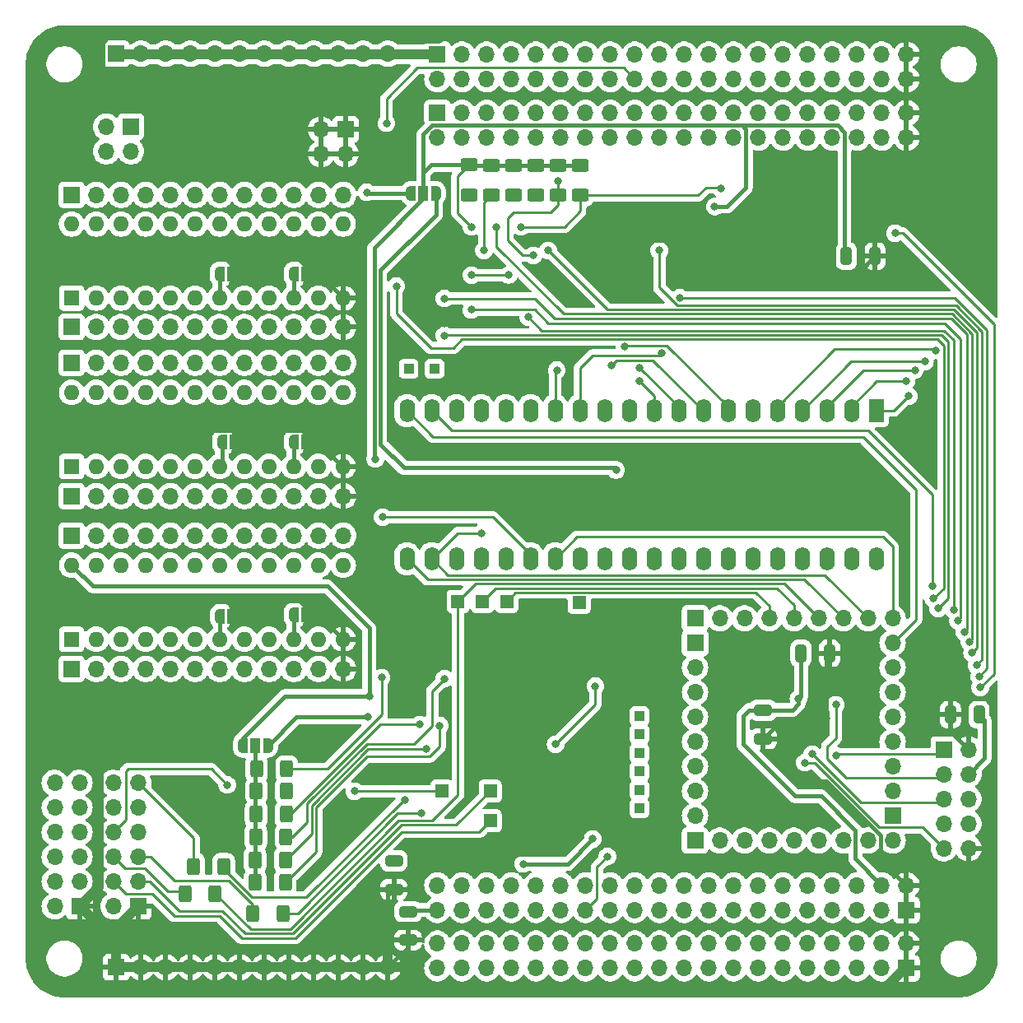
<source format=gbr>
%TF.GenerationSoftware,KiCad,Pcbnew,8.0.7-8.0.7-0~ubuntu22.04.1*%
%TF.CreationDate,2024-12-26T12:21:12+01:00*%
%TF.ProjectId,schematics_v10,73636865-6d61-4746-9963-735f7631302e,rev?*%
%TF.SameCoordinates,Original*%
%TF.FileFunction,Copper,L2,Bot*%
%TF.FilePolarity,Positive*%
%FSLAX46Y46*%
G04 Gerber Fmt 4.6, Leading zero omitted, Abs format (unit mm)*
G04 Created by KiCad (PCBNEW 8.0.7-8.0.7-0~ubuntu22.04.1) date 2024-12-26 12:21:12*
%MOMM*%
%LPD*%
G01*
G04 APERTURE LIST*
G04 Aperture macros list*
%AMRoundRect*
0 Rectangle with rounded corners*
0 $1 Rounding radius*
0 $2 $3 $4 $5 $6 $7 $8 $9 X,Y pos of 4 corners*
0 Add a 4 corners polygon primitive as box body*
4,1,4,$2,$3,$4,$5,$6,$7,$8,$9,$2,$3,0*
0 Add four circle primitives for the rounded corners*
1,1,$1+$1,$2,$3*
1,1,$1+$1,$4,$5*
1,1,$1+$1,$6,$7*
1,1,$1+$1,$8,$9*
0 Add four rect primitives between the rounded corners*
20,1,$1+$1,$2,$3,$4,$5,0*
20,1,$1+$1,$4,$5,$6,$7,0*
20,1,$1+$1,$6,$7,$8,$9,0*
20,1,$1+$1,$8,$9,$2,$3,0*%
%AMFreePoly0*
4,1,19,0.550000,-0.750000,0.000000,-0.750000,0.000000,-0.744911,-0.071157,-0.744911,-0.207708,-0.704816,-0.327430,-0.627875,-0.420627,-0.520320,-0.479746,-0.390866,-0.500000,-0.250000,-0.500000,0.250000,-0.479746,0.390866,-0.420627,0.520320,-0.327430,0.627875,-0.207708,0.704816,-0.071157,0.744911,0.000000,0.744911,0.000000,0.750000,0.550000,0.750000,0.550000,-0.750000,0.550000,-0.750000,
$1*%
%AMFreePoly1*
4,1,19,0.000000,0.744911,0.071157,0.744911,0.207708,0.704816,0.327430,0.627875,0.420627,0.520320,0.479746,0.390866,0.500000,0.250000,0.500000,-0.250000,0.479746,-0.390866,0.420627,-0.520320,0.327430,-0.627875,0.207708,-0.704816,0.071157,-0.744911,0.000000,-0.744911,0.000000,-0.750000,-0.550000,-0.750000,-0.550000,0.750000,0.000000,0.750000,0.000000,0.744911,0.000000,0.744911,
$1*%
%AMFreePoly2*
4,1,19,0.500000,-0.750000,0.000000,-0.750000,0.000000,-0.744911,-0.071157,-0.744911,-0.207708,-0.704816,-0.327430,-0.627875,-0.420627,-0.520320,-0.479746,-0.390866,-0.500000,-0.250000,-0.500000,0.250000,-0.479746,0.390866,-0.420627,0.520320,-0.327430,0.627875,-0.207708,0.704816,-0.071157,0.744911,0.000000,0.744911,0.000000,0.750000,0.500000,0.750000,0.500000,-0.750000,0.500000,-0.750000,
$1*%
%AMFreePoly3*
4,1,19,0.000000,0.744911,0.071157,0.744911,0.207708,0.704816,0.327430,0.627875,0.420627,0.520320,0.479746,0.390866,0.500000,0.250000,0.500000,-0.250000,0.479746,-0.390866,0.420627,-0.520320,0.327430,-0.627875,0.207708,-0.704816,0.071157,-0.744911,0.000000,-0.744911,0.000000,-0.750000,-0.500000,-0.750000,-0.500000,0.750000,0.000000,0.750000,0.000000,0.744911,0.000000,0.744911,
$1*%
G04 Aperture macros list end*
%TA.AperFunction,ComponentPad*%
%ADD10R,1.350000X1.350000*%
%TD*%
%TA.AperFunction,SMDPad,CuDef*%
%ADD11RoundRect,0.250000X-0.400000X-0.625000X0.400000X-0.625000X0.400000X0.625000X-0.400000X0.625000X0*%
%TD*%
%TA.AperFunction,ComponentPad*%
%ADD12R,1.000000X1.000000*%
%TD*%
%TA.AperFunction,SMDPad,CuDef*%
%ADD13RoundRect,0.250000X-0.625000X0.400000X-0.625000X-0.400000X0.625000X-0.400000X0.625000X0.400000X0*%
%TD*%
%TA.AperFunction,ComponentPad*%
%ADD14R,1.600000X1.600000*%
%TD*%
%TA.AperFunction,ComponentPad*%
%ADD15O,1.600000X1.600000*%
%TD*%
%TA.AperFunction,ComponentPad*%
%ADD16R,1.700000X1.700000*%
%TD*%
%TA.AperFunction,ComponentPad*%
%ADD17O,1.700000X1.700000*%
%TD*%
%TA.AperFunction,SMDPad,CuDef*%
%ADD18FreePoly0,0.000000*%
%TD*%
%TA.AperFunction,SMDPad,CuDef*%
%ADD19R,1.000000X1.500000*%
%TD*%
%TA.AperFunction,SMDPad,CuDef*%
%ADD20FreePoly1,0.000000*%
%TD*%
%TA.AperFunction,SMDPad,CuDef*%
%ADD21RoundRect,0.250000X-0.650000X0.325000X-0.650000X-0.325000X0.650000X-0.325000X0.650000X0.325000X0*%
%TD*%
%TA.AperFunction,SMDPad,CuDef*%
%ADD22FreePoly2,180.000000*%
%TD*%
%TA.AperFunction,SMDPad,CuDef*%
%ADD23FreePoly3,180.000000*%
%TD*%
%TA.AperFunction,SMDPad,CuDef*%
%ADD24RoundRect,0.250000X0.400000X0.625000X-0.400000X0.625000X-0.400000X-0.625000X0.400000X-0.625000X0*%
%TD*%
%TA.AperFunction,SMDPad,CuDef*%
%ADD25FreePoly0,180.000000*%
%TD*%
%TA.AperFunction,SMDPad,CuDef*%
%ADD26FreePoly1,180.000000*%
%TD*%
%TA.AperFunction,SMDPad,CuDef*%
%ADD27RoundRect,0.250000X-0.325000X-0.650000X0.325000X-0.650000X0.325000X0.650000X-0.325000X0.650000X0*%
%TD*%
%TA.AperFunction,SMDPad,CuDef*%
%ADD28RoundRect,0.250000X0.325000X0.650000X-0.325000X0.650000X-0.325000X-0.650000X0.325000X-0.650000X0*%
%TD*%
%TA.AperFunction,ComponentPad*%
%ADD29R,1.600000X2.400000*%
%TD*%
%TA.AperFunction,ComponentPad*%
%ADD30O,1.600000X2.400000*%
%TD*%
%TA.AperFunction,ViaPad*%
%ADD31C,0.800000*%
%TD*%
%TA.AperFunction,Conductor*%
%ADD32C,0.250000*%
%TD*%
%TA.AperFunction,Conductor*%
%ADD33C,0.400000*%
%TD*%
%TA.AperFunction,Conductor*%
%ADD34C,1.000000*%
%TD*%
G04 APERTURE END LIST*
D10*
%TO.P,J30,1,Pin_1*%
%TO.N,/J36-3*%
X97790000Y-128778000D03*
%TD*%
%TO.P,J29,1,Pin_1*%
%TO.N,/J36-4*%
X97790000Y-131826000D03*
%TD*%
D11*
%TO.P,R16,1*%
%TO.N,Net-(JP9-C)*%
X73735000Y-128778000D03*
%TO.P,R16,2*%
%TO.N,/J36-8*%
X76835000Y-128778000D03*
%TD*%
D10*
%TO.P,J28,1,Pin_1*%
%TO.N,/J36-8*%
X92837000Y-128778000D03*
%TD*%
D12*
%TO.P,J27,1,Pin_1*%
%TO.N,Net-(J27-Pin_1)*%
X113157000Y-126746000D03*
%TD*%
%TO.P,J19,1,Pin_1*%
%TO.N,Net-(J19-Pin_1)*%
X113157000Y-121031000D03*
%TD*%
%TO.P,J18,1,Pin_1*%
%TO.N,Net-(J18-Pin_1)*%
X113157000Y-130556000D03*
%TD*%
%TO.P,J17,1,Pin_1*%
%TO.N,Net-(J17-Pin_1)*%
X113157000Y-128651000D03*
%TD*%
%TO.P,J16,1,Pin_1*%
%TO.N,Net-(J16-Pin_1)*%
X113157000Y-124841000D03*
%TD*%
%TO.P,J9,1,Pin_1*%
%TO.N,Net-(J9-Pin_1)*%
X113157000Y-122936000D03*
%TD*%
D13*
%TO.P,R14,1*%
%TO.N,/Buffers/VBuffer*%
X104772047Y-64397807D03*
%TO.P,R14,2*%
%TO.N,/~{IOWR}*%
X104772047Y-67497807D03*
%TD*%
D11*
%TO.P,R17,1*%
%TO.N,Net-(JP9-C)*%
X73608000Y-138176000D03*
%TO.P,R17,2*%
%TO.N,/ZZ29*%
X76708000Y-138176000D03*
%TD*%
D13*
%TO.P,R12,1*%
%TO.N,/Buffers/VBuffer*%
X95631000Y-64337000D03*
%TO.P,R12,2*%
%TO.N,/~{IORD}*%
X95631000Y-67437000D03*
%TD*%
D10*
%TO.P,J15,1,Pin_1*%
%TO.N,Net-(J15-Pin_1)*%
X106934000Y-109347000D03*
%TD*%
%TO.P,J13,1,Pin_1*%
%TO.N,/ZZ28*%
X94484097Y-109250000D03*
%TD*%
%TO.P,J11,1,Pin_1*%
%TO.N,/ZZ30*%
X99500000Y-109250000D03*
%TD*%
%TO.P,J10,1,Pin_1*%
%TO.N,/ZZ29*%
X97000000Y-109250000D03*
%TD*%
D14*
%TO.P,J39,1,Pin_1*%
%TO.N,Net-(J38-Pin_1)*%
X54737000Y-113157000D03*
D15*
%TO.P,J39,2,Pin_2*%
%TO.N,Net-(J38-Pin_2)*%
X57277000Y-113157000D03*
%TO.P,J39,3,Pin_3*%
%TO.N,Net-(J38-Pin_3)*%
X59817000Y-113157000D03*
%TO.P,J39,4,Pin_4*%
%TO.N,Net-(J38-Pin_4)*%
X62357000Y-113157000D03*
%TO.P,J39,5,Pin_5*%
%TO.N,Net-(J38-Pin_5)*%
X64897000Y-113157000D03*
%TO.P,J39,6,Pin_6*%
%TO.N,Net-(J38-Pin_6)*%
X67437000Y-113157000D03*
%TO.P,J39,7,Pin_7*%
%TO.N,Net-(J38-Pin_7)*%
X69977000Y-113157000D03*
%TO.P,J39,8,Pin_8*%
%TO.N,Net-(J38-Pin_8)*%
X72517000Y-113157000D03*
%TO.P,J39,9,Pin_9*%
%TO.N,Net-(J38-Pin_9)*%
X75057000Y-113157000D03*
%TO.P,J39,10,Pin_10*%
%TO.N,Net-(J38-Pin_10)*%
X77597000Y-113157000D03*
%TO.P,J39,11,Pin_11*%
%TO.N,Net-(J38-Pin_11)*%
X80137000Y-113157000D03*
%TO.P,J39,12,Pin_12*%
%TO.N,GND*%
X82677000Y-113157000D03*
%TO.P,J39,13,Pin_13*%
%TO.N,Net-(J39-Pin_13)*%
X82677000Y-105537000D03*
%TO.P,J39,14,Pin_14*%
%TO.N,Net-(J39-Pin_14)*%
X80137000Y-105537000D03*
%TO.P,J39,15,Pin_15*%
%TO.N,Net-(J39-Pin_15)*%
X77597000Y-105537000D03*
%TO.P,J39,16,Pin_16*%
%TO.N,Net-(J39-Pin_16)*%
X75057000Y-105537000D03*
%TO.P,J39,17,Pin_17*%
%TO.N,Net-(J39-Pin_17)*%
X72517000Y-105537000D03*
%TO.P,J39,18,Pin_18*%
%TO.N,Net-(J39-Pin_18)*%
X69977000Y-105537000D03*
%TO.P,J39,19,Pin_19*%
%TO.N,Net-(J39-Pin_19)*%
X67437000Y-105537000D03*
%TO.P,J39,20,Pin_20*%
%TO.N,Net-(J39-Pin_20)*%
X64897000Y-105537000D03*
%TO.P,J39,21,Pin_21*%
%TO.N,Net-(J39-Pin_21)*%
X62357000Y-105537000D03*
%TO.P,J39,22,Pin_22*%
%TO.N,Net-(J39-Pin_22)*%
X59817000Y-105537000D03*
%TO.P,J39,23,Pin_23*%
%TO.N,Net-(J39-Pin_23)*%
X57277000Y-105537000D03*
%TO.P,J39,24,Pin_24*%
%TO.N,+5V*%
X54737000Y-105537000D03*
%TD*%
D16*
%TO.P,J8,1,Pin_1*%
%TO.N,/ZZ43*%
X118872000Y-133858000D03*
D17*
%TO.P,J8,2,Pin_2*%
%TO.N,/ZZ44*%
X121412000Y-133858000D03*
%TO.P,J8,3,Pin_3*%
%TO.N,/CLKF*%
X123952000Y-133858000D03*
%TO.P,J8,4,Pin_4*%
%TO.N,/PHI0_c*%
X126492000Y-133858000D03*
%TO.P,J8,5,Pin_5*%
%TO.N,/ZZ3*%
X129032000Y-133858000D03*
%TO.P,J8,6,Pin_6*%
%TO.N,/ZZ5*%
X131572000Y-133858000D03*
%TO.P,J8,7,Pin_7*%
%TO.N,/ZZ6*%
X134112000Y-133858000D03*
%TO.P,J8,8,Pin_8*%
%TO.N,/DDIR*%
X136652000Y-133858000D03*
%TO.P,J8,9,Pin_9*%
%TO.N,/ZZ8*%
X139192000Y-133858000D03*
%TD*%
D16*
%TO.P,J36,1,Pin_1*%
%TO.N,GND*%
X61595000Y-140627000D03*
D17*
%TO.P,J36,2,Pin_2*%
%TO.N,+5V*%
X59055000Y-140627000D03*
%TO.P,J36,3,Pin_3*%
%TO.N,/J36-3*%
X61595000Y-138087000D03*
%TO.P,J36,4,Pin_4*%
%TO.N,/J36-4*%
X59055000Y-138087000D03*
%TO.P,J36,5,Pin_5*%
%TO.N,/J36-5*%
X61595000Y-135547000D03*
%TO.P,J36,6,Pin_6*%
%TO.N,/J36-6*%
X59055000Y-135547000D03*
%TO.P,J36,7,Pin_7*%
%TO.N,/ZZ30*%
X61595000Y-133007000D03*
%TO.P,J36,8,Pin_8*%
%TO.N,/J36-8*%
X59055000Y-133007000D03*
%TO.P,J36,9,Pin_9*%
%TO.N,/~{NMI}*%
X61595000Y-130467000D03*
%TO.P,J36,10,Pin_10*%
%TO.N,/~{IRQ}*%
X59055000Y-130467000D03*
%TO.P,J36,11,Pin_11*%
%TO.N,/J36-11*%
X61595000Y-127927000D03*
%TO.P,J36,12,Pin_12*%
%TO.N,/~{RST}*%
X59055000Y-127927000D03*
%TD*%
D16*
%TO.P,J1,1,Pin_1*%
%TO.N,+5V*%
X92367000Y-53000000D03*
D17*
%TO.P,J1,2,Pin_2*%
X92367000Y-55540000D03*
%TO.P,J1,3,Pin_3*%
%TO.N,/PH1*%
X94907000Y-53000000D03*
%TO.P,J1,4,Pin_4*%
%TO.N,/PH2*%
X94907000Y-55540000D03*
%TO.P,J1,5,Pin_5*%
%TO.N,/~{IORD}*%
X97447000Y-53000000D03*
%TO.P,J1,6,Pin_6*%
%TO.N,/R{slash}~{W}_e*%
X97447000Y-55540000D03*
%TO.P,J1,7,Pin_7*%
%TO.N,/~{MRD}*%
X99987000Y-53000000D03*
%TO.P,J1,8,Pin_8*%
%TO.N,/~{MWR}*%
X99987000Y-55540000D03*
%TO.P,J1,9,Pin_9*%
%TO.N,/~{IOWR}*%
X102527000Y-53000000D03*
%TO.P,J1,10,Pin_10*%
%TO.N,/DB0*%
X102527000Y-55540000D03*
%TO.P,J1,11,Pin_11*%
%TO.N,/DB1*%
X105067000Y-53000000D03*
%TO.P,J1,12,Pin_12*%
%TO.N,/DB2*%
X105067000Y-55540000D03*
%TO.P,J1,13,Pin_13*%
%TO.N,/DB3*%
X107607000Y-53000000D03*
%TO.P,J1,14,Pin_14*%
%TO.N,/DB4*%
X107607000Y-55540000D03*
%TO.P,J1,15,Pin_15*%
%TO.N,/DB5*%
X110147000Y-53000000D03*
%TO.P,J1,16,Pin_16*%
%TO.N,/DB6*%
X110147000Y-55540000D03*
%TO.P,J1,17,Pin_17*%
%TO.N,/DB7*%
X112687000Y-53000000D03*
%TO.P,J1,18,Pin_18*%
%TO.N,/~{RST}*%
X112687000Y-55540000D03*
%TO.P,J1,19,Pin_19*%
%TO.N,/A0*%
X115227000Y-53000000D03*
%TO.P,J1,20,Pin_20*%
%TO.N,/A1*%
X115227000Y-55540000D03*
%TO.P,J1,21,Pin_21*%
%TO.N,/A2*%
X117767000Y-53000000D03*
%TO.P,J1,22,Pin_22*%
%TO.N,/A3*%
X117767000Y-55540000D03*
%TO.P,J1,23,Pin_23*%
%TO.N,/A4*%
X120307000Y-53000000D03*
%TO.P,J1,24,Pin_24*%
%TO.N,/A5*%
X120307000Y-55540000D03*
%TO.P,J1,25,Pin_25*%
%TO.N,/A6*%
X122847000Y-53000000D03*
%TO.P,J1,26,Pin_26*%
%TO.N,/A7*%
X122847000Y-55540000D03*
%TO.P,J1,27,Pin_27*%
%TO.N,/A8*%
X125387000Y-53000000D03*
%TO.P,J1,28,Pin_28*%
%TO.N,/A9*%
X125387000Y-55540000D03*
%TO.P,J1,29,Pin_29*%
%TO.N,/A10*%
X127927000Y-53000000D03*
%TO.P,J1,30,Pin_30*%
%TO.N,/A11*%
X127927000Y-55540000D03*
%TO.P,J1,31,Pin_31*%
%TO.N,/A12*%
X130467000Y-53000000D03*
%TO.P,J1,32,Pin_32*%
%TO.N,/A13*%
X130467000Y-55540000D03*
%TO.P,J1,33,Pin_33*%
%TO.N,/A14*%
X133007000Y-53000000D03*
%TO.P,J1,34,Pin_34*%
%TO.N,/A15*%
X133007000Y-55540000D03*
%TO.P,J1,35,Pin_35*%
%TO.N,/Bus/A16*%
X135547000Y-53000000D03*
%TO.P,J1,36,Pin_36*%
%TO.N,/Bus/A17*%
X135547000Y-55540000D03*
%TO.P,J1,37,Pin_37*%
%TO.N,/Bus/A18*%
X138087000Y-53000000D03*
%TO.P,J1,38,Pin_38*%
%TO.N,/Bus/A19*%
X138087000Y-55540000D03*
%TO.P,J1,39,Pin_39*%
%TO.N,GND*%
X140627000Y-53000000D03*
%TO.P,J1,40,Pin_40*%
X140627000Y-55540000D03*
%TD*%
D12*
%TO.P,J14,1,Pin_1*%
%TO.N,Net-(J14-Pin_1)*%
X89408000Y-85344000D03*
%TD*%
D16*
%TO.P,J5,1,Pin_1*%
%TO.N,/ZZ33*%
X118872000Y-110998000D03*
D17*
%TO.P,J5,2,Pin_2*%
%TO.N,/ZZ32*%
X121412000Y-110998000D03*
%TO.P,J5,3,Pin_3*%
%TO.N,/ZZ31*%
X123952000Y-110998000D03*
%TO.P,J5,4,Pin_4*%
%TO.N,/ZZ30*%
X126492000Y-110998000D03*
%TO.P,J5,5,Pin_5*%
%TO.N,/ZZ29*%
X129032000Y-110998000D03*
%TO.P,J5,6,Pin_6*%
%TO.N,/ZZ28*%
X131572000Y-110998000D03*
%TO.P,J5,7,Pin_7*%
%TO.N,/ZZ27*%
X134112000Y-110998000D03*
%TO.P,J5,8,Pin_8*%
%TO.N,/ZZ23*%
X136652000Y-110998000D03*
%TO.P,J5,9,Pin_9*%
%TO.N,/ZZ22*%
X139192000Y-110998000D03*
%TD*%
D16*
%TO.P,J4,1,Pin_1*%
%TO.N,GND*%
X140627000Y-141000000D03*
D17*
%TO.P,J4,2,Pin_2*%
X140627000Y-138460000D03*
%TO.P,J4,3,Pin_3*%
%TO.N,+3V3*%
X138087000Y-141000000D03*
%TO.P,J4,4,Pin_4*%
X138087000Y-138460000D03*
%TO.P,J4,5,Pin_5*%
%TO.N,/Bus/~{CE_EXT1}*%
X135547000Y-141000000D03*
%TO.P,J4,6,Pin_6*%
%TO.N,/Bus/~{CE_EXT0}*%
X135547000Y-138460000D03*
%TO.P,J4,7,Pin_7*%
%TO.N,/Bus/~{CE_EXT3}*%
X133007000Y-141000000D03*
%TO.P,J4,8,Pin_8*%
%TO.N,/Bus/~{CE_EXT2}*%
X133007000Y-138460000D03*
%TO.P,J4,9,Pin_9*%
%TO.N,/Bus/~{CE_EXT5}*%
X130467000Y-141000000D03*
%TO.P,J4,10,Pin_10*%
%TO.N,/Bus/~{CE_EXT4}*%
X130467000Y-138460000D03*
%TO.P,J4,11,Pin_11*%
%TO.N,/Bus/~{CE_EXT7}*%
X127927000Y-141000000D03*
%TO.P,J4,12,Pin_12*%
%TO.N,/Bus/~{CE_EXT6}*%
X127927000Y-138460000D03*
%TO.P,J4,13,Pin_13*%
%TO.N,/Bus/~{CE_EXT9}*%
X125387000Y-141000000D03*
%TO.P,J4,14,Pin_14*%
%TO.N,/Bus/~{CE_EXT8}*%
X125387000Y-138460000D03*
%TO.P,J4,15,Pin_15*%
%TO.N,/Bus/~{CE_EXT11}*%
X122847000Y-141000000D03*
%TO.P,J4,16,Pin_16*%
%TO.N,/Bus/~{CE_EXT10}*%
X122847000Y-138460000D03*
%TO.P,J4,17,Pin_17*%
%TO.N,/Bus/~{CE_EXT13}*%
X120307000Y-141000000D03*
%TO.P,J4,18,Pin_18*%
%TO.N,/Bus/~{CE_EXT12}*%
X120307000Y-138460000D03*
%TO.P,J4,19,Pin_19*%
%TO.N,/Bus/RES4*%
X117767000Y-141000000D03*
%TO.P,J4,20,Pin_20*%
%TO.N,/Bus/RES5*%
X117767000Y-138460000D03*
%TO.P,J4,21,Pin_21*%
%TO.N,/Bus/RES2*%
X115227000Y-141000000D03*
%TO.P,J4,22,Pin_22*%
%TO.N,/Bus/RES3*%
X115227000Y-138460000D03*
%TO.P,J4,23,Pin_23*%
%TO.N,/RES0*%
X112687000Y-141000000D03*
%TO.P,J4,24,Pin_24*%
%TO.N,/RES1*%
X112687000Y-138460000D03*
%TO.P,J4,25,Pin_25*%
%TO.N,/Bus/CLK1*%
X110147000Y-141000000D03*
%TO.P,J4,26,Pin_26*%
%TO.N,/ZZ43*%
X110147000Y-138460000D03*
%TO.P,J4,27,Pin_27*%
%TO.N,/CLKF*%
X107607000Y-141000000D03*
%TO.P,J4,28,Pin_28*%
%TO.N,/CLKS*%
X107607000Y-138460000D03*
%TO.P,J4,29,Pin_29*%
%TO.N,/~{PHI0}*%
X105067000Y-141000000D03*
%TO.P,J4,30,Pin_30*%
%TO.N,/PHI0*%
X105067000Y-138460000D03*
%TO.P,J4,31,Pin_31*%
%TO.N,/Bus/SDA*%
X102527000Y-141000000D03*
%TO.P,J4,32,Pin_32*%
%TO.N,/Bus/SCL*%
X102527000Y-138460000D03*
%TO.P,J4,33,Pin_33*%
%TO.N,/Bus/TX1*%
X99987000Y-141000000D03*
%TO.P,J4,34,Pin_34*%
%TO.N,/Bus/RX1*%
X99987000Y-138460000D03*
%TO.P,J4,35,Pin_35*%
%TO.N,/Bus/TX0*%
X97447000Y-141000000D03*
%TO.P,J4,36,Pin_36*%
%TO.N,/Bus/RX0*%
X97447000Y-138460000D03*
%TO.P,J4,37,Pin_37*%
%TO.N,/Bus/TXSTM*%
X94907000Y-141000000D03*
%TO.P,J4,38,Pin_38*%
%TO.N,/Bus/RXSTM*%
X94907000Y-138460000D03*
%TO.P,J4,39,Pin_39*%
%TO.N,+5VA*%
X92367000Y-141000000D03*
%TO.P,J4,40,Pin_40*%
X92367000Y-138460000D03*
%TD*%
D14*
%TO.P,J25,1,Pin_1*%
%TO.N,Net-(J23-Pin_1)*%
X54737000Y-95377000D03*
D15*
%TO.P,J25,2,Pin_2*%
%TO.N,Net-(J23-Pin_2)*%
X57277000Y-95377000D03*
%TO.P,J25,3,Pin_3*%
%TO.N,Net-(J23-Pin_3)*%
X59817000Y-95377000D03*
%TO.P,J25,4,Pin_4*%
%TO.N,Net-(J23-Pin_4)*%
X62357000Y-95377000D03*
%TO.P,J25,5,Pin_5*%
%TO.N,Net-(J23-Pin_5)*%
X64897000Y-95377000D03*
%TO.P,J25,6,Pin_6*%
%TO.N,Net-(J23-Pin_6)*%
X67437000Y-95377000D03*
%TO.P,J25,7,Pin_7*%
%TO.N,Net-(J23-Pin_7)*%
X69977000Y-95377000D03*
%TO.P,J25,8,Pin_8*%
%TO.N,Net-(J23-Pin_8)*%
X72517000Y-95377000D03*
%TO.P,J25,9,Pin_9*%
%TO.N,Net-(J23-Pin_9)*%
X75057000Y-95377000D03*
%TO.P,J25,10,Pin_10*%
%TO.N,Net-(J23-Pin_10)*%
X77597000Y-95377000D03*
%TO.P,J25,11,Pin_11*%
%TO.N,Net-(J23-Pin_11)*%
X80137000Y-95377000D03*
%TO.P,J25,12,Pin_12*%
%TO.N,GND*%
X82677000Y-95377000D03*
%TO.P,J25,13,Pin_13*%
%TO.N,Net-(J25-Pin_13)*%
X82677000Y-87757000D03*
%TO.P,J25,14,Pin_14*%
%TO.N,Net-(J25-Pin_14)*%
X80137000Y-87757000D03*
%TO.P,J25,15,Pin_15*%
%TO.N,Net-(J25-Pin_15)*%
X77597000Y-87757000D03*
%TO.P,J25,16,Pin_16*%
%TO.N,Net-(J25-Pin_16)*%
X75057000Y-87757000D03*
%TO.P,J25,17,Pin_17*%
%TO.N,Net-(J25-Pin_17)*%
X72517000Y-87757000D03*
%TO.P,J25,18,Pin_18*%
%TO.N,Net-(J25-Pin_18)*%
X69977000Y-87757000D03*
%TO.P,J25,19,Pin_19*%
%TO.N,Net-(J25-Pin_19)*%
X67437000Y-87757000D03*
%TO.P,J25,20,Pin_20*%
%TO.N,Net-(J25-Pin_20)*%
X64897000Y-87757000D03*
%TO.P,J25,21,Pin_21*%
%TO.N,Net-(J25-Pin_21)*%
X62357000Y-87757000D03*
%TO.P,J25,22,Pin_22*%
%TO.N,Net-(J25-Pin_22)*%
X59817000Y-87757000D03*
%TO.P,J25,23,Pin_23*%
%TO.N,Net-(J25-Pin_23)*%
X57277000Y-87757000D03*
%TO.P,J25,24,Pin_24*%
%TO.N,+5V*%
X54737000Y-87757000D03*
%TD*%
D14*
%TO.P,J24,1,Pin_1*%
%TO.N,Net-(J22-Pin_1)*%
X54732000Y-78049000D03*
D15*
%TO.P,J24,2,Pin_2*%
%TO.N,Net-(J22-Pin_2)*%
X57272000Y-78049000D03*
%TO.P,J24,3,Pin_3*%
%TO.N,Net-(J22-Pin_3)*%
X59812000Y-78049000D03*
%TO.P,J24,4,Pin_4*%
%TO.N,Net-(J22-Pin_4)*%
X62352000Y-78049000D03*
%TO.P,J24,5,Pin_5*%
%TO.N,Net-(J22-Pin_5)*%
X64892000Y-78049000D03*
%TO.P,J24,6,Pin_6*%
%TO.N,Net-(J22-Pin_6)*%
X67432000Y-78049000D03*
%TO.P,J24,7,Pin_7*%
%TO.N,Net-(J22-Pin_7)*%
X69972000Y-78049000D03*
%TO.P,J24,8,Pin_8*%
%TO.N,Net-(J22-Pin_8)*%
X72512000Y-78049000D03*
%TO.P,J24,9,Pin_9*%
%TO.N,Net-(J22-Pin_9)*%
X75052000Y-78049000D03*
%TO.P,J24,10,Pin_10*%
%TO.N,Net-(J22-Pin_10)*%
X77592000Y-78049000D03*
%TO.P,J24,11,Pin_11*%
%TO.N,Net-(J22-Pin_11)*%
X80132000Y-78049000D03*
%TO.P,J24,12,Pin_12*%
%TO.N,GND*%
X82672000Y-78049000D03*
%TO.P,J24,13,Pin_13*%
%TO.N,Net-(J24-Pin_13)*%
X82672000Y-70429000D03*
%TO.P,J24,14,Pin_14*%
%TO.N,Net-(J24-Pin_14)*%
X80132000Y-70429000D03*
%TO.P,J24,15,Pin_15*%
%TO.N,Net-(J24-Pin_15)*%
X77592000Y-70429000D03*
%TO.P,J24,16,Pin_16*%
%TO.N,Net-(J24-Pin_16)*%
X75052000Y-70429000D03*
%TO.P,J24,17,Pin_17*%
%TO.N,Net-(J24-Pin_17)*%
X72512000Y-70429000D03*
%TO.P,J24,18,Pin_18*%
%TO.N,Net-(J24-Pin_18)*%
X69972000Y-70429000D03*
%TO.P,J24,19,Pin_19*%
%TO.N,Net-(J24-Pin_19)*%
X67432000Y-70429000D03*
%TO.P,J24,20,Pin_20*%
%TO.N,Net-(J24-Pin_20)*%
X64892000Y-70429000D03*
%TO.P,J24,21,Pin_21*%
%TO.N,Net-(J24-Pin_21)*%
X62352000Y-70429000D03*
%TO.P,J24,22,Pin_22*%
%TO.N,Net-(J24-Pin_22)*%
X59812000Y-70429000D03*
%TO.P,J24,23,Pin_23*%
%TO.N,Net-(J24-Pin_23)*%
X57272000Y-70429000D03*
%TO.P,J24,24,Pin_24*%
%TO.N,+5V*%
X54732000Y-70429000D03*
%TD*%
D16*
%TO.P,J37,1,Pin_1*%
%TO.N,GND*%
X55540000Y-140627000D03*
D17*
%TO.P,J37,2,Pin_2*%
%TO.N,+5V*%
X53000000Y-140627000D03*
%TO.P,J37,3,Pin_3*%
%TO.N,/J36-3*%
X55540000Y-138087000D03*
%TO.P,J37,4,Pin_4*%
%TO.N,/J36-4*%
X53000000Y-138087000D03*
%TO.P,J37,5,Pin_5*%
%TO.N,/J36-5*%
X55540000Y-135547000D03*
%TO.P,J37,6,Pin_6*%
%TO.N,/J36-6*%
X53000000Y-135547000D03*
%TO.P,J37,7,Pin_7*%
%TO.N,/ZZ30*%
X55540000Y-133007000D03*
%TO.P,J37,8,Pin_8*%
%TO.N,/J36-8*%
X53000000Y-133007000D03*
%TO.P,J37,9,Pin_9*%
%TO.N,/~{NMI}*%
X55540000Y-130467000D03*
%TO.P,J37,10,Pin_10*%
%TO.N,/~{IRQ}*%
X53000000Y-130467000D03*
%TO.P,J37,11,Pin_11*%
%TO.N,/J36-11*%
X55540000Y-127927000D03*
%TO.P,J37,12,Pin_12*%
%TO.N,/~{RST}*%
X53000000Y-127927000D03*
%TD*%
D16*
%TO.P,J40,1,Pin_1*%
%TO.N,+5V*%
X54737000Y-102489000D03*
D17*
%TO.P,J40,2,Pin_2*%
%TO.N,Net-(J39-Pin_23)*%
X57277000Y-102489000D03*
%TO.P,J40,3,Pin_3*%
%TO.N,Net-(J39-Pin_22)*%
X59817000Y-102489000D03*
%TO.P,J40,4,Pin_4*%
%TO.N,Net-(J39-Pin_21)*%
X62357000Y-102489000D03*
%TO.P,J40,5,Pin_5*%
%TO.N,Net-(J39-Pin_20)*%
X64897000Y-102489000D03*
%TO.P,J40,6,Pin_6*%
%TO.N,Net-(J39-Pin_19)*%
X67437000Y-102489000D03*
%TO.P,J40,7,Pin_7*%
%TO.N,Net-(J39-Pin_18)*%
X69977000Y-102489000D03*
%TO.P,J40,8,Pin_8*%
%TO.N,Net-(J39-Pin_17)*%
X72517000Y-102489000D03*
%TO.P,J40,9,Pin_9*%
%TO.N,Net-(J39-Pin_16)*%
X75057000Y-102489000D03*
%TO.P,J40,10,Pin_10*%
%TO.N,Net-(J39-Pin_15)*%
X77597000Y-102489000D03*
%TO.P,J40,11,Pin_11*%
%TO.N,Net-(J39-Pin_14)*%
X80137000Y-102489000D03*
%TO.P,J40,12,Pin_12*%
%TO.N,Net-(J39-Pin_13)*%
X82677000Y-102489000D03*
%TD*%
D16*
%TO.P,J23,1,Pin_1*%
%TO.N,Net-(J23-Pin_1)*%
X54737000Y-98425000D03*
D17*
%TO.P,J23,2,Pin_2*%
%TO.N,Net-(J23-Pin_2)*%
X57277000Y-98425000D03*
%TO.P,J23,3,Pin_3*%
%TO.N,Net-(J23-Pin_3)*%
X59817000Y-98425000D03*
%TO.P,J23,4,Pin_4*%
%TO.N,Net-(J23-Pin_4)*%
X62357000Y-98425000D03*
%TO.P,J23,5,Pin_5*%
%TO.N,Net-(J23-Pin_5)*%
X64897000Y-98425000D03*
%TO.P,J23,6,Pin_6*%
%TO.N,Net-(J23-Pin_6)*%
X67437000Y-98425000D03*
%TO.P,J23,7,Pin_7*%
%TO.N,Net-(J23-Pin_7)*%
X69977000Y-98425000D03*
%TO.P,J23,8,Pin_8*%
%TO.N,Net-(J23-Pin_8)*%
X72517000Y-98425000D03*
%TO.P,J23,9,Pin_9*%
%TO.N,Net-(J23-Pin_9)*%
X75057000Y-98425000D03*
%TO.P,J23,10,Pin_10*%
%TO.N,Net-(J23-Pin_10)*%
X77597000Y-98425000D03*
%TO.P,J23,11,Pin_11*%
%TO.N,Net-(J23-Pin_11)*%
X80137000Y-98425000D03*
%TO.P,J23,12,Pin_12*%
%TO.N,GND*%
X82677000Y-98425000D03*
%TD*%
D16*
%TO.P,J41,1,Pin_1*%
%TO.N,+5V*%
X60833000Y-60414000D03*
D17*
%TO.P,J41,2,Pin_2*%
X58293000Y-60414000D03*
%TO.P,J41,3,Pin_3*%
X60833000Y-62954000D03*
%TO.P,J41,4,Pin_4*%
X58293000Y-62954000D03*
%TD*%
D16*
%TO.P,J20,1,Pin_1*%
%TO.N,GND*%
X59340000Y-146893995D03*
D17*
%TO.P,J20,2,Pin_2*%
X61880000Y-146893995D03*
%TO.P,J20,3,Pin_3*%
X64420000Y-146893995D03*
%TO.P,J20,4,Pin_4*%
X66960000Y-146893995D03*
%TO.P,J20,5,Pin_5*%
X69500000Y-146893995D03*
%TO.P,J20,6,Pin_6*%
X72040000Y-146893995D03*
%TO.P,J20,7,Pin_7*%
X74580000Y-146893995D03*
%TO.P,J20,8,Pin_8*%
X77120000Y-146893995D03*
%TO.P,J20,9,Pin_9*%
X79660000Y-146893995D03*
%TO.P,J20,10,Pin_10*%
X82200000Y-146893995D03*
%TO.P,J20,11,Pin_11*%
X84740000Y-146893995D03*
%TO.P,J20,12,Pin_12*%
X87280000Y-146893995D03*
%TD*%
D16*
%TO.P,J2,1,Pin_1*%
%TO.N,GND*%
X140627000Y-147000000D03*
D17*
%TO.P,J2,2,Pin_2*%
X140627000Y-144460000D03*
%TO.P,J2,3,Pin_3*%
%TO.N,+3V3*%
X138087000Y-147000000D03*
%TO.P,J2,4,Pin_4*%
X138087000Y-144460000D03*
%TO.P,J2,5,Pin_5*%
%TO.N,/Bus/~{CE_EXT1}*%
X135547000Y-147000000D03*
%TO.P,J2,6,Pin_6*%
%TO.N,/Bus/~{CE_EXT0}*%
X135547000Y-144460000D03*
%TO.P,J2,7,Pin_7*%
%TO.N,/Bus/~{CE_EXT3}*%
X133007000Y-147000000D03*
%TO.P,J2,8,Pin_8*%
%TO.N,/Bus/~{CE_EXT2}*%
X133007000Y-144460000D03*
%TO.P,J2,9,Pin_9*%
%TO.N,/Bus/~{CE_EXT5}*%
X130467000Y-147000000D03*
%TO.P,J2,10,Pin_10*%
%TO.N,/Bus/~{CE_EXT4}*%
X130467000Y-144460000D03*
%TO.P,J2,11,Pin_11*%
%TO.N,/Bus/~{CE_EXT7}*%
X127927000Y-147000000D03*
%TO.P,J2,12,Pin_12*%
%TO.N,/Bus/~{CE_EXT6}*%
X127927000Y-144460000D03*
%TO.P,J2,13,Pin_13*%
%TO.N,/Bus/~{CE_EXT9}*%
X125387000Y-147000000D03*
%TO.P,J2,14,Pin_14*%
%TO.N,/Bus/~{CE_EXT8}*%
X125387000Y-144460000D03*
%TO.P,J2,15,Pin_15*%
%TO.N,/Bus/~{CE_EXT11}*%
X122847000Y-147000000D03*
%TO.P,J2,16,Pin_16*%
%TO.N,/Bus/~{CE_EXT10}*%
X122847000Y-144460000D03*
%TO.P,J2,17,Pin_17*%
%TO.N,/Bus/~{CE_EXT13}*%
X120307000Y-147000000D03*
%TO.P,J2,18,Pin_18*%
%TO.N,/Bus/~{CE_EXT12}*%
X120307000Y-144460000D03*
%TO.P,J2,19,Pin_19*%
%TO.N,/Bus/RES4*%
X117767000Y-147000000D03*
%TO.P,J2,20,Pin_20*%
%TO.N,/Bus/RES5*%
X117767000Y-144460000D03*
%TO.P,J2,21,Pin_21*%
%TO.N,/Bus/RES2*%
X115227000Y-147000000D03*
%TO.P,J2,22,Pin_22*%
%TO.N,/Bus/RES3*%
X115227000Y-144460000D03*
%TO.P,J2,23,Pin_23*%
%TO.N,/RES0*%
X112687000Y-147000000D03*
%TO.P,J2,24,Pin_24*%
%TO.N,/RES1*%
X112687000Y-144460000D03*
%TO.P,J2,25,Pin_25*%
%TO.N,/Bus/CLK1*%
X110147000Y-147000000D03*
%TO.P,J2,26,Pin_26*%
%TO.N,/ZZ43*%
X110147000Y-144460000D03*
%TO.P,J2,27,Pin_27*%
%TO.N,/CLKF*%
X107607000Y-147000000D03*
%TO.P,J2,28,Pin_28*%
%TO.N,/CLKS*%
X107607000Y-144460000D03*
%TO.P,J2,29,Pin_29*%
%TO.N,/~{PHI0}*%
X105067000Y-147000000D03*
%TO.P,J2,30,Pin_30*%
%TO.N,/PHI0*%
X105067000Y-144460000D03*
%TO.P,J2,31,Pin_31*%
%TO.N,/Bus/SDA*%
X102527000Y-147000000D03*
%TO.P,J2,32,Pin_32*%
%TO.N,/Bus/SCL*%
X102527000Y-144460000D03*
%TO.P,J2,33,Pin_33*%
%TO.N,/Bus/TX1*%
X99987000Y-147000000D03*
%TO.P,J2,34,Pin_34*%
%TO.N,/Bus/RX1*%
X99987000Y-144460000D03*
%TO.P,J2,35,Pin_35*%
%TO.N,/Bus/TX0*%
X97447000Y-147000000D03*
%TO.P,J2,36,Pin_36*%
%TO.N,/Bus/RX0*%
X97447000Y-144460000D03*
%TO.P,J2,37,Pin_37*%
%TO.N,/Bus/TXSTM*%
X94907000Y-147000000D03*
%TO.P,J2,38,Pin_38*%
%TO.N,/Bus/RXSTM*%
X94907000Y-144460000D03*
%TO.P,J2,39,Pin_39*%
%TO.N,+5VA*%
X92367000Y-147000000D03*
%TO.P,J2,40,Pin_40*%
X92367000Y-144460000D03*
%TD*%
D16*
%TO.P,J6,1,Pin_1*%
%TO.N,/ZZ12*%
X139192000Y-131318000D03*
D17*
%TO.P,J6,2,Pin_2*%
%TO.N,/ZZ13*%
X139192000Y-128778000D03*
%TO.P,J6,3,Pin_3*%
%TO.N,/R{slash}~{W}*%
X139192000Y-126238000D03*
%TO.P,J6,4,Pin_4*%
%TO.N,/ZZ16*%
X139192000Y-123698000D03*
%TO.P,J6,5,Pin_5*%
%TO.N,/PH2c*%
X139192000Y-121158000D03*
%TO.P,J6,6,Pin_6*%
%TO.N,/PH1c*%
X139192000Y-118618000D03*
%TO.P,J6,7,Pin_7*%
%TO.N,/ZZ20*%
X139192000Y-116078000D03*
%TO.P,J6,8,Pin_8*%
%TO.N,/ZZ21*%
X139192000Y-113538000D03*
%TD*%
D16*
%TO.P,J26,1,Pin_1*%
%TO.N,+5V*%
X54737000Y-67437000D03*
D17*
%TO.P,J26,2,Pin_2*%
%TO.N,Net-(J24-Pin_23)*%
X57277000Y-67437000D03*
%TO.P,J26,3,Pin_3*%
%TO.N,Net-(J24-Pin_22)*%
X59817000Y-67437000D03*
%TO.P,J26,4,Pin_4*%
%TO.N,Net-(J24-Pin_21)*%
X62357000Y-67437000D03*
%TO.P,J26,5,Pin_5*%
%TO.N,Net-(J24-Pin_20)*%
X64897000Y-67437000D03*
%TO.P,J26,6,Pin_6*%
%TO.N,Net-(J24-Pin_19)*%
X67437000Y-67437000D03*
%TO.P,J26,7,Pin_7*%
%TO.N,Net-(J24-Pin_18)*%
X69977000Y-67437000D03*
%TO.P,J26,8,Pin_8*%
%TO.N,Net-(J24-Pin_17)*%
X72517000Y-67437000D03*
%TO.P,J26,9,Pin_9*%
%TO.N,Net-(J24-Pin_16)*%
X75057000Y-67437000D03*
%TO.P,J26,10,Pin_10*%
%TO.N,Net-(J24-Pin_15)*%
X77597000Y-67437000D03*
%TO.P,J26,11,Pin_11*%
%TO.N,Net-(J24-Pin_14)*%
X80137000Y-67437000D03*
%TO.P,J26,12,Pin_12*%
%TO.N,Net-(J24-Pin_13)*%
X82677000Y-67437000D03*
%TD*%
D16*
%TO.P,J38,1,Pin_1*%
%TO.N,Net-(J38-Pin_1)*%
X54737000Y-116205000D03*
D17*
%TO.P,J38,2,Pin_2*%
%TO.N,Net-(J38-Pin_2)*%
X57277000Y-116205000D03*
%TO.P,J38,3,Pin_3*%
%TO.N,Net-(J38-Pin_3)*%
X59817000Y-116205000D03*
%TO.P,J38,4,Pin_4*%
%TO.N,Net-(J38-Pin_4)*%
X62357000Y-116205000D03*
%TO.P,J38,5,Pin_5*%
%TO.N,Net-(J38-Pin_5)*%
X64897000Y-116205000D03*
%TO.P,J38,6,Pin_6*%
%TO.N,Net-(J38-Pin_6)*%
X67437000Y-116205000D03*
%TO.P,J38,7,Pin_7*%
%TO.N,Net-(J38-Pin_7)*%
X69977000Y-116205000D03*
%TO.P,J38,8,Pin_8*%
%TO.N,Net-(J38-Pin_8)*%
X72517000Y-116205000D03*
%TO.P,J38,9,Pin_9*%
%TO.N,Net-(J38-Pin_9)*%
X75057000Y-116205000D03*
%TO.P,J38,10,Pin_10*%
%TO.N,Net-(J38-Pin_10)*%
X77597000Y-116205000D03*
%TO.P,J38,11,Pin_11*%
%TO.N,Net-(J38-Pin_11)*%
X80137000Y-116205000D03*
%TO.P,J38,12,Pin_12*%
%TO.N,GND*%
X82677000Y-116205000D03*
%TD*%
D12*
%TO.P,J12,1,Pin_1*%
%TO.N,Net-(J12-Pin_1)*%
X92075000Y-85344000D03*
%TD*%
D16*
%TO.P,J7,1,Pin_1*%
%TO.N,/ZZ34*%
X118872000Y-113538000D03*
D17*
%TO.P,J7,2,Pin_2*%
%TO.N,/ZZ36*%
X118872000Y-116078000D03*
%TO.P,J7,3,Pin_3*%
%TO.N,/ZZ37*%
X118872000Y-118618000D03*
%TO.P,J7,4,Pin_4*%
%TO.N,/ZZ38*%
X118872000Y-121158000D03*
%TO.P,J7,5,Pin_5*%
%TO.N,/CLKCPUc*%
X118872000Y-123698000D03*
%TO.P,J7,6,Pin_6*%
%TO.N,/ZZ40*%
X118872000Y-126238000D03*
%TO.P,J7,7,Pin_7*%
%TO.N,/ZZ41*%
X118872000Y-128778000D03*
%TO.P,J7,8,Pin_8*%
%TO.N,/ZZ42*%
X118872000Y-131318000D03*
%TD*%
D16*
%TO.P,J3,1,Pin_1*%
%TO.N,+5V*%
X92367000Y-59000000D03*
D17*
%TO.P,J3,2,Pin_2*%
X92367000Y-61540000D03*
%TO.P,J3,3,Pin_3*%
%TO.N,/PH1*%
X94907000Y-59000000D03*
%TO.P,J3,4,Pin_4*%
%TO.N,/PH2*%
X94907000Y-61540000D03*
%TO.P,J3,5,Pin_5*%
%TO.N,/~{IORD}*%
X97447000Y-59000000D03*
%TO.P,J3,6,Pin_6*%
%TO.N,/R{slash}~{W}_e*%
X97447000Y-61540000D03*
%TO.P,J3,7,Pin_7*%
%TO.N,/~{MRD}*%
X99987000Y-59000000D03*
%TO.P,J3,8,Pin_8*%
%TO.N,/~{MWR}*%
X99987000Y-61540000D03*
%TO.P,J3,9,Pin_9*%
%TO.N,/~{IOWR}*%
X102527000Y-59000000D03*
%TO.P,J3,10,Pin_10*%
%TO.N,/DB0*%
X102527000Y-61540000D03*
%TO.P,J3,11,Pin_11*%
%TO.N,/DB1*%
X105067000Y-59000000D03*
%TO.P,J3,12,Pin_12*%
%TO.N,/DB2*%
X105067000Y-61540000D03*
%TO.P,J3,13,Pin_13*%
%TO.N,/DB3*%
X107607000Y-59000000D03*
%TO.P,J3,14,Pin_14*%
%TO.N,/DB4*%
X107607000Y-61540000D03*
%TO.P,J3,15,Pin_15*%
%TO.N,/DB5*%
X110147000Y-59000000D03*
%TO.P,J3,16,Pin_16*%
%TO.N,/DB6*%
X110147000Y-61540000D03*
%TO.P,J3,17,Pin_17*%
%TO.N,/DB7*%
X112687000Y-59000000D03*
%TO.P,J3,18,Pin_18*%
%TO.N,/~{RST}*%
X112687000Y-61540000D03*
%TO.P,J3,19,Pin_19*%
%TO.N,/A0*%
X115227000Y-59000000D03*
%TO.P,J3,20,Pin_20*%
%TO.N,/A1*%
X115227000Y-61540000D03*
%TO.P,J3,21,Pin_21*%
%TO.N,/A2*%
X117767000Y-59000000D03*
%TO.P,J3,22,Pin_22*%
%TO.N,/A3*%
X117767000Y-61540000D03*
%TO.P,J3,23,Pin_23*%
%TO.N,/A4*%
X120307000Y-59000000D03*
%TO.P,J3,24,Pin_24*%
%TO.N,/A5*%
X120307000Y-61540000D03*
%TO.P,J3,25,Pin_25*%
%TO.N,/A6*%
X122847000Y-59000000D03*
%TO.P,J3,26,Pin_26*%
%TO.N,/A7*%
X122847000Y-61540000D03*
%TO.P,J3,27,Pin_27*%
%TO.N,/A8*%
X125387000Y-59000000D03*
%TO.P,J3,28,Pin_28*%
%TO.N,/A9*%
X125387000Y-61540000D03*
%TO.P,J3,29,Pin_29*%
%TO.N,/A10*%
X127927000Y-59000000D03*
%TO.P,J3,30,Pin_30*%
%TO.N,/A11*%
X127927000Y-61540000D03*
%TO.P,J3,31,Pin_31*%
%TO.N,/A12*%
X130467000Y-59000000D03*
%TO.P,J3,32,Pin_32*%
%TO.N,/A13*%
X130467000Y-61540000D03*
%TO.P,J3,33,Pin_33*%
%TO.N,/A14*%
X133007000Y-59000000D03*
%TO.P,J3,34,Pin_34*%
%TO.N,/A15*%
X133007000Y-61540000D03*
%TO.P,J3,35,Pin_35*%
%TO.N,/Bus/A16*%
X135547000Y-59000000D03*
%TO.P,J3,36,Pin_36*%
%TO.N,/Bus/A17*%
X135547000Y-61540000D03*
%TO.P,J3,37,Pin_37*%
%TO.N,/Bus/A18*%
X138087000Y-59000000D03*
%TO.P,J3,38,Pin_38*%
%TO.N,/Bus/A19*%
X138087000Y-61540000D03*
%TO.P,J3,39,Pin_39*%
%TO.N,GND*%
X140627000Y-59000000D03*
%TO.P,J3,40,Pin_40*%
X140627000Y-61540000D03*
%TD*%
D16*
%TO.P,J22,1,Pin_1*%
%TO.N,Net-(J22-Pin_1)*%
X54737000Y-81026000D03*
D17*
%TO.P,J22,2,Pin_2*%
%TO.N,Net-(J22-Pin_2)*%
X57277000Y-81026000D03*
%TO.P,J22,3,Pin_3*%
%TO.N,Net-(J22-Pin_3)*%
X59817000Y-81026000D03*
%TO.P,J22,4,Pin_4*%
%TO.N,Net-(J22-Pin_4)*%
X62357000Y-81026000D03*
%TO.P,J22,5,Pin_5*%
%TO.N,Net-(J22-Pin_5)*%
X64897000Y-81026000D03*
%TO.P,J22,6,Pin_6*%
%TO.N,Net-(J22-Pin_6)*%
X67437000Y-81026000D03*
%TO.P,J22,7,Pin_7*%
%TO.N,Net-(J22-Pin_7)*%
X69977000Y-81026000D03*
%TO.P,J22,8,Pin_8*%
%TO.N,Net-(J22-Pin_8)*%
X72517000Y-81026000D03*
%TO.P,J22,9,Pin_9*%
%TO.N,Net-(J22-Pin_9)*%
X75057000Y-81026000D03*
%TO.P,J22,10,Pin_10*%
%TO.N,Net-(J22-Pin_10)*%
X77597000Y-81026000D03*
%TO.P,J22,11,Pin_11*%
%TO.N,Net-(J22-Pin_11)*%
X80137000Y-81026000D03*
%TO.P,J22,12,Pin_12*%
%TO.N,GND*%
X82677000Y-81026000D03*
%TD*%
D16*
%TO.P,J42,1,Pin_1*%
%TO.N,GND*%
X82931000Y-60706000D03*
D17*
%TO.P,J42,2,Pin_2*%
X80391000Y-60706000D03*
%TO.P,J42,3,Pin_3*%
X82931000Y-63246000D03*
%TO.P,J42,4,Pin_4*%
X80391000Y-63246000D03*
%TD*%
D16*
%TO.P,J35,1,Pin_1*%
%TO.N,+5V*%
X54737000Y-84709000D03*
D17*
%TO.P,J35,2,Pin_2*%
%TO.N,Net-(J25-Pin_23)*%
X57277000Y-84709000D03*
%TO.P,J35,3,Pin_3*%
%TO.N,Net-(J25-Pin_22)*%
X59817000Y-84709000D03*
%TO.P,J35,4,Pin_4*%
%TO.N,Net-(J25-Pin_21)*%
X62357000Y-84709000D03*
%TO.P,J35,5,Pin_5*%
%TO.N,Net-(J25-Pin_20)*%
X64897000Y-84709000D03*
%TO.P,J35,6,Pin_6*%
%TO.N,Net-(J25-Pin_19)*%
X67437000Y-84709000D03*
%TO.P,J35,7,Pin_7*%
%TO.N,Net-(J25-Pin_18)*%
X69977000Y-84709000D03*
%TO.P,J35,8,Pin_8*%
%TO.N,Net-(J25-Pin_17)*%
X72517000Y-84709000D03*
%TO.P,J35,9,Pin_9*%
%TO.N,Net-(J25-Pin_16)*%
X75057000Y-84709000D03*
%TO.P,J35,10,Pin_10*%
%TO.N,Net-(J25-Pin_15)*%
X77597000Y-84709000D03*
%TO.P,J35,11,Pin_11*%
%TO.N,Net-(J25-Pin_14)*%
X80137000Y-84709000D03*
%TO.P,J35,12,Pin_12*%
%TO.N,Net-(J25-Pin_13)*%
X82677000Y-84709000D03*
%TD*%
D16*
%TO.P,J34,1,Pin_1*%
%TO.N,/TCK*%
X144460000Y-124500000D03*
D17*
%TO.P,J34,2,Pin_2*%
%TO.N,GND*%
X147000000Y-124500000D03*
%TO.P,J34,3,Pin_3*%
%TO.N,/TDO*%
X144460000Y-127040000D03*
%TO.P,J34,4,Pin_4*%
%TO.N,+3V3*%
X147000000Y-127040000D03*
%TO.P,J34,5,Pin_5*%
%TO.N,/TMS*%
X144460000Y-129580000D03*
%TO.P,J34,6,Pin_6*%
%TO.N,unconnected-(J34-Pin_6-Pad6)*%
X147000000Y-129580000D03*
%TO.P,J34,7,Pin_7*%
%TO.N,unconnected-(J34-Pin_7-Pad7)*%
X144460000Y-132120000D03*
%TO.P,J34,8,Pin_8*%
%TO.N,unconnected-(J34-Pin_8-Pad8)*%
X147000000Y-132120000D03*
%TO.P,J34,9,Pin_9*%
%TO.N,/TDI*%
X144460000Y-134660000D03*
%TO.P,J34,10,Pin_10*%
%TO.N,GND*%
X147000000Y-134660000D03*
%TD*%
D16*
%TO.P,J21,1,Pin_1*%
%TO.N,+5V*%
X59340000Y-52913995D03*
D17*
%TO.P,J21,2,Pin_2*%
X61880000Y-52913995D03*
%TO.P,J21,3,Pin_3*%
X64420000Y-52913995D03*
%TO.P,J21,4,Pin_4*%
X66960000Y-52913995D03*
%TO.P,J21,5,Pin_5*%
X69500000Y-52913995D03*
%TO.P,J21,6,Pin_6*%
X72040000Y-52913995D03*
%TO.P,J21,7,Pin_7*%
X74580000Y-52913995D03*
%TO.P,J21,8,Pin_8*%
X77120000Y-52913995D03*
%TO.P,J21,9,Pin_9*%
X79660000Y-52913995D03*
%TO.P,J21,10,Pin_10*%
X82200000Y-52913995D03*
%TO.P,J21,11,Pin_11*%
X84740000Y-52913995D03*
%TO.P,J21,12,Pin_12*%
X87280000Y-52913995D03*
%TD*%
D18*
%TO.P,JP29,1,A*%
%TO.N,+3V3*%
X89616800Y-67264995D03*
D19*
%TO.P,JP29,2,C*%
%TO.N,/Buffers/VBuffer*%
X90916800Y-67264995D03*
D20*
%TO.P,JP29,3,B*%
%TO.N,+5V*%
X92216800Y-67264995D03*
%TD*%
D13*
%TO.P,R11,1*%
%TO.N,/Buffers/VBuffer*%
X100205096Y-64398624D03*
%TO.P,R11,2*%
%TO.N,/~{MRD}*%
X100205096Y-67498624D03*
%TD*%
D21*
%TO.P,C10,1*%
%TO.N,+5VA*%
X89357200Y-141169600D03*
%TO.P,C10,2*%
%TO.N,GND*%
X89357200Y-144119600D03*
%TD*%
D22*
%TO.P,JP13,1,A*%
%TO.N,GND*%
X78867000Y-92837000D03*
D23*
%TO.P,JP13,2,B*%
%TO.N,Net-(J23-Pin_10)*%
X77567000Y-92837000D03*
%TD*%
D21*
%TO.P,C2,1*%
%TO.N,+5V*%
X87884000Y-135939000D03*
%TO.P,C2,2*%
%TO.N,GND*%
X87884000Y-138889000D03*
%TD*%
D24*
%TO.P,R13,1*%
%TO.N,/ZZ28*%
X69495000Y-139319000D03*
%TO.P,R13,2*%
%TO.N,/J36-6*%
X66395000Y-139319000D03*
%TD*%
D25*
%TO.P,JP9,1,A*%
%TO.N,+3V3*%
X74930000Y-124079000D03*
D19*
%TO.P,JP9,2,C*%
%TO.N,Net-(JP9-C)*%
X73630000Y-124079000D03*
D26*
%TO.P,JP9,3,B*%
%TO.N,+5V*%
X72330000Y-124079000D03*
%TD*%
D22*
%TO.P,JP12,1,A*%
%TO.N,GND*%
X71501000Y-92837000D03*
D23*
%TO.P,JP12,2,B*%
%TO.N,Net-(J23-Pin_7)*%
X70201000Y-92837000D03*
%TD*%
D11*
%TO.P,R20,1*%
%TO.N,Net-(JP9-C)*%
X73761000Y-126492000D03*
%TO.P,R20,2*%
%TO.N,/~{RST}*%
X76861000Y-126492000D03*
%TD*%
%TO.P,R22,1*%
%TO.N,Net-(JP9-C)*%
X73709600Y-131165600D03*
%TO.P,R22,2*%
%TO.N,/~{IRQ}*%
X76809600Y-131165600D03*
%TD*%
%TO.P,R24,1*%
%TO.N,Net-(JP9-C)*%
X73608000Y-135890000D03*
%TO.P,R24,2*%
%TO.N,/ZZ30*%
X76708000Y-135890000D03*
%TD*%
%TO.P,R21,1*%
%TO.N,Net-(JP9-C)*%
X73684800Y-133502400D03*
%TO.P,R21,2*%
%TO.N,/~{NMI}*%
X76784800Y-133502400D03*
%TD*%
D13*
%TO.P,R1,1*%
%TO.N,/Buffers/VBuffer*%
X107051536Y-64397807D03*
%TO.P,R1,2*%
%TO.N,/ZZ5*%
X107051536Y-67497807D03*
%TD*%
D27*
%TO.P,C7,1*%
%TO.N,+3V3*%
X129765000Y-114604800D03*
%TO.P,C7,2*%
%TO.N,GND*%
X132715000Y-114604800D03*
%TD*%
D24*
%TO.P,R15,1*%
%TO.N,/ZZ22*%
X76480000Y-141351000D03*
%TO.P,R15,2*%
%TO.N,/J36-5*%
X73380000Y-141351000D03*
%TD*%
D28*
%TO.P,C8,1*%
%TO.N,+3V3*%
X148083800Y-120904000D03*
%TO.P,C8,2*%
%TO.N,GND*%
X145133800Y-120904000D03*
%TD*%
D22*
%TO.P,JP15,1,A*%
%TO.N,GND*%
X78867000Y-110617000D03*
D23*
%TO.P,JP15,2,B*%
%TO.N,Net-(J38-Pin_10)*%
X77567000Y-110617000D03*
%TD*%
D27*
%TO.P,C3,1*%
%TO.N,/Buffers/VBuffer*%
X134446000Y-73741995D03*
%TO.P,C3,2*%
%TO.N,GND*%
X137396000Y-73741995D03*
%TD*%
D24*
%TO.P,R8,1*%
%TO.N,/~{HALT}*%
X70384000Y-136525000D03*
%TO.P,R8,2*%
%TO.N,/J36-11*%
X67284000Y-136525000D03*
%TD*%
D13*
%TO.P,R10,1*%
%TO.N,/Buffers/VBuffer*%
X102489000Y-64389000D03*
%TO.P,R10,2*%
%TO.N,/~{MWR}*%
X102489000Y-67489000D03*
%TD*%
D22*
%TO.P,JP14,1,A*%
%TO.N,GND*%
X71277000Y-110777000D03*
D23*
%TO.P,JP14,2,B*%
%TO.N,Net-(J38-Pin_7)*%
X69977000Y-110777000D03*
%TD*%
D13*
%TO.P,R9,1*%
%TO.N,/Buffers/VBuffer*%
X97917000Y-64389000D03*
%TO.P,R9,2*%
%TO.N,/R{slash}~{W}_e*%
X97917000Y-67489000D03*
%TD*%
D22*
%TO.P,JP11,1,A*%
%TO.N,GND*%
X78867000Y-75565000D03*
D23*
%TO.P,JP11,2,B*%
%TO.N,Net-(J22-Pin_10)*%
X77567000Y-75565000D03*
%TD*%
D21*
%TO.P,C6,1*%
%TO.N,+3V3*%
X125857000Y-120446800D03*
%TO.P,C6,2*%
%TO.N,GND*%
X125857000Y-123396800D03*
%TD*%
D22*
%TO.P,JP10,1,A*%
%TO.N,GND*%
X71247000Y-75565000D03*
D23*
%TO.P,JP10,2,B*%
%TO.N,Net-(J22-Pin_7)*%
X69947000Y-75565000D03*
%TD*%
D29*
%TO.P,U10,1,A11*%
%TO.N,/CA11*%
X137500000Y-89625000D03*
D30*
%TO.P,U10,2,A12*%
%TO.N,/CA12*%
X134960000Y-89625000D03*
%TO.P,U10,3,A13*%
%TO.N,/CA13*%
X132420000Y-89625000D03*
%TO.P,U10,4,A14*%
%TO.N,/CA14*%
X129880000Y-89625000D03*
%TO.P,U10,5,A15*%
%TO.N,/CA15*%
X127340000Y-89625000D03*
%TO.P,U10,6,~{CLK}*%
%TO.N,/CPUCLK*%
X124800000Y-89625000D03*
%TO.P,U10,7,D4*%
%TO.N,/CD4*%
X122260000Y-89625000D03*
%TO.P,U10,8,D3*%
%TO.N,/CD3*%
X119720000Y-89625000D03*
%TO.P,U10,9,D5*%
%TO.N,/CD5*%
X117180000Y-89625000D03*
%TO.P,U10,10,D6*%
%TO.N,/CD6*%
X114640000Y-89625000D03*
%TO.P,U10,11,VCC*%
%TO.N,+5V*%
X112100000Y-89625000D03*
%TO.P,U10,12,D2*%
%TO.N,/CD2*%
X109560000Y-89625000D03*
%TO.P,U10,13,D7*%
%TO.N,/CD7*%
X107020000Y-89625000D03*
%TO.P,U10,14,D0*%
%TO.N,/CD0*%
X104480000Y-89625000D03*
%TO.P,U10,15,D1*%
%TO.N,/CD1*%
X101940000Y-89625000D03*
%TO.P,U10,16,~{INT}*%
%TO.N,/~{IRQ}*%
X99400000Y-89625000D03*
%TO.P,U10,17,~{NMI}*%
%TO.N,/~{NMI}*%
X96860000Y-89625000D03*
%TO.P,U10,18,~{HALT}*%
%TO.N,/~{HALT}*%
X94320000Y-89625000D03*
%TO.P,U10,19,~{MREQ}*%
%TO.N,/ZZ20*%
X91780000Y-89625000D03*
%TO.P,U10,20,~{IORQ}*%
%TO.N,/ZZ21*%
X89240000Y-89625000D03*
%TO.P,U10,21,~{RD}*%
%TO.N,/ZZ27*%
X89240000Y-104865000D03*
%TO.P,U10,22,~{WR}*%
%TO.N,/ZZ23*%
X91780000Y-104865000D03*
%TO.P,U10,23,~{BUSACK}*%
%TO.N,/ZZ28*%
X94320000Y-104865000D03*
%TO.P,U10,24,~{WAIT}*%
%TO.N,/ZZ29*%
X96860000Y-104865000D03*
%TO.P,U10,25,~{BUSRQ}*%
%TO.N,/ZZ30*%
X99400000Y-104865000D03*
%TO.P,U10,26,~{RESET}*%
%TO.N,/~{RST}*%
X101940000Y-104865000D03*
%TO.P,U10,27,~{M1}*%
%TO.N,/ZZ22*%
X104480000Y-104865000D03*
%TO.P,U10,28,~{RFSH}*%
%TO.N,Net-(J15-Pin_1)*%
X107020000Y-104865000D03*
%TO.P,U10,29,GND*%
%TO.N,GND*%
X109560000Y-104865000D03*
%TO.P,U10,30,A0*%
%TO.N,/CA0*%
X112100000Y-104865000D03*
%TO.P,U10,31,A1*%
%TO.N,/CA1*%
X114640000Y-104865000D03*
%TO.P,U10,32,A2*%
%TO.N,/CA2*%
X117180000Y-104865000D03*
%TO.P,U10,33,A3*%
%TO.N,/CA3*%
X119720000Y-104865000D03*
%TO.P,U10,34,A4*%
%TO.N,/CA4*%
X122260000Y-104865000D03*
%TO.P,U10,35,A5*%
%TO.N,/CA5*%
X124800000Y-104865000D03*
%TO.P,U10,36,A6*%
%TO.N,/CA6*%
X127340000Y-104865000D03*
%TO.P,U10,37,A7*%
%TO.N,/CA7*%
X129880000Y-104865000D03*
%TO.P,U10,38,A8*%
%TO.N,/CA8*%
X132420000Y-104865000D03*
%TO.P,U10,39,A9*%
%TO.N,/CA9*%
X134960000Y-104865000D03*
%TO.P,U10,40,A10*%
%TO.N,/CA10*%
X137500000Y-104865000D03*
%TD*%
D31*
%TO.N,GND*%
X98171000Y-115189000D03*
X84709000Y-127381000D03*
X83947000Y-132080000D03*
X81788000Y-134620000D03*
X78613000Y-125095000D03*
X82677000Y-122555000D03*
X98679000Y-120015000D03*
X90678000Y-126746000D03*
%TO.N,/J36-8*%
X83820000Y-128778000D03*
X70739000Y-128143000D03*
X76835000Y-128778000D03*
%TO.N,GND*%
X83058000Y-141605000D03*
X69596000Y-144018000D03*
X64135000Y-143510000D03*
X85344000Y-102743000D03*
X85471000Y-108839000D03*
X91821000Y-109347000D03*
X91694000Y-115570000D03*
X89027000Y-117475000D03*
X89408000Y-108331000D03*
X144907000Y-138684000D03*
X148209000Y-140970000D03*
X113538000Y-98700000D03*
X116967000Y-98700000D03*
X119507000Y-98700000D03*
X122174000Y-98700000D03*
X127000000Y-99949000D03*
X129413000Y-99949000D03*
X132080000Y-100203000D03*
X134874000Y-100076000D03*
X137668000Y-99949000D03*
X142621000Y-92329000D03*
X142875000Y-86995000D03*
X147955000Y-75311000D03*
X147955000Y-68072000D03*
X143637000Y-71755000D03*
X129984500Y-72961500D03*
X123317000Y-72136000D03*
X118364000Y-72136000D03*
X113411000Y-72136000D03*
X105156000Y-77978000D03*
X102616000Y-84836000D03*
X98425000Y-85344000D03*
X95250000Y-85344000D03*
X89281000Y-92456000D03*
X91694000Y-93853000D03*
X94488000Y-93853000D03*
X91694000Y-98044000D03*
X94361000Y-98044000D03*
X97409000Y-98044000D03*
X98298000Y-93726000D03*
X102743000Y-93853000D03*
X103632000Y-101092000D03*
X113919000Y-116586000D03*
X114173000Y-110744000D03*
X102362000Y-111633000D03*
X98552000Y-125476000D03*
X91821000Y-134620000D03*
%TO.N,/CLKF*%
X109855000Y-135509000D03*
%TO.N,/Buffers/VBuffer*%
X101219000Y-136271000D03*
%TO.N,GND*%
X102235000Y-122301000D03*
X104524000Y-129032000D03*
%TO.N,/~{PHI0}*%
X108615000Y-117982986D03*
X104524000Y-123952000D03*
%TO.N,/Buffers/VBuffer*%
X85979000Y-94615000D03*
%TO.N,/ZZ20*%
X143256000Y-107696000D03*
%TO.N,/PH1c*%
X143383000Y-108966000D03*
%TO.N,/PH2c*%
X143891000Y-109982000D03*
%TO.N,/ZZ16*%
X145479854Y-110109007D03*
%TO.N,/R{slash}~{W}*%
X145923000Y-111251998D03*
%TO.N,/ZZ13*%
X146567411Y-112419669D03*
%TO.N,/ZZ12*%
X147066000Y-113411000D03*
%TO.N,/ZZ5*%
X148209000Y-118110000D03*
%TO.N,/ZZ6*%
X148082000Y-116967000D03*
%TO.N,/DDIR*%
X147828000Y-115824000D03*
%TO.N,/ZZ8*%
X147373941Y-114554000D03*
%TO.N,/TDO*%
X133350000Y-119888000D03*
%TO.N,/TCK*%
X133383828Y-125137430D03*
%TO.N,/~{RST}*%
X86741000Y-100584002D03*
%TO.N,GND*%
X89662000Y-79375000D03*
X93088000Y-80645000D03*
%TO.N,/PH1c*%
X88138000Y-76835000D03*
%TO.N,/PH2c*%
X93091000Y-81915000D03*
%TO.N,/ZZ13*%
X93088000Y-78105000D03*
%TO.N,/DDIR*%
X115189000Y-73151992D03*
%TO.N,/ZZ16*%
X101727000Y-80010000D03*
%TO.N,/R{slash}~{W}_e*%
X97155000Y-73152000D03*
%TO.N,/ZZ6*%
X117308980Y-78012000D03*
%TO.N,/R{slash}~{W}*%
X95854986Y-79248000D03*
%TO.N,/ZZ23*%
X96901000Y-102235000D03*
%TO.N,/~{NMI}*%
X93090994Y-117221003D03*
%TO.N,/~{IOWR}*%
X102235000Y-73660000D03*
%TO.N,/ZZ12*%
X98425000Y-70739016D03*
%TO.N,/ZZ8*%
X103759000Y-73152000D03*
%TO.N,/ZZ5*%
X95885000Y-75692000D03*
X99695000Y-75689000D03*
X100965000Y-70739000D03*
%TO.N,/Buffers/VBuffer*%
X95885000Y-70739000D03*
%TO.N,+5V*%
X110750000Y-95750000D03*
%TO.N,/~{IOWR}*%
X104775000Y-66040000D03*
%TO.N,/ZZ5*%
X121539153Y-66802153D03*
%TO.N,/~{MWR}*%
X102489000Y-67489000D03*
%TO.N,/~{MRD}*%
X100205096Y-67498624D03*
%TO.N,/R{slash}~{W}_e*%
X97917000Y-67489000D03*
%TO.N,/~{IORD}*%
X95631000Y-67437000D03*
%TO.N,GND*%
X105198772Y-72136000D03*
X132325972Y-75572418D03*
%TO.N,/~{HALT}*%
X89027000Y-129667000D03*
%TO.N,/ZZ22*%
X90678000Y-131064000D03*
%TO.N,/ZZ29*%
X92596000Y-122047000D03*
%TO.N,/ZZ30*%
X91186000Y-124460000D03*
%TO.N,/~{IRQ}*%
X90551000Y-121920000D03*
%TO.N,/CD6*%
X113157000Y-86614000D03*
%TO.N,/CD0*%
X104648000Y-85471000D03*
%TO.N,/CD3*%
X110292184Y-84963000D03*
%TO.N,/CD4*%
X111633000Y-83058000D03*
%TO.N,/CD5*%
X113157000Y-85217000D03*
%TO.N,/CD7*%
X115443008Y-83693000D03*
%TO.N,/CA15*%
X143637000Y-83438998D03*
%TO.N,/CA14*%
X142515880Y-84582000D03*
%TO.N,/CA13*%
X141478000Y-85471000D03*
%TO.N,/CA12*%
X140589000Y-86614000D03*
%TO.N,/CA11*%
X140843000Y-88137994D03*
%TO.N,/~{RST}*%
X76861000Y-126492000D03*
X87122000Y-60071000D03*
%TO.N,GND*%
X66167000Y-109220000D03*
X74295000Y-91682000D03*
X59309000Y-91682000D03*
X125857000Y-123396792D03*
X105393800Y-133705600D03*
X74422000Y-109220000D03*
X65151000Y-57658000D03*
X92506800Y-51339195D03*
X137433176Y-73743618D03*
X58039000Y-119761000D03*
X55753000Y-91682000D03*
X74676000Y-57658000D03*
X67183000Y-119888000D03*
X90627200Y-51339195D03*
X58420000Y-109220000D03*
X91643200Y-51339195D03*
X65532000Y-61849000D03*
X132334000Y-121335800D03*
X74930000Y-62357000D03*
X67564000Y-123571000D03*
X61595000Y-123317000D03*
%TO.N,+5V*%
X85344000Y-118999004D03*
X87884000Y-135939000D03*
X92216800Y-67264995D03*
%TO.N,/TDI*%
X130175000Y-125857000D03*
%TO.N,/TMS*%
X130937000Y-124968000D03*
%TO.N,+3V3*%
X85217000Y-121157998D03*
X85090000Y-67183000D03*
X129511000Y-119263800D03*
%TO.N,/~{NMI}*%
X76784800Y-133502400D03*
%TO.N,/~{IRQ}*%
X76809600Y-131165600D03*
%TO.N,/Buffers/VBuffer*%
X134483174Y-73743618D03*
X120895972Y-68647402D03*
%TO.N,/ZZ5*%
X139446006Y-71374000D03*
%TO.N,/J36-11*%
X67284000Y-136525000D03*
%TO.N,/J36-6*%
X66395000Y-139319000D03*
%TO.N,/J36-5*%
X73380000Y-141351000D03*
%TO.N,/ZZ30*%
X76708012Y-135889994D03*
%TO.N,/~{RST}*%
X86614000Y-117094000D03*
%TO.N,/Buffers/VBuffer*%
X108343800Y-133705600D03*
%TO.N,GND*%
X110750000Y-98700000D03*
X140589000Y-98700000D03*
%TD*%
D32*
%TO.N,/J36-4*%
X59055000Y-138087000D02*
X60287000Y-139319000D01*
X96647000Y-132969000D02*
X97790000Y-131826000D01*
X60287000Y-139319000D02*
X62992000Y-139319000D01*
X62992000Y-139319000D02*
X65278000Y-141605000D01*
X65278000Y-141605000D02*
X69977000Y-141605000D01*
X72263000Y-143891000D02*
X77724000Y-143891000D01*
X69977000Y-141605000D02*
X72263000Y-143891000D01*
X77724000Y-143891000D02*
X88646000Y-132969000D01*
X88646000Y-132969000D02*
X96647000Y-132969000D01*
%TO.N,/J36-3*%
X88713604Y-132265000D02*
X93599000Y-132265000D01*
X93599000Y-132265000D02*
X94303000Y-132265000D01*
X94303000Y-132265000D02*
X97790000Y-128778000D01*
%TO.N,/ZZ28*%
X94484097Y-129143695D02*
X91812792Y-131815000D01*
X91812792Y-131815000D02*
X88527208Y-131815000D01*
X88503208Y-131839000D02*
X88379000Y-131839000D01*
%TO.N,/J36-3*%
X77537604Y-143441000D02*
X88713604Y-132265000D01*
%TO.N,/ZZ28*%
X77227000Y-142991000D02*
X73167000Y-142991000D01*
X94484097Y-109250000D02*
X94484097Y-129143695D01*
%TO.N,/J36-3*%
X62797081Y-138087000D02*
X65807081Y-141097000D01*
X65807081Y-141097000D02*
X70231000Y-141097000D01*
X61595000Y-138087000D02*
X62797081Y-138087000D01*
%TO.N,/ZZ28*%
X88527208Y-131815000D02*
X88503208Y-131839000D01*
X88379000Y-131839000D02*
X77227000Y-142991000D01*
%TO.N,/J36-3*%
X70231000Y-141097000D02*
X72575000Y-143441000D01*
%TO.N,/ZZ28*%
X73167000Y-142991000D02*
X69495000Y-139319000D01*
%TO.N,/J36-3*%
X72575000Y-143441000D02*
X77537604Y-143441000D01*
%TO.N,/ZZ22*%
X76480000Y-141351000D02*
X77978000Y-141351000D01*
X77978000Y-141351000D02*
X88265000Y-131064000D01*
X88265000Y-131064000D02*
X90678000Y-131064000D01*
%TO.N,/~{HALT}*%
X70384000Y-136797100D02*
X73286900Y-139700000D01*
X73286900Y-139700000D02*
X78867000Y-139700000D01*
X78867000Y-139700000D02*
X88900000Y-129667000D01*
X88900000Y-129667000D02*
X89027000Y-129667000D01*
%TO.N,/J36-8*%
X92837000Y-128778000D02*
X83820000Y-128778000D01*
%TO.N,/ZZ30*%
X79433000Y-130242604D02*
X85215604Y-124460000D01*
%TO.N,/~{NMI}*%
X85128697Y-123910511D02*
X89957489Y-123910511D01*
%TO.N,/ZZ30*%
X85215604Y-124460000D02*
X91186000Y-124460000D01*
%TO.N,/~{NMI}*%
X89957489Y-123910511D02*
X91821000Y-122047000D01*
%TO.N,/ZZ30*%
X76708012Y-135889982D02*
X79433000Y-133164994D01*
%TO.N,/~{NMI}*%
X76784800Y-133502400D02*
X77434800Y-133502400D01*
X77434800Y-133502400D02*
X78983000Y-131954200D01*
%TO.N,/ZZ30*%
X79433000Y-133164994D02*
X79433000Y-130242604D01*
%TO.N,/~{NMI}*%
X78983000Y-130056208D02*
X85128697Y-123910511D01*
X91821000Y-122047000D02*
X91821000Y-118490997D01*
%TO.N,/ZZ29*%
X76708000Y-138176000D02*
X79883000Y-135001000D01*
X79883000Y-130429000D02*
X85090000Y-125222000D01*
%TO.N,/~{NMI}*%
X78983000Y-131954200D02*
X78983000Y-130056208D01*
X91821000Y-118490997D02*
X93090994Y-117221003D01*
%TO.N,/ZZ29*%
X79883000Y-135001000D02*
X79883000Y-130429000D01*
X85090000Y-125222000D02*
X91567000Y-125222000D01*
X91567000Y-125222000D02*
X92596000Y-124193000D01*
X92596000Y-124193000D02*
X92596000Y-122047000D01*
%TO.N,/~{IRQ}*%
X77237212Y-131165600D02*
X86482812Y-121920000D01*
X76809600Y-131165600D02*
X77237212Y-131165600D01*
X86482812Y-121920000D02*
X90551000Y-121920000D01*
%TO.N,/J36-8*%
X59055000Y-133007000D02*
X60325000Y-131737000D01*
X60325000Y-131737000D02*
X60325000Y-126746000D01*
X60325000Y-126746000D02*
X60579000Y-126492000D01*
X60579000Y-126492000D02*
X69088000Y-126492000D01*
X69088000Y-126492000D02*
X70739000Y-128143000D01*
D33*
%TO.N,GND*%
X113538000Y-98700000D02*
X116967000Y-98700000D01*
X116967000Y-98700000D02*
X119507000Y-98700000D01*
X119507000Y-98700000D02*
X122174000Y-98700000D01*
X122174000Y-98700000D02*
X140589000Y-98700000D01*
X129984500Y-72961500D02*
X129159000Y-72136000D01*
X123317000Y-72136000D02*
X118364000Y-72136000D01*
X118364000Y-72136000D02*
X113411000Y-72136000D01*
X113411000Y-72136000D02*
X105198772Y-72136000D01*
D32*
%TO.N,/CLKF*%
X108782000Y-136582000D02*
X108782000Y-139825000D01*
X109855000Y-135509000D02*
X108782000Y-136582000D01*
X108782000Y-139825000D02*
X107607000Y-141000000D01*
D33*
%TO.N,/Buffers/VBuffer*%
X101219000Y-136271000D02*
X105778400Y-136271000D01*
X105778400Y-136271000D02*
X108343800Y-133705600D01*
D32*
%TO.N,GND*%
X102235000Y-126743000D02*
X104524000Y-129032000D01*
X102235000Y-122301000D02*
X102235000Y-126743000D01*
%TO.N,/~{PHI0}*%
X104524000Y-123952000D02*
X108615000Y-119861000D01*
X108615000Y-119861000D02*
X108615000Y-117982986D01*
%TO.N,/ZZ30*%
X99500000Y-109250000D02*
X100403000Y-108347000D01*
X100403000Y-108347000D02*
X125111000Y-108347000D01*
X126492000Y-109728000D02*
X126492000Y-110998000D01*
X125111000Y-108347000D02*
X126492000Y-109728000D01*
%TO.N,/ZZ29*%
X97000000Y-109250000D02*
X98353000Y-107897000D01*
X98353000Y-107897000D02*
X127328000Y-107897000D01*
X127328000Y-107897000D02*
X129032000Y-109601000D01*
X129032000Y-109601000D02*
X129032000Y-110998000D01*
%TO.N,/ZZ28*%
X94484097Y-109250000D02*
X96287097Y-107447000D01*
%TO.N,/ZZ27*%
X91372000Y-106997000D02*
X130111000Y-106997000D01*
X130111000Y-106997000D02*
X134112000Y-110998000D01*
%TO.N,/ZZ23*%
X93462000Y-106547000D02*
X132201000Y-106547000D01*
%TO.N,/ZZ28*%
X128021000Y-107447000D02*
X131572000Y-110998000D01*
%TO.N,/ZZ23*%
X91780000Y-104865000D02*
X93462000Y-106547000D01*
X132201000Y-106547000D02*
X136652000Y-110998000D01*
%TO.N,/ZZ28*%
X96287097Y-107447000D02*
X128021000Y-107447000D01*
%TO.N,/ZZ27*%
X89240000Y-104865000D02*
X91372000Y-106997000D01*
%TO.N,/ZZ22*%
X104480000Y-104865000D02*
X106729000Y-102616000D01*
X139192000Y-103632000D02*
X139192000Y-110998000D01*
X106729000Y-102616000D02*
X138176000Y-102616000D01*
X138176000Y-102616000D02*
X139192000Y-103632000D01*
D33*
%TO.N,/Buffers/VBuffer*%
X85852000Y-72902553D02*
X85852000Y-94488000D01*
X90916800Y-67837753D02*
X85852000Y-72902553D01*
X90916800Y-65151000D02*
X90916800Y-67837753D01*
X85852000Y-94488000D02*
X85979000Y-94615000D01*
D32*
%TO.N,/ZZ20*%
X91780000Y-89625000D02*
X93849000Y-91694000D01*
X93849000Y-91694000D02*
X136652000Y-91694000D01*
X143256000Y-98298000D02*
X143256000Y-107696000D01*
X136652000Y-91694000D02*
X143256000Y-98298000D01*
%TO.N,/ZZ21*%
X141605000Y-111125000D02*
X139192000Y-113538000D01*
X141605000Y-97791396D02*
X141605000Y-111125000D01*
X136142604Y-92329000D02*
X141605000Y-97791396D01*
X89240000Y-89625000D02*
X91944000Y-92329000D01*
X91944000Y-92329000D02*
X136142604Y-92329000D01*
%TO.N,/PH2c*%
X144907000Y-108966000D02*
X143891000Y-109982000D01*
X144907000Y-82550000D02*
X144907000Y-108966000D01*
X144203000Y-81846000D02*
X144907000Y-82550000D01*
X93160000Y-81846000D02*
X144203000Y-81846000D01*
X93091000Y-81915000D02*
X93160000Y-81846000D01*
%TO.N,/PH1c*%
X93980000Y-83185000D02*
X94869000Y-82296000D01*
X88138000Y-79629000D02*
X91694000Y-83185000D01*
X144457000Y-107892000D02*
X143383000Y-108966000D01*
X144457000Y-82989000D02*
X144457000Y-107892000D01*
X143764000Y-82296000D02*
X144457000Y-82989000D01*
X88138000Y-76835000D02*
X88138000Y-79629000D01*
X91694000Y-83185000D02*
X93980000Y-83185000D01*
X94869000Y-82296000D02*
X143764000Y-82296000D01*
%TO.N,/ZZ16*%
X144516396Y-81396000D02*
X145479854Y-82359458D01*
X103113000Y-81396000D02*
X144516396Y-81396000D01*
X101727000Y-80010000D02*
X103113000Y-81396000D01*
X145479854Y-82359458D02*
X145479854Y-110109007D01*
%TO.N,/ZZ13*%
X104441000Y-80184000D02*
X145202416Y-80184000D01*
%TO.N,/R{slash}~{W}*%
X144542132Y-80634000D02*
X146204847Y-82296715D01*
%TO.N,/ZZ13*%
X93088000Y-78105000D02*
X102362000Y-78105000D01*
X146809396Y-81790980D02*
X146809396Y-112177684D01*
X145202416Y-80184000D02*
X146809396Y-81790980D01*
%TO.N,/R{slash}~{W}*%
X146204847Y-82296715D02*
X146204847Y-110970151D01*
X95854986Y-79248000D02*
X102362000Y-79248000D01*
X102362000Y-79248000D02*
X103748000Y-80634000D01*
X103748000Y-80634000D02*
X144542132Y-80634000D01*
X146204847Y-110970151D02*
X145923000Y-111251998D01*
%TO.N,/ZZ13*%
X102362000Y-78105000D02*
X104441000Y-80184000D01*
X146809396Y-112177684D02*
X146567411Y-112419669D01*
%TO.N,/ZZ12*%
X147389000Y-113088000D02*
X147066000Y-113411000D01*
X147389000Y-81734188D02*
X147389000Y-113088000D01*
X145341812Y-79687000D02*
X147389000Y-81734188D01*
X105339604Y-79687000D02*
X145341812Y-79687000D01*
X98425000Y-70739016D02*
X98425000Y-72772396D01*
X98425000Y-72772396D02*
X105339604Y-79687000D01*
%TO.N,/ZZ8*%
X147897000Y-81605792D02*
X147897000Y-114030941D01*
X145528208Y-79237000D02*
X147897000Y-81605792D01*
X109844000Y-79237000D02*
X145528208Y-79237000D01*
X147897000Y-114030941D02*
X147373941Y-114554000D01*
X103759000Y-73152000D02*
X109844000Y-79237000D01*
%TO.N,/DDIR*%
X145714604Y-78787000D02*
X148405000Y-81477396D01*
X117022376Y-78787000D02*
X145714604Y-78787000D01*
X115189000Y-76953624D02*
X117022376Y-78787000D01*
X148405000Y-81477396D02*
X148405000Y-115247000D01*
X148405000Y-115247000D02*
X147828000Y-115824000D01*
X115189000Y-73151992D02*
X115189000Y-76953624D01*
%TO.N,/ZZ6*%
X148913000Y-116136000D02*
X148082000Y-116967000D01*
X117308980Y-78012000D02*
X145576000Y-78012000D01*
X148913000Y-81349000D02*
X148913000Y-116136000D01*
X145576000Y-78012000D02*
X148913000Y-81349000D01*
%TO.N,/ZZ5*%
X149617000Y-80776020D02*
X149617000Y-116702000D01*
X149617000Y-116702000D02*
X148209000Y-118110000D01*
X140214980Y-71374000D02*
X149617000Y-80776020D01*
X139446006Y-71374000D02*
X140214980Y-71374000D01*
D33*
%TO.N,+3V3*%
X125857000Y-120446800D02*
X124409200Y-120446800D01*
X131826000Y-129286000D02*
X135362000Y-132822000D01*
X124409200Y-120446800D02*
X123825000Y-121031000D01*
X123825000Y-121031000D02*
X123825000Y-123952000D01*
X123825000Y-123952000D02*
X129159000Y-129286000D01*
X129159000Y-129286000D02*
X131826000Y-129286000D01*
X135362000Y-132822000D02*
X135362000Y-135735000D01*
X135362000Y-135735000D02*
X138087000Y-138460000D01*
%TO.N,GND*%
X140627000Y-138460000D02*
X137922000Y-135755000D01*
X137922000Y-135755000D02*
X137922000Y-133350000D01*
X129032000Y-127762000D02*
X125857000Y-124587000D01*
X137922000Y-133350000D02*
X132334000Y-127762000D01*
X132334000Y-127762000D02*
X129032000Y-127762000D01*
X125857000Y-124587000D02*
X125857000Y-123396800D01*
D32*
%TO.N,/TDI*%
X131171462Y-125857000D02*
X130175000Y-125857000D01*
X142319000Y-132519000D02*
X137833462Y-132519000D01*
X144460000Y-134660000D02*
X142319000Y-132519000D01*
X137833462Y-132519000D02*
X131171462Y-125857000D01*
%TO.N,/TMS*%
X135922000Y-129953000D02*
X130937000Y-124968000D01*
X144087000Y-129953000D02*
X135922000Y-129953000D01*
%TO.N,/TDO*%
X144087000Y-127413000D02*
X134398000Y-127413000D01*
X132461000Y-125476000D02*
X132461000Y-124206000D01*
X134398000Y-127413000D02*
X132461000Y-125476000D01*
X132461000Y-124206000D02*
X133350000Y-123317000D01*
X133350000Y-123317000D02*
X133350000Y-119888000D01*
%TO.N,/TCK*%
X143992000Y-124968000D02*
X133553258Y-124968000D01*
X133553258Y-124968000D02*
X133383828Y-125137430D01*
D33*
%TO.N,GND*%
X132715000Y-114604800D02*
X132334000Y-114985800D01*
X132334000Y-114985800D02*
X132334000Y-121335800D01*
X105393800Y-133705600D02*
X103838605Y-135260795D01*
X103838605Y-135260795D02*
X92704205Y-135260795D01*
X92704205Y-135260795D02*
X89076000Y-138889000D01*
X89076000Y-138889000D02*
X87884000Y-138889000D01*
D32*
%TO.N,/~{RST}*%
X86614000Y-120904000D02*
X86614000Y-117094000D01*
X81026000Y-126492000D02*
X86614000Y-120904000D01*
X76861000Y-126492000D02*
X81026000Y-126492000D01*
X101940000Y-104465000D02*
X98059002Y-100584002D01*
X98059002Y-100584002D02*
X86741000Y-100584002D01*
%TO.N,GND*%
X93088000Y-80645000D02*
X90932000Y-80645000D01*
X90932000Y-80645000D02*
X89662000Y-79375000D01*
D33*
%TO.N,+5V*%
X92216800Y-67264995D02*
X92216800Y-69454200D01*
X92216800Y-69454200D02*
X86487000Y-75184000D01*
X88900000Y-95504000D02*
X110504000Y-95504000D01*
X86487000Y-75184000D02*
X86487000Y-93091000D01*
X86487000Y-93091000D02*
X88900000Y-95504000D01*
X110504000Y-95504000D02*
X110750000Y-95750000D01*
X72330000Y-124079000D02*
X72330000Y-123324000D01*
X81026000Y-107696000D02*
X85344000Y-112014000D01*
X54737000Y-105537000D02*
X56896000Y-107696000D01*
X76654996Y-118999004D02*
X85344000Y-118999004D01*
X72330000Y-123324000D02*
X76654996Y-118999004D01*
X85344000Y-112014000D02*
X85344000Y-118999004D01*
X56896000Y-107696000D02*
X81026000Y-107696000D01*
%TO.N,+3V3*%
X85171995Y-67264995D02*
X85090000Y-67183000D01*
X89616800Y-67264995D02*
X85171995Y-67264995D01*
D32*
%TO.N,/Buffers/VBuffer*%
X95631000Y-64337000D02*
X94431000Y-65537000D01*
X94431000Y-65537000D02*
X94431000Y-69285000D01*
X94431000Y-69285000D02*
X95885000Y-70739000D01*
%TO.N,/CD7*%
X107020000Y-89625000D02*
X107020000Y-85259396D01*
X107020000Y-85259396D02*
X108319396Y-83960000D01*
X108319396Y-83960000D02*
X115176008Y-83960000D01*
X115176008Y-83960000D02*
X115443008Y-83693000D01*
%TO.N,/CD3*%
X110800184Y-84455000D02*
X110292184Y-84963000D01*
X114550000Y-84455000D02*
X110800184Y-84455000D01*
X119720000Y-89625000D02*
X114550000Y-84455000D01*
%TO.N,/CD4*%
X122260000Y-89225000D02*
X115966000Y-82931000D01*
X115966000Y-82931000D02*
X111760000Y-82931000D01*
X111760000Y-82931000D02*
X111633000Y-83058000D01*
%TO.N,/CD5*%
X113172000Y-85217000D02*
X113157000Y-85217000D01*
X117180000Y-89225000D02*
X113172000Y-85217000D01*
%TO.N,/CD6*%
X114640000Y-88097000D02*
X113157000Y-86614000D01*
X114640000Y-89625000D02*
X114640000Y-88097000D01*
%TO.N,/CA15*%
X133253000Y-83312000D02*
X143510002Y-83312000D01*
X127340000Y-89225000D02*
X133253000Y-83312000D01*
X143510002Y-83312000D02*
X143637000Y-83438998D01*
%TO.N,/CA14*%
X129880000Y-89625000D02*
X134923000Y-84582000D01*
X134923000Y-84582000D02*
X142515880Y-84582000D01*
%TO.N,/CA13*%
X136174000Y-85471000D02*
X141478000Y-85471000D01*
X132420000Y-89225000D02*
X136174000Y-85471000D01*
%TO.N,/CA12*%
X137571000Y-86614000D02*
X140589000Y-86614000D01*
X134960000Y-89225000D02*
X137571000Y-86614000D01*
%TO.N,/CA11*%
X139355994Y-89625000D02*
X140843000Y-88137994D01*
X137500000Y-89625000D02*
X139355994Y-89625000D01*
D33*
%TO.N,GND*%
X132325972Y-75572418D02*
X132325972Y-75302972D01*
X132325972Y-75302972D02*
X129984500Y-72961500D01*
X129159000Y-72136000D02*
X123317000Y-72136000D01*
D32*
%TO.N,/ZZ5*%
X107051536Y-67497807D02*
X119192193Y-67497807D01*
X119192193Y-67497807D02*
X120015000Y-66675000D01*
X120015000Y-66675000D02*
X121412000Y-66675000D01*
X121412000Y-66675000D02*
X121539153Y-66802153D01*
D33*
%TO.N,/Buffers/VBuffer*%
X123698000Y-60290000D02*
X124097000Y-60689000D01*
X124097000Y-60689000D02*
X124097000Y-66657000D01*
X124097000Y-66657000D02*
X122106598Y-68647402D01*
X122106598Y-68647402D02*
X120895972Y-68647402D01*
D32*
%TO.N,/~{IOWR}*%
X102235000Y-73660000D02*
X101092000Y-73660000D01*
X101092000Y-73660000D02*
X99568000Y-72136000D01*
X99568000Y-72136000D02*
X99568000Y-69850000D01*
X99568000Y-69850000D02*
X100203000Y-69215000D01*
X100203000Y-69215000D02*
X104013000Y-69215000D01*
X104013000Y-69215000D02*
X104772047Y-68455953D01*
X104772047Y-68455953D02*
X104772047Y-67497807D01*
%TO.N,/R{slash}~{W}_e*%
X97917000Y-67489000D02*
X97155000Y-68251000D01*
X97155000Y-68251000D02*
X97155000Y-73152000D01*
%TO.N,/ZZ23*%
X96901000Y-102235000D02*
X94410000Y-102235000D01*
X94410000Y-102235000D02*
X91780000Y-104865000D01*
%TO.N,/ZZ5*%
X107051536Y-67497807D02*
X107051536Y-69097464D01*
X107051536Y-69097464D02*
X105410000Y-70739000D01*
X105410000Y-70739000D02*
X100965000Y-70739000D01*
X95885000Y-75692000D02*
X99692000Y-75692000D01*
X99692000Y-75692000D02*
X99695000Y-75689000D01*
%TO.N,/~{IOWR}*%
X104775000Y-66040000D02*
X104775000Y-67494854D01*
D33*
%TO.N,/Buffers/VBuffer*%
X107042729Y-64389000D02*
X102489000Y-64389000D01*
X90916800Y-65151000D02*
X90916800Y-61222433D01*
X95631000Y-64337000D02*
X91730800Y-64337000D01*
X91730800Y-64337000D02*
X90916800Y-65151000D01*
X102489000Y-64389000D02*
X95683000Y-64389000D01*
X123698000Y-60290000D02*
X133524767Y-60290000D01*
X133524767Y-60290000D02*
X134257000Y-61022233D01*
X134257000Y-61022233D02*
X134257000Y-62057767D01*
X134257000Y-62057767D02*
X134239000Y-62075767D01*
X134239000Y-62075767D02*
X134239000Y-73534995D01*
X91849233Y-60290000D02*
X123698000Y-60290000D01*
X90916800Y-61222433D02*
X91849233Y-60290000D01*
%TO.N,GND*%
X137396000Y-73741995D02*
X135565577Y-75572418D01*
X135565577Y-75572418D02*
X132325972Y-75572418D01*
D32*
%TO.N,/~{RST}*%
X87122000Y-57531000D02*
X87122000Y-60071000D01*
X90288000Y-54365000D02*
X87122000Y-57531000D01*
X111512000Y-54365000D02*
X90288000Y-54365000D01*
X112687000Y-55540000D02*
X111512000Y-54365000D01*
D33*
%TO.N,+3V3*%
X77851002Y-121157998D02*
X85217000Y-121157998D01*
X74930000Y-124079000D02*
X77851002Y-121157998D01*
%TO.N,Net-(JP9-C)*%
X73608000Y-138176000D02*
X73608000Y-135890000D01*
D32*
%TO.N,/CD0*%
X104480000Y-85639000D02*
X104648000Y-85471000D01*
X104480000Y-89625000D02*
X104480000Y-85639000D01*
D34*
%TO.N,GND*%
X51155600Y-107950000D02*
X51155600Y-91821000D01*
D33*
X55753000Y-91682000D02*
X59309000Y-91682000D01*
X82677000Y-113157000D02*
X80137000Y-110617000D01*
X71489000Y-91682000D02*
X71501000Y-91694000D01*
X127918000Y-121335800D02*
X132334000Y-121335800D01*
X51155600Y-91821000D02*
X51294600Y-91682000D01*
D34*
X51155600Y-63144400D02*
X57658000Y-56642000D01*
D33*
X66167000Y-109220000D02*
X58420000Y-109220000D01*
D34*
X51155600Y-91821000D02*
X51155600Y-73914000D01*
X57505000Y-138662000D02*
X57505000Y-124815000D01*
X58577200Y-50749200D02*
X90037205Y-50749200D01*
X57658000Y-56642000D02*
X57658000Y-51668400D01*
X51181000Y-118491000D02*
X51181000Y-109601000D01*
D33*
X89357200Y-144119600D02*
X89357200Y-144816795D01*
D34*
X138334000Y-149179995D02*
X140620000Y-146893995D01*
X59340000Y-146893995D02*
X59340000Y-142882000D01*
D33*
X51282600Y-74041000D02*
X51155600Y-73914000D01*
X71374000Y-109220000D02*
X66167000Y-109220000D01*
D34*
X57658000Y-51668400D02*
X58577200Y-50749200D01*
D33*
X82951000Y-60599000D02*
X82951000Y-63139000D01*
X87280000Y-139493000D02*
X87280000Y-143459200D01*
D34*
X51181000Y-107975400D02*
X51155600Y-107950000D01*
X90627200Y-51339195D02*
X91643200Y-51339195D01*
X91090000Y-149179995D02*
X106279200Y-149179995D01*
D33*
X89357200Y-144816795D02*
X87280000Y-146893995D01*
X80010000Y-92837000D02*
X78867000Y-92837000D01*
X78867000Y-92082000D02*
X78867000Y-92837000D01*
D34*
X90037205Y-50749200D02*
X90627200Y-51339195D01*
X51155600Y-73914000D02*
X51155600Y-63144400D01*
D33*
X74295000Y-91682000D02*
X78467000Y-91682000D01*
X78867000Y-110617000D02*
X78867000Y-109862000D01*
X87884000Y-138889000D02*
X87280000Y-139493000D01*
X58420000Y-109220000D02*
X51562000Y-109220000D01*
X71501000Y-91694000D02*
X71501000Y-92837000D01*
X74422000Y-109220000D02*
X71374000Y-109220000D01*
X78225000Y-109220000D02*
X74422000Y-109220000D01*
X78867000Y-74810000D02*
X78098000Y-74041000D01*
X59309000Y-91682000D02*
X71489000Y-91682000D01*
X72771000Y-74041000D02*
X51282600Y-74041000D01*
X80411000Y-60599000D02*
X80411000Y-63139000D01*
X80188000Y-75565000D02*
X82672000Y-78049000D01*
X82550000Y-95377000D02*
X80010000Y-92837000D01*
X80411000Y-60599000D02*
X82951000Y-60599000D01*
D34*
X55540000Y-140627000D02*
X57505000Y-138662000D01*
X87280000Y-143459200D02*
X87280000Y-146893995D01*
D33*
X72771000Y-74041000D02*
X71247000Y-75565000D01*
D34*
X59340000Y-146893995D02*
X88804000Y-146893995D01*
X91643200Y-51339195D02*
X92506800Y-51339195D01*
D33*
X80411000Y-63139000D02*
X82951000Y-63139000D01*
X71277000Y-109317000D02*
X71374000Y-109220000D01*
X78467000Y-91682000D02*
X78867000Y-92082000D01*
D34*
X106279200Y-149179995D02*
X138334000Y-149179995D01*
D33*
X71277000Y-110777000D02*
X71277000Y-109317000D01*
X78867000Y-75565000D02*
X78867000Y-74810000D01*
X78867000Y-109862000D02*
X78225000Y-109220000D01*
D34*
X57505000Y-124815000D02*
X51181000Y-118491000D01*
D33*
X78867000Y-75565000D02*
X80188000Y-75565000D01*
X51294600Y-91682000D02*
X55753000Y-91682000D01*
X71489000Y-91682000D02*
X74295000Y-91682000D01*
D34*
X88804000Y-146893995D02*
X91090000Y-149179995D01*
D33*
X125857000Y-123396800D02*
X127918000Y-121335800D01*
D34*
X51181000Y-109601000D02*
X51181000Y-107975400D01*
D33*
X80137000Y-110617000D02*
X78867000Y-110617000D01*
X51562000Y-109220000D02*
X51181000Y-109601000D01*
D34*
X59340000Y-146893995D02*
X59340000Y-144427000D01*
D33*
X78098000Y-74041000D02*
X72771000Y-74041000D01*
D34*
X59340000Y-144427000D02*
X55540000Y-140627000D01*
X59340000Y-142882000D02*
X61595000Y-140627000D01*
%TO.N,+5V*%
X92360000Y-52957000D02*
X59383005Y-52957000D01*
D33*
%TO.N,+3V3*%
X148083800Y-120904000D02*
X148658800Y-121479000D01*
X129765000Y-114604800D02*
X129765000Y-119009800D01*
X128864000Y-120446800D02*
X129511000Y-119799800D01*
X148658800Y-121479000D02*
X148658800Y-125381200D01*
X125857000Y-120446800D02*
X128864000Y-120446800D01*
X129765000Y-119009800D02*
X129511000Y-119263800D01*
X129511000Y-119799800D02*
X129511000Y-119263800D01*
X148658800Y-125381200D02*
X147000000Y-127040000D01*
%TO.N,+5VA*%
X92367000Y-141000000D02*
X89526800Y-141000000D01*
%TO.N,Net-(JP9-C)*%
X73608000Y-135890000D02*
X73608000Y-124101000D01*
D32*
%TO.N,/J36-6*%
X62300000Y-136722000D02*
X64646800Y-139068800D01*
X60230000Y-136722000D02*
X62300000Y-136722000D01*
X59055000Y-135547000D02*
X60230000Y-136722000D01*
X64646800Y-139068800D02*
X66144800Y-139068800D01*
%TO.N,/J36-5*%
X65305208Y-137990000D02*
X62862208Y-135547000D01*
X70894000Y-137990000D02*
X65305208Y-137990000D01*
X73380000Y-141351000D02*
X73380000Y-140476000D01*
X62862208Y-135547000D02*
X61595000Y-135547000D01*
X73380000Y-140476000D02*
X70894000Y-137990000D01*
D33*
%TO.N,Net-(J22-Pin_7)*%
X69947000Y-75565000D02*
X69947000Y-78024000D01*
%TO.N,Net-(J22-Pin_10)*%
X77567000Y-75565000D02*
X77567000Y-78024000D01*
%TO.N,Net-(J23-Pin_10)*%
X77567000Y-92837000D02*
X77567000Y-95347000D01*
%TO.N,Net-(J23-Pin_7)*%
X70201000Y-92837000D02*
X70201000Y-95153000D01*
%TO.N,Net-(J38-Pin_10)*%
X77567000Y-110617000D02*
X77567000Y-113127000D01*
%TO.N,Net-(J38-Pin_7)*%
X69977000Y-110777000D02*
X69977000Y-113157000D01*
%TO.N,GND*%
X145133800Y-122633800D02*
X147000000Y-124500000D01*
X110750000Y-98700000D02*
X113538000Y-98700000D01*
X145133800Y-120904000D02*
X145133800Y-122633800D01*
D32*
%TO.N,/J36-11*%
X61595000Y-127927000D02*
X67284000Y-133616000D01*
X67284000Y-133616000D02*
X67284000Y-136525000D01*
%TD*%
%TA.AperFunction,Conductor*%
%TO.N,GND*%
G36*
X140881000Y-146569297D02*
G01*
X140819993Y-146534075D01*
X140692826Y-146500000D01*
X140561174Y-146500000D01*
X140434007Y-146534075D01*
X140373000Y-146569297D01*
X140373000Y-144890702D01*
X140434007Y-144925925D01*
X140561174Y-144960000D01*
X140692826Y-144960000D01*
X140819993Y-144925925D01*
X140881000Y-144890702D01*
X140881000Y-146569297D01*
G37*
%TD.AperFunction*%
%TA.AperFunction,Conductor*%
G36*
X61414075Y-146701002D02*
G01*
X61380000Y-146828169D01*
X61380000Y-146959821D01*
X61414075Y-147086988D01*
X61449297Y-147147995D01*
X59770703Y-147147995D01*
X59805925Y-147086988D01*
X59840000Y-146959821D01*
X59840000Y-146828169D01*
X59805925Y-146701002D01*
X59770703Y-146639995D01*
X61449297Y-146639995D01*
X61414075Y-146701002D01*
G37*
%TD.AperFunction*%
%TA.AperFunction,Conductor*%
G36*
X63954075Y-146701002D02*
G01*
X63920000Y-146828169D01*
X63920000Y-146959821D01*
X63954075Y-147086988D01*
X63989297Y-147147995D01*
X62310703Y-147147995D01*
X62345925Y-147086988D01*
X62380000Y-146959821D01*
X62380000Y-146828169D01*
X62345925Y-146701002D01*
X62310703Y-146639995D01*
X63989297Y-146639995D01*
X63954075Y-146701002D01*
G37*
%TD.AperFunction*%
%TA.AperFunction,Conductor*%
G36*
X66494075Y-146701002D02*
G01*
X66460000Y-146828169D01*
X66460000Y-146959821D01*
X66494075Y-147086988D01*
X66529297Y-147147995D01*
X64850703Y-147147995D01*
X64885925Y-147086988D01*
X64920000Y-146959821D01*
X64920000Y-146828169D01*
X64885925Y-146701002D01*
X64850703Y-146639995D01*
X66529297Y-146639995D01*
X66494075Y-146701002D01*
G37*
%TD.AperFunction*%
%TA.AperFunction,Conductor*%
G36*
X69034075Y-146701002D02*
G01*
X69000000Y-146828169D01*
X69000000Y-146959821D01*
X69034075Y-147086988D01*
X69069297Y-147147995D01*
X67390703Y-147147995D01*
X67425925Y-147086988D01*
X67460000Y-146959821D01*
X67460000Y-146828169D01*
X67425925Y-146701002D01*
X67390703Y-146639995D01*
X69069297Y-146639995D01*
X69034075Y-146701002D01*
G37*
%TD.AperFunction*%
%TA.AperFunction,Conductor*%
G36*
X71574075Y-146701002D02*
G01*
X71540000Y-146828169D01*
X71540000Y-146959821D01*
X71574075Y-147086988D01*
X71609297Y-147147995D01*
X69930703Y-147147995D01*
X69965925Y-147086988D01*
X70000000Y-146959821D01*
X70000000Y-146828169D01*
X69965925Y-146701002D01*
X69930703Y-146639995D01*
X71609297Y-146639995D01*
X71574075Y-146701002D01*
G37*
%TD.AperFunction*%
%TA.AperFunction,Conductor*%
G36*
X74114075Y-146701002D02*
G01*
X74080000Y-146828169D01*
X74080000Y-146959821D01*
X74114075Y-147086988D01*
X74149297Y-147147995D01*
X72470703Y-147147995D01*
X72505925Y-147086988D01*
X72540000Y-146959821D01*
X72540000Y-146828169D01*
X72505925Y-146701002D01*
X72470703Y-146639995D01*
X74149297Y-146639995D01*
X74114075Y-146701002D01*
G37*
%TD.AperFunction*%
%TA.AperFunction,Conductor*%
G36*
X76654075Y-146701002D02*
G01*
X76620000Y-146828169D01*
X76620000Y-146959821D01*
X76654075Y-147086988D01*
X76689297Y-147147995D01*
X75010703Y-147147995D01*
X75045925Y-147086988D01*
X75080000Y-146959821D01*
X75080000Y-146828169D01*
X75045925Y-146701002D01*
X75010703Y-146639995D01*
X76689297Y-146639995D01*
X76654075Y-146701002D01*
G37*
%TD.AperFunction*%
%TA.AperFunction,Conductor*%
G36*
X79194075Y-146701002D02*
G01*
X79160000Y-146828169D01*
X79160000Y-146959821D01*
X79194075Y-147086988D01*
X79229297Y-147147995D01*
X77550703Y-147147995D01*
X77585925Y-147086988D01*
X77620000Y-146959821D01*
X77620000Y-146828169D01*
X77585925Y-146701002D01*
X77550703Y-146639995D01*
X79229297Y-146639995D01*
X79194075Y-146701002D01*
G37*
%TD.AperFunction*%
%TA.AperFunction,Conductor*%
G36*
X81734075Y-146701002D02*
G01*
X81700000Y-146828169D01*
X81700000Y-146959821D01*
X81734075Y-147086988D01*
X81769297Y-147147995D01*
X80090703Y-147147995D01*
X80125925Y-147086988D01*
X80160000Y-146959821D01*
X80160000Y-146828169D01*
X80125925Y-146701002D01*
X80090703Y-146639995D01*
X81769297Y-146639995D01*
X81734075Y-146701002D01*
G37*
%TD.AperFunction*%
%TA.AperFunction,Conductor*%
G36*
X84274075Y-146701002D02*
G01*
X84240000Y-146828169D01*
X84240000Y-146959821D01*
X84274075Y-147086988D01*
X84309297Y-147147995D01*
X82630703Y-147147995D01*
X82665925Y-147086988D01*
X82700000Y-146959821D01*
X82700000Y-146828169D01*
X82665925Y-146701002D01*
X82630703Y-146639995D01*
X84309297Y-146639995D01*
X84274075Y-146701002D01*
G37*
%TD.AperFunction*%
%TA.AperFunction,Conductor*%
G36*
X86814075Y-146701002D02*
G01*
X86780000Y-146828169D01*
X86780000Y-146959821D01*
X86814075Y-147086988D01*
X86849297Y-147147995D01*
X85170703Y-147147995D01*
X85205925Y-147086988D01*
X85240000Y-146959821D01*
X85240000Y-146828169D01*
X85205925Y-146701002D01*
X85170703Y-146639995D01*
X86849297Y-146639995D01*
X86814075Y-146701002D01*
G37*
%TD.AperFunction*%
%TA.AperFunction,Conductor*%
G36*
X82465075Y-63053007D02*
G01*
X82431000Y-63180174D01*
X82431000Y-63311826D01*
X82465075Y-63438993D01*
X82500297Y-63500000D01*
X80821703Y-63500000D01*
X80856925Y-63438993D01*
X80891000Y-63311826D01*
X80891000Y-63180174D01*
X80856925Y-63053007D01*
X80821703Y-62992000D01*
X82500297Y-62992000D01*
X82465075Y-63053007D01*
G37*
%TD.AperFunction*%
%TA.AperFunction,Conductor*%
G36*
X80645000Y-62815297D02*
G01*
X80583993Y-62780075D01*
X80456826Y-62746000D01*
X80325174Y-62746000D01*
X80198007Y-62780075D01*
X80137000Y-62815297D01*
X80137000Y-61136702D01*
X80198007Y-61171925D01*
X80325174Y-61206000D01*
X80456826Y-61206000D01*
X80583993Y-61171925D01*
X80645000Y-61136702D01*
X80645000Y-62815297D01*
G37*
%TD.AperFunction*%
%TA.AperFunction,Conductor*%
G36*
X83185000Y-62815297D02*
G01*
X83123993Y-62780075D01*
X82996826Y-62746000D01*
X82865174Y-62746000D01*
X82738007Y-62780075D01*
X82677000Y-62815297D01*
X82677000Y-61136702D01*
X82738007Y-61171925D01*
X82865174Y-61206000D01*
X82996826Y-61206000D01*
X83123993Y-61171925D01*
X83185000Y-61136702D01*
X83185000Y-62815297D01*
G37*
%TD.AperFunction*%
%TA.AperFunction,Conductor*%
G36*
X82465075Y-60513007D02*
G01*
X82431000Y-60640174D01*
X82431000Y-60771826D01*
X82465075Y-60898993D01*
X82500297Y-60960000D01*
X80821703Y-60960000D01*
X80856925Y-60898993D01*
X80891000Y-60771826D01*
X80891000Y-60640174D01*
X80856925Y-60513007D01*
X80821703Y-60452000D01*
X82500297Y-60452000D01*
X82465075Y-60513007D01*
G37*
%TD.AperFunction*%
%TA.AperFunction,Conductor*%
G36*
X140881000Y-55109297D02*
G01*
X140819993Y-55074075D01*
X140692826Y-55040000D01*
X140561174Y-55040000D01*
X140434007Y-55074075D01*
X140373000Y-55109297D01*
X140373000Y-53430702D01*
X140434007Y-53465925D01*
X140561174Y-53500000D01*
X140692826Y-53500000D01*
X140819993Y-53465925D01*
X140881000Y-53430702D01*
X140881000Y-55109297D01*
G37*
%TD.AperFunction*%
%TA.AperFunction,Conductor*%
G36*
X146000733Y-50000008D02*
G01*
X146190997Y-50002342D01*
X146201771Y-50002939D01*
X146581133Y-50040302D01*
X146593321Y-50042110D01*
X146966443Y-50116328D01*
X146978435Y-50119333D01*
X147342451Y-50229756D01*
X147354078Y-50233916D01*
X147705543Y-50379497D01*
X147716704Y-50384776D01*
X148052199Y-50564103D01*
X148062790Y-50570451D01*
X148379092Y-50781797D01*
X148389023Y-50789163D01*
X148683071Y-51030481D01*
X148692233Y-51038785D01*
X148961214Y-51307766D01*
X148969518Y-51316928D01*
X149210836Y-51610976D01*
X149218202Y-51620907D01*
X149429544Y-51937202D01*
X149435900Y-51947806D01*
X149497667Y-52063363D01*
X149615219Y-52283287D01*
X149620506Y-52294465D01*
X149766080Y-52645914D01*
X149770245Y-52657556D01*
X149880666Y-53021565D01*
X149883671Y-53033559D01*
X149957885Y-53406654D01*
X149959699Y-53418886D01*
X149997059Y-53798212D01*
X149997657Y-53809016D01*
X149999991Y-53999265D01*
X150000000Y-54000811D01*
X150000000Y-79958926D01*
X149979998Y-80027047D01*
X149926342Y-80073540D01*
X149856068Y-80083644D01*
X149791488Y-80054150D01*
X149784905Y-80048021D01*
X140618815Y-70881931D01*
X140618813Y-70881929D01*
X140515055Y-70812600D01*
X140399765Y-70764845D01*
X140325606Y-70750094D01*
X140277376Y-70740500D01*
X140277374Y-70740500D01*
X140154206Y-70740500D01*
X140086085Y-70720498D01*
X140060569Y-70698810D01*
X140057258Y-70695133D01*
X139902758Y-70582882D01*
X139728294Y-70505206D01*
X139541493Y-70465500D01*
X139350519Y-70465500D01*
X139163717Y-70505206D01*
X138989253Y-70582882D01*
X138834750Y-70695135D01*
X138706971Y-70837048D01*
X138706964Y-70837058D01*
X138611482Y-71002438D01*
X138611479Y-71002445D01*
X138552463Y-71184072D01*
X138532502Y-71374000D01*
X138552463Y-71563927D01*
X138566717Y-71607794D01*
X138611479Y-71745556D01*
X138611482Y-71745561D01*
X138706964Y-71910941D01*
X138706971Y-71910951D01*
X138834750Y-72052864D01*
X138834753Y-72052866D01*
X138989254Y-72165118D01*
X139163718Y-72242794D01*
X139350519Y-72282500D01*
X139541493Y-72282500D01*
X139728294Y-72242794D01*
X139902758Y-72165118D01*
X139935842Y-72141080D01*
X140002705Y-72117222D01*
X140071857Y-72133300D01*
X140098997Y-72153921D01*
X145108481Y-77163405D01*
X145142507Y-77225717D01*
X145137442Y-77296532D01*
X145094895Y-77353368D01*
X145028375Y-77378179D01*
X145019386Y-77378500D01*
X118017180Y-77378500D01*
X117949059Y-77358498D01*
X117923543Y-77336810D01*
X117920232Y-77333133D01*
X117765732Y-77220882D01*
X117591268Y-77143206D01*
X117404467Y-77103500D01*
X117213493Y-77103500D01*
X117026691Y-77143206D01*
X116852227Y-77220882D01*
X116697724Y-77333135D01*
X116676024Y-77357235D01*
X116615577Y-77394472D01*
X116544593Y-77393118D01*
X116493296Y-77362016D01*
X115859405Y-76728125D01*
X115825379Y-76665813D01*
X115822500Y-76639030D01*
X115822500Y-73854516D01*
X115842502Y-73786395D01*
X115854858Y-73770212D01*
X115928040Y-73688936D01*
X116023527Y-73523548D01*
X116082542Y-73341920D01*
X116102504Y-73151992D01*
X116082542Y-72962064D01*
X116023527Y-72780436D01*
X115928040Y-72615048D01*
X115928038Y-72615046D01*
X115928034Y-72615040D01*
X115800255Y-72473127D01*
X115645752Y-72360874D01*
X115471288Y-72283198D01*
X115284487Y-72243492D01*
X115093513Y-72243492D01*
X114906711Y-72283198D01*
X114732247Y-72360874D01*
X114577744Y-72473127D01*
X114449965Y-72615040D01*
X114449958Y-72615050D01*
X114354476Y-72780430D01*
X114354473Y-72780436D01*
X114354470Y-72780445D01*
X114295457Y-72962064D01*
X114275496Y-73151992D01*
X114295457Y-73341919D01*
X114322626Y-73425535D01*
X114354473Y-73523548D01*
X114449960Y-73688936D01*
X114523137Y-73770207D01*
X114553853Y-73834212D01*
X114555500Y-73854516D01*
X114555500Y-77016020D01*
X114565185Y-77064710D01*
X114579845Y-77138409D01*
X114627600Y-77253699D01*
X114696929Y-77357457D01*
X114696931Y-77357459D01*
X115727877Y-78388405D01*
X115761903Y-78450717D01*
X115756838Y-78521532D01*
X115714291Y-78578368D01*
X115647771Y-78603179D01*
X115638782Y-78603500D01*
X110158595Y-78603500D01*
X110090474Y-78583498D01*
X110069500Y-78566595D01*
X104706122Y-73203218D01*
X104672096Y-73140906D01*
X104669907Y-73127293D01*
X104659313Y-73026500D01*
X104652542Y-72962072D01*
X104593527Y-72780444D01*
X104498040Y-72615056D01*
X104498035Y-72615050D01*
X104498034Y-72615048D01*
X104370255Y-72473135D01*
X104215752Y-72360882D01*
X104041288Y-72283206D01*
X103854487Y-72243500D01*
X103663513Y-72243500D01*
X103476711Y-72283206D01*
X103302247Y-72360882D01*
X103147744Y-72473135D01*
X103019965Y-72615048D01*
X103019958Y-72615058D01*
X102924476Y-72780438D01*
X102924471Y-72780449D01*
X102910369Y-72823848D01*
X102870294Y-72882453D01*
X102804897Y-72910088D01*
X102734940Y-72897980D01*
X102716477Y-72886846D01*
X102691752Y-72868882D01*
X102517288Y-72791206D01*
X102330487Y-72751500D01*
X102139513Y-72751500D01*
X101952711Y-72791206D01*
X101778247Y-72868882D01*
X101623747Y-72981133D01*
X101620437Y-72984810D01*
X101559991Y-73022050D01*
X101526800Y-73026500D01*
X101406594Y-73026500D01*
X101338473Y-73006498D01*
X101317499Y-72989595D01*
X100238405Y-71910501D01*
X100204379Y-71848189D01*
X100201500Y-71821406D01*
X100201500Y-71554541D01*
X100221502Y-71486420D01*
X100275158Y-71439927D01*
X100345432Y-71429823D01*
X100401560Y-71452604D01*
X100508248Y-71530118D01*
X100682712Y-71607794D01*
X100869513Y-71647500D01*
X101060487Y-71647500D01*
X101247288Y-71607794D01*
X101421752Y-71530118D01*
X101576253Y-71417866D01*
X101579563Y-71414190D01*
X101640009Y-71376950D01*
X101673200Y-71372500D01*
X105472393Y-71372500D01*
X105472394Y-71372500D01*
X105594785Y-71348155D01*
X105710075Y-71300400D01*
X105813833Y-71231071D01*
X107543607Y-69501297D01*
X107612936Y-69397539D01*
X107629343Y-69357929D01*
X107660691Y-69282249D01*
X107685036Y-69159858D01*
X107685036Y-68774385D01*
X107705038Y-68706264D01*
X107758694Y-68659771D01*
X107798230Y-68649037D01*
X107830962Y-68645694D01*
X107999274Y-68589922D01*
X108150188Y-68496837D01*
X108275566Y-68371459D01*
X108368651Y-68220545D01*
X108369604Y-68217670D01*
X108370791Y-68215955D01*
X108371753Y-68213893D01*
X108372105Y-68214057D01*
X108410020Y-68159300D01*
X108475577Y-68132046D01*
X108489207Y-68131307D01*
X119254586Y-68131307D01*
X119254587Y-68131307D01*
X119376978Y-68106962D01*
X119492268Y-68059207D01*
X119596026Y-67989878D01*
X120240499Y-67345405D01*
X120302811Y-67311379D01*
X120329594Y-67308500D01*
X120716464Y-67308500D01*
X120784585Y-67328502D01*
X120810100Y-67350190D01*
X120927897Y-67481017D01*
X120969118Y-67510966D01*
X121012472Y-67567189D01*
X121018547Y-67637925D01*
X120985415Y-67700716D01*
X120923595Y-67735628D01*
X120895057Y-67738902D01*
X120800485Y-67738902D01*
X120613683Y-67778608D01*
X120439219Y-67856284D01*
X120284716Y-67968537D01*
X120156937Y-68110450D01*
X120156930Y-68110460D01*
X120061448Y-68275840D01*
X120061445Y-68275847D01*
X120002429Y-68457474D01*
X119982468Y-68647402D01*
X120002429Y-68837329D01*
X120032498Y-68929872D01*
X120061445Y-69018958D01*
X120061448Y-69018963D01*
X120156930Y-69184343D01*
X120156937Y-69184353D01*
X120284716Y-69326266D01*
X120325790Y-69356108D01*
X120439220Y-69438520D01*
X120613684Y-69516196D01*
X120800485Y-69555902D01*
X120991459Y-69555902D01*
X121178260Y-69516196D01*
X121352724Y-69438520D01*
X121433316Y-69379965D01*
X121500184Y-69356108D01*
X121507377Y-69355902D01*
X122176375Y-69355902D01*
X122176380Y-69355902D01*
X122244819Y-69342288D01*
X122313260Y-69328675D01*
X122351025Y-69313032D01*
X122442199Y-69275267D01*
X122558241Y-69197730D01*
X124647328Y-67108642D01*
X124724865Y-66992600D01*
X124765939Y-66893439D01*
X124778273Y-66863662D01*
X124805500Y-66726781D01*
X124805500Y-62953169D01*
X124825502Y-62885048D01*
X124879158Y-62838555D01*
X124949432Y-62828451D01*
X124972410Y-62833995D01*
X125052365Y-62861444D01*
X125274431Y-62898500D01*
X125274435Y-62898500D01*
X125499565Y-62898500D01*
X125499569Y-62898500D01*
X125721635Y-62861444D01*
X125934574Y-62788342D01*
X126132576Y-62681189D01*
X126310240Y-62542906D01*
X126462722Y-62377268D01*
X126551518Y-62241354D01*
X126605520Y-62195268D01*
X126675868Y-62185692D01*
X126740225Y-62215669D01*
X126762480Y-62241353D01*
X126769857Y-62252643D01*
X126851275Y-62377265D01*
X126851279Y-62377270D01*
X127003762Y-62542908D01*
X127040168Y-62571244D01*
X127181424Y-62681189D01*
X127379426Y-62788342D01*
X127379427Y-62788342D01*
X127379428Y-62788343D01*
X127423725Y-62803550D01*
X127592365Y-62861444D01*
X127814431Y-62898500D01*
X127814435Y-62898500D01*
X128039565Y-62898500D01*
X128039569Y-62898500D01*
X128261635Y-62861444D01*
X128474574Y-62788342D01*
X128672576Y-62681189D01*
X128850240Y-62542906D01*
X129002722Y-62377268D01*
X129091518Y-62241354D01*
X129145520Y-62195268D01*
X129215868Y-62185692D01*
X129280225Y-62215669D01*
X129302480Y-62241353D01*
X129309857Y-62252643D01*
X129391275Y-62377265D01*
X129391279Y-62377270D01*
X129543762Y-62542908D01*
X129580168Y-62571244D01*
X129721424Y-62681189D01*
X129919426Y-62788342D01*
X129919427Y-62788342D01*
X129919428Y-62788343D01*
X129963725Y-62803550D01*
X130132365Y-62861444D01*
X130354431Y-62898500D01*
X130354435Y-62898500D01*
X130579565Y-62898500D01*
X130579569Y-62898500D01*
X130801635Y-62861444D01*
X131014574Y-62788342D01*
X131212576Y-62681189D01*
X131390240Y-62542906D01*
X131542722Y-62377268D01*
X131631518Y-62241354D01*
X131685520Y-62195268D01*
X131755868Y-62185692D01*
X131820225Y-62215669D01*
X131842480Y-62241353D01*
X131849857Y-62252643D01*
X131931275Y-62377265D01*
X131931279Y-62377270D01*
X132083762Y-62542908D01*
X132120168Y-62571244D01*
X132261424Y-62681189D01*
X132459426Y-62788342D01*
X132459427Y-62788342D01*
X132459428Y-62788343D01*
X132503725Y-62803550D01*
X132672365Y-62861444D01*
X132894431Y-62898500D01*
X132894435Y-62898500D01*
X133119565Y-62898500D01*
X133119569Y-62898500D01*
X133341635Y-62861444D01*
X133363586Y-62853907D01*
X133434511Y-62850706D01*
X133495907Y-62886358D01*
X133528282Y-62949543D01*
X133530500Y-62973080D01*
X133530500Y-72568780D01*
X133511741Y-72634926D01*
X133474138Y-72695890D01*
X133428885Y-72769257D01*
X133373113Y-72937567D01*
X133373112Y-72937574D01*
X133362500Y-73041441D01*
X133362500Y-74442539D01*
X133373112Y-74546420D01*
X133428885Y-74714733D01*
X133521970Y-74865647D01*
X133521975Y-74865653D01*
X133647341Y-74991019D01*
X133647347Y-74991024D01*
X133647348Y-74991025D01*
X133798262Y-75084110D01*
X133966574Y-75139882D01*
X134070455Y-75150495D01*
X134821544Y-75150494D01*
X134925426Y-75139882D01*
X135093738Y-75084110D01*
X135244652Y-74991025D01*
X135370030Y-74865647D01*
X135463115Y-74714733D01*
X135518887Y-74546421D01*
X135529500Y-74442540D01*
X135529500Y-74442511D01*
X136313000Y-74442511D01*
X136323605Y-74546313D01*
X136323606Y-74546316D01*
X136379342Y-74714520D01*
X136472365Y-74865334D01*
X136472370Y-74865340D01*
X136597654Y-74990624D01*
X136597660Y-74990629D01*
X136748474Y-75083652D01*
X136916678Y-75139388D01*
X136916681Y-75139389D01*
X137020483Y-75149994D01*
X137020483Y-75149995D01*
X137142000Y-75149995D01*
X137650000Y-75149995D01*
X137771517Y-75149995D01*
X137771516Y-75149994D01*
X137875318Y-75139389D01*
X137875321Y-75139388D01*
X138043525Y-75083652D01*
X138194339Y-74990629D01*
X138194345Y-74990624D01*
X138319629Y-74865340D01*
X138319634Y-74865334D01*
X138412657Y-74714520D01*
X138468393Y-74546316D01*
X138468394Y-74546313D01*
X138478999Y-74442511D01*
X138479000Y-74442511D01*
X138479000Y-73995995D01*
X137650000Y-73995995D01*
X137650000Y-75149995D01*
X137142000Y-75149995D01*
X137142000Y-73995995D01*
X136313000Y-73995995D01*
X136313000Y-74442511D01*
X135529500Y-74442511D01*
X135529499Y-73041478D01*
X136313000Y-73041478D01*
X136313000Y-73487995D01*
X137142000Y-73487995D01*
X137650000Y-73487995D01*
X138479000Y-73487995D01*
X138479000Y-73041478D01*
X138468394Y-72937676D01*
X138468393Y-72937673D01*
X138412657Y-72769469D01*
X138319634Y-72618655D01*
X138319629Y-72618649D01*
X138194345Y-72493365D01*
X138194339Y-72493360D01*
X138043525Y-72400337D01*
X137875321Y-72344601D01*
X137875318Y-72344600D01*
X137771516Y-72333995D01*
X137650000Y-72333995D01*
X137650000Y-73487995D01*
X137142000Y-73487995D01*
X137142000Y-72333995D01*
X137020483Y-72333995D01*
X136916681Y-72344600D01*
X136916678Y-72344601D01*
X136748474Y-72400337D01*
X136597660Y-72493360D01*
X136597654Y-72493365D01*
X136472370Y-72618649D01*
X136472365Y-72618655D01*
X136379342Y-72769469D01*
X136323606Y-72937673D01*
X136323605Y-72937676D01*
X136313000Y-73041478D01*
X135529499Y-73041478D01*
X135529499Y-73041451D01*
X135518887Y-72937569D01*
X135463115Y-72769257D01*
X135370030Y-72618343D01*
X135370029Y-72618342D01*
X135370024Y-72618336D01*
X135244658Y-72492970D01*
X135244652Y-72492965D01*
X135093738Y-72399880D01*
X135093735Y-72399879D01*
X135033866Y-72380040D01*
X134975495Y-72339626D01*
X134948240Y-72274069D01*
X134947500Y-72260436D01*
X134947500Y-62946989D01*
X134967502Y-62878868D01*
X135021158Y-62832375D01*
X135091432Y-62822271D01*
X135114402Y-62827813D01*
X135212365Y-62861444D01*
X135434431Y-62898500D01*
X135434435Y-62898500D01*
X135659565Y-62898500D01*
X135659569Y-62898500D01*
X135881635Y-62861444D01*
X136094574Y-62788342D01*
X136292576Y-62681189D01*
X136470240Y-62542906D01*
X136622722Y-62377268D01*
X136711518Y-62241354D01*
X136765520Y-62195268D01*
X136835868Y-62185692D01*
X136900225Y-62215669D01*
X136922480Y-62241353D01*
X136929857Y-62252643D01*
X137011275Y-62377265D01*
X137011279Y-62377270D01*
X137163762Y-62542908D01*
X137200168Y-62571244D01*
X137341424Y-62681189D01*
X137539426Y-62788342D01*
X137539427Y-62788342D01*
X137539428Y-62788343D01*
X137583725Y-62803550D01*
X137752365Y-62861444D01*
X137974431Y-62898500D01*
X137974435Y-62898500D01*
X138199565Y-62898500D01*
X138199569Y-62898500D01*
X138421635Y-62861444D01*
X138634574Y-62788342D01*
X138832576Y-62681189D01*
X139010240Y-62542906D01*
X139162722Y-62377268D01*
X139251816Y-62240898D01*
X139305819Y-62194810D01*
X139376167Y-62185235D01*
X139440524Y-62215212D01*
X139462782Y-62240898D01*
X139551674Y-62376958D01*
X139704097Y-62542534D01*
X139881698Y-62680767D01*
X139881699Y-62680768D01*
X140079628Y-62787882D01*
X140079630Y-62787883D01*
X140292483Y-62860955D01*
X140292492Y-62860957D01*
X140373000Y-62874391D01*
X140373000Y-61970702D01*
X140434007Y-62005925D01*
X140561174Y-62040000D01*
X140692826Y-62040000D01*
X140819993Y-62005925D01*
X140881000Y-61970702D01*
X140881000Y-62874390D01*
X140961507Y-62860957D01*
X140961516Y-62860955D01*
X141174369Y-62787883D01*
X141174371Y-62787882D01*
X141372300Y-62680768D01*
X141372301Y-62680767D01*
X141549902Y-62542534D01*
X141702325Y-62376958D01*
X141825419Y-62188548D01*
X141915820Y-61982456D01*
X141915823Y-61982449D01*
X141963544Y-61794000D01*
X141057703Y-61794000D01*
X141092925Y-61732993D01*
X141127000Y-61605826D01*
X141127000Y-61474174D01*
X141092925Y-61347007D01*
X141057703Y-61286000D01*
X141963544Y-61286000D01*
X141963544Y-61285999D01*
X141915823Y-61097550D01*
X141915820Y-61097543D01*
X141825419Y-60891451D01*
X141702325Y-60703041D01*
X141549902Y-60537465D01*
X141372301Y-60399232D01*
X141372300Y-60399231D01*
X141338267Y-60380814D01*
X141287876Y-60330801D01*
X141272524Y-60261484D01*
X141297085Y-60194871D01*
X141338267Y-60159186D01*
X141372300Y-60140768D01*
X141372301Y-60140767D01*
X141549902Y-60002534D01*
X141702325Y-59836958D01*
X141825419Y-59648548D01*
X141915820Y-59442456D01*
X141915823Y-59442449D01*
X141963544Y-59254000D01*
X141057703Y-59254000D01*
X141092925Y-59192993D01*
X141127000Y-59065826D01*
X141127000Y-58934174D01*
X141092925Y-58807007D01*
X141057703Y-58746000D01*
X141963544Y-58746000D01*
X141963544Y-58745999D01*
X141915823Y-58557550D01*
X141915820Y-58557543D01*
X141825419Y-58351451D01*
X141702325Y-58163041D01*
X141549902Y-57997465D01*
X141372301Y-57859232D01*
X141372300Y-57859231D01*
X141174371Y-57752117D01*
X141174369Y-57752116D01*
X140961512Y-57679043D01*
X140961501Y-57679040D01*
X140881000Y-57665606D01*
X140881000Y-58569297D01*
X140819993Y-58534075D01*
X140692826Y-58500000D01*
X140561174Y-58500000D01*
X140434007Y-58534075D01*
X140373000Y-58569297D01*
X140373000Y-57665607D01*
X140372999Y-57665606D01*
X140292498Y-57679040D01*
X140292487Y-57679043D01*
X140079630Y-57752116D01*
X140079628Y-57752117D01*
X139881699Y-57859231D01*
X139881698Y-57859232D01*
X139704097Y-57997465D01*
X139551670Y-58163045D01*
X139462780Y-58299101D01*
X139408776Y-58345189D01*
X139338428Y-58354764D01*
X139274071Y-58324786D01*
X139251816Y-58299101D01*
X139212884Y-58239511D01*
X139162724Y-58162734D01*
X139162720Y-58162729D01*
X139033220Y-58022057D01*
X139010240Y-57997094D01*
X139010239Y-57997093D01*
X139010237Y-57997091D01*
X138890367Y-57903792D01*
X138832576Y-57858811D01*
X138634574Y-57751658D01*
X138634572Y-57751657D01*
X138634571Y-57751656D01*
X138421639Y-57678557D01*
X138421630Y-57678555D01*
X138344029Y-57665606D01*
X138199569Y-57641500D01*
X137974431Y-57641500D01*
X137829971Y-57665606D01*
X137752369Y-57678555D01*
X137752360Y-57678557D01*
X137539428Y-57751656D01*
X137539426Y-57751658D01*
X137341426Y-57858810D01*
X137341424Y-57858811D01*
X137163762Y-57997091D01*
X137011279Y-58162729D01*
X136922483Y-58298643D01*
X136868479Y-58344731D01*
X136798131Y-58354306D01*
X136733774Y-58324329D01*
X136711517Y-58298643D01*
X136622720Y-58162729D01*
X136493220Y-58022057D01*
X136470240Y-57997094D01*
X136470239Y-57997093D01*
X136470237Y-57997091D01*
X136350367Y-57903792D01*
X136292576Y-57858811D01*
X136094574Y-57751658D01*
X136094572Y-57751657D01*
X136094571Y-57751656D01*
X135881639Y-57678557D01*
X135881630Y-57678555D01*
X135804029Y-57665606D01*
X135659569Y-57641500D01*
X135434431Y-57641500D01*
X135289971Y-57665606D01*
X135212369Y-57678555D01*
X135212360Y-57678557D01*
X134999428Y-57751656D01*
X134999426Y-57751658D01*
X134801426Y-57858810D01*
X134801424Y-57858811D01*
X134623762Y-57997091D01*
X134471279Y-58162729D01*
X134382483Y-58298643D01*
X134328479Y-58344731D01*
X134258131Y-58354306D01*
X134193774Y-58324329D01*
X134171517Y-58298643D01*
X134082720Y-58162729D01*
X133953220Y-58022057D01*
X133930240Y-57997094D01*
X133930239Y-57997093D01*
X133930237Y-57997091D01*
X133810367Y-57903792D01*
X133752576Y-57858811D01*
X133554574Y-57751658D01*
X133554572Y-57751657D01*
X133554571Y-57751656D01*
X133341639Y-57678557D01*
X133341630Y-57678555D01*
X133264029Y-57665606D01*
X133119569Y-57641500D01*
X132894431Y-57641500D01*
X132749971Y-57665606D01*
X132672369Y-57678555D01*
X132672360Y-57678557D01*
X132459428Y-57751656D01*
X132459426Y-57751658D01*
X132261426Y-57858810D01*
X132261424Y-57858811D01*
X132083762Y-57997091D01*
X131931279Y-58162729D01*
X131842483Y-58298643D01*
X131788479Y-58344731D01*
X131718131Y-58354306D01*
X131653774Y-58324329D01*
X131631517Y-58298643D01*
X131542720Y-58162729D01*
X131413220Y-58022057D01*
X131390240Y-57997094D01*
X131390239Y-57997093D01*
X131390237Y-57997091D01*
X131270367Y-57903792D01*
X131212576Y-57858811D01*
X131014574Y-57751658D01*
X131014572Y-57751657D01*
X131014571Y-57751656D01*
X130801639Y-57678557D01*
X130801630Y-57678555D01*
X130724029Y-57665606D01*
X130579569Y-57641500D01*
X130354431Y-57641500D01*
X130209971Y-57665606D01*
X130132369Y-57678555D01*
X130132360Y-57678557D01*
X129919428Y-57751656D01*
X129919426Y-57751658D01*
X129721426Y-57858810D01*
X129721424Y-57858811D01*
X129543762Y-57997091D01*
X129391279Y-58162729D01*
X129302483Y-58298643D01*
X129248479Y-58344731D01*
X129178131Y-58354306D01*
X129113774Y-58324329D01*
X129091517Y-58298643D01*
X129002720Y-58162729D01*
X128873220Y-58022057D01*
X128850240Y-57997094D01*
X128850239Y-57997093D01*
X128850237Y-57997091D01*
X128730367Y-57903792D01*
X128672576Y-57858811D01*
X128474574Y-57751658D01*
X128474572Y-57751657D01*
X128474571Y-57751656D01*
X128261639Y-57678557D01*
X128261630Y-57678555D01*
X128184029Y-57665606D01*
X128039569Y-57641500D01*
X127814431Y-57641500D01*
X127669971Y-57665606D01*
X127592369Y-57678555D01*
X127592360Y-57678557D01*
X127379428Y-57751656D01*
X127379426Y-57751658D01*
X127181426Y-57858810D01*
X127181424Y-57858811D01*
X127003762Y-57997091D01*
X126851279Y-58162729D01*
X126762483Y-58298643D01*
X126708479Y-58344731D01*
X126638131Y-58354306D01*
X126573774Y-58324329D01*
X126551517Y-58298643D01*
X126462720Y-58162729D01*
X126333220Y-58022057D01*
X126310240Y-57997094D01*
X126310239Y-57997093D01*
X126310237Y-57997091D01*
X126190367Y-57903792D01*
X126132576Y-57858811D01*
X125934574Y-57751658D01*
X125934572Y-57751657D01*
X125934571Y-57751656D01*
X125721639Y-57678557D01*
X125721630Y-57678555D01*
X125644029Y-57665606D01*
X125499569Y-57641500D01*
X125274431Y-57641500D01*
X125129971Y-57665606D01*
X125052369Y-57678555D01*
X125052360Y-57678557D01*
X124839428Y-57751656D01*
X124839426Y-57751658D01*
X124641426Y-57858810D01*
X124641424Y-57858811D01*
X124463762Y-57997091D01*
X124311279Y-58162729D01*
X124222483Y-58298643D01*
X124168479Y-58344731D01*
X124098131Y-58354306D01*
X124033774Y-58324329D01*
X124011517Y-58298643D01*
X123922720Y-58162729D01*
X123793220Y-58022057D01*
X123770240Y-57997094D01*
X123770239Y-57997093D01*
X123770237Y-57997091D01*
X123650367Y-57903792D01*
X123592576Y-57858811D01*
X123394574Y-57751658D01*
X123394572Y-57751657D01*
X123394571Y-57751656D01*
X123181639Y-57678557D01*
X123181630Y-57678555D01*
X123104029Y-57665606D01*
X122959569Y-57641500D01*
X122734431Y-57641500D01*
X122589971Y-57665606D01*
X122512369Y-57678555D01*
X122512360Y-57678557D01*
X122299428Y-57751656D01*
X122299426Y-57751658D01*
X122101426Y-57858810D01*
X122101424Y-57858811D01*
X121923762Y-57997091D01*
X121771279Y-58162729D01*
X121682483Y-58298643D01*
X121628479Y-58344731D01*
X121558131Y-58354306D01*
X121493774Y-58324329D01*
X121471517Y-58298643D01*
X121382720Y-58162729D01*
X121253220Y-58022057D01*
X121230240Y-57997094D01*
X121230239Y-57997093D01*
X121230237Y-57997091D01*
X121110367Y-57903792D01*
X121052576Y-57858811D01*
X120854574Y-57751658D01*
X120854572Y-57751657D01*
X120854571Y-57751656D01*
X120641639Y-57678557D01*
X120641630Y-57678555D01*
X120564029Y-57665606D01*
X120419569Y-57641500D01*
X120194431Y-57641500D01*
X120049971Y-57665606D01*
X119972369Y-57678555D01*
X119972360Y-57678557D01*
X119759428Y-57751656D01*
X119759426Y-57751658D01*
X119561426Y-57858810D01*
X119561424Y-57858811D01*
X119383762Y-57997091D01*
X119231279Y-58162729D01*
X119142483Y-58298643D01*
X119088479Y-58344731D01*
X119018131Y-58354306D01*
X118953774Y-58324329D01*
X118931517Y-58298643D01*
X118842720Y-58162729D01*
X118713220Y-58022057D01*
X118690240Y-57997094D01*
X118690239Y-57997093D01*
X118690237Y-57997091D01*
X118570367Y-57903792D01*
X118512576Y-57858811D01*
X118314574Y-57751658D01*
X118314572Y-57751657D01*
X118314571Y-57751656D01*
X118101639Y-57678557D01*
X118101630Y-57678555D01*
X118024029Y-57665606D01*
X117879569Y-57641500D01*
X117654431Y-57641500D01*
X117509971Y-57665606D01*
X117432369Y-57678555D01*
X117432360Y-57678557D01*
X117219428Y-57751656D01*
X117219426Y-57751658D01*
X117021426Y-57858810D01*
X117021424Y-57858811D01*
X116843762Y-57997091D01*
X116691279Y-58162729D01*
X116602483Y-58298643D01*
X116548479Y-58344731D01*
X116478131Y-58354306D01*
X116413774Y-58324329D01*
X116391517Y-58298643D01*
X116302720Y-58162729D01*
X116173220Y-58022057D01*
X116150240Y-57997094D01*
X116150239Y-57997093D01*
X116150237Y-57997091D01*
X116030367Y-57903792D01*
X115972576Y-57858811D01*
X115774574Y-57751658D01*
X115774572Y-57751657D01*
X115774571Y-57751656D01*
X115561639Y-57678557D01*
X115561630Y-57678555D01*
X115484029Y-57665606D01*
X115339569Y-57641500D01*
X115114431Y-57641500D01*
X114969971Y-57665606D01*
X114892369Y-57678555D01*
X114892360Y-57678557D01*
X114679428Y-57751656D01*
X114679426Y-57751658D01*
X114481426Y-57858810D01*
X114481424Y-57858811D01*
X114303762Y-57997091D01*
X114151279Y-58162729D01*
X114062483Y-58298643D01*
X114008479Y-58344731D01*
X113938131Y-58354306D01*
X113873774Y-58324329D01*
X113851517Y-58298643D01*
X113762720Y-58162729D01*
X113633220Y-58022057D01*
X113610240Y-57997094D01*
X113610239Y-57997093D01*
X113610237Y-57997091D01*
X113490367Y-57903792D01*
X113432576Y-57858811D01*
X113234574Y-57751658D01*
X113234572Y-57751657D01*
X113234571Y-57751656D01*
X113021639Y-57678557D01*
X113021630Y-57678555D01*
X112944029Y-57665606D01*
X112799569Y-57641500D01*
X112574431Y-57641500D01*
X112429971Y-57665606D01*
X112352369Y-57678555D01*
X112352360Y-57678557D01*
X112139428Y-57751656D01*
X112139426Y-57751658D01*
X111941426Y-57858810D01*
X111941424Y-57858811D01*
X111763762Y-57997091D01*
X111611279Y-58162729D01*
X111522483Y-58298643D01*
X111468479Y-58344731D01*
X111398131Y-58354306D01*
X111333774Y-58324329D01*
X111311517Y-58298643D01*
X111222720Y-58162729D01*
X111093220Y-58022057D01*
X111070240Y-57997094D01*
X111070239Y-57997093D01*
X111070237Y-57997091D01*
X110950367Y-57903792D01*
X110892576Y-57858811D01*
X110694574Y-57751658D01*
X110694572Y-57751657D01*
X110694571Y-57751656D01*
X110481639Y-57678557D01*
X110481630Y-57678555D01*
X110404029Y-57665606D01*
X110259569Y-57641500D01*
X110034431Y-57641500D01*
X109889971Y-57665606D01*
X109812369Y-57678555D01*
X109812360Y-57678557D01*
X109599428Y-57751656D01*
X109599426Y-57751658D01*
X109401426Y-57858810D01*
X109401424Y-57858811D01*
X109223762Y-57997091D01*
X109071279Y-58162729D01*
X108982483Y-58298643D01*
X108928479Y-58344731D01*
X108858131Y-58354306D01*
X108793774Y-58324329D01*
X108771517Y-58298643D01*
X108682720Y-58162729D01*
X108553220Y-58022057D01*
X108530240Y-57997094D01*
X108530239Y-57997093D01*
X108530237Y-57997091D01*
X108410367Y-57903792D01*
X108352576Y-57858811D01*
X108154574Y-57751658D01*
X108154572Y-57751657D01*
X108154571Y-57751656D01*
X107941639Y-57678557D01*
X107941630Y-57678555D01*
X107864029Y-57665606D01*
X107719569Y-57641500D01*
X107494431Y-57641500D01*
X107349971Y-57665606D01*
X107272369Y-57678555D01*
X107272360Y-57678557D01*
X107059428Y-57751656D01*
X107059426Y-57751658D01*
X106861426Y-57858810D01*
X106861424Y-57858811D01*
X106683762Y-57997091D01*
X106531279Y-58162729D01*
X106442483Y-58298643D01*
X106388479Y-58344731D01*
X106318131Y-58354306D01*
X106253774Y-58324329D01*
X106231517Y-58298643D01*
X106142720Y-58162729D01*
X106013220Y-58022057D01*
X105990240Y-57997094D01*
X105990239Y-57997093D01*
X105990237Y-57997091D01*
X105870367Y-57903792D01*
X105812576Y-57858811D01*
X105614574Y-57751658D01*
X105614572Y-57751657D01*
X105614571Y-57751656D01*
X105401639Y-57678557D01*
X105401630Y-57678555D01*
X105324029Y-57665606D01*
X105179569Y-57641500D01*
X104954431Y-57641500D01*
X104809971Y-57665606D01*
X104732369Y-57678555D01*
X104732360Y-57678557D01*
X104519428Y-57751656D01*
X104519426Y-57751658D01*
X104321426Y-57858810D01*
X104321424Y-57858811D01*
X104143762Y-57997091D01*
X103991279Y-58162729D01*
X103902483Y-58298643D01*
X103848479Y-58344731D01*
X103778131Y-58354306D01*
X103713774Y-58324329D01*
X103691517Y-58298643D01*
X103602720Y-58162729D01*
X103473220Y-58022057D01*
X103450240Y-57997094D01*
X103450239Y-57997093D01*
X103450237Y-57997091D01*
X103330367Y-57903792D01*
X103272576Y-57858811D01*
X103074574Y-57751658D01*
X103074572Y-57751657D01*
X103074571Y-57751656D01*
X102861639Y-57678557D01*
X102861630Y-57678555D01*
X102784029Y-57665606D01*
X102639569Y-57641500D01*
X102414431Y-57641500D01*
X102269971Y-57665606D01*
X102192369Y-57678555D01*
X102192360Y-57678557D01*
X101979428Y-57751656D01*
X101979426Y-57751658D01*
X101781426Y-57858810D01*
X101781424Y-57858811D01*
X101603762Y-57997091D01*
X101451279Y-58162729D01*
X101362483Y-58298643D01*
X101308479Y-58344731D01*
X101238131Y-58354306D01*
X101173774Y-58324329D01*
X101151517Y-58298643D01*
X101062720Y-58162729D01*
X100933220Y-58022057D01*
X100910240Y-57997094D01*
X100910239Y-57997093D01*
X100910237Y-57997091D01*
X100790367Y-57903792D01*
X100732576Y-57858811D01*
X100534574Y-57751658D01*
X100534572Y-57751657D01*
X100534571Y-57751656D01*
X100321639Y-57678557D01*
X100321630Y-57678555D01*
X100244029Y-57665606D01*
X100099569Y-57641500D01*
X99874431Y-57641500D01*
X99729971Y-57665606D01*
X99652369Y-57678555D01*
X99652360Y-57678557D01*
X99439428Y-57751656D01*
X99439426Y-57751658D01*
X99241426Y-57858810D01*
X99241424Y-57858811D01*
X99063762Y-57997091D01*
X98911279Y-58162729D01*
X98822483Y-58298643D01*
X98768479Y-58344731D01*
X98698131Y-58354306D01*
X98633774Y-58324329D01*
X98611517Y-58298643D01*
X98522720Y-58162729D01*
X98393220Y-58022057D01*
X98370240Y-57997094D01*
X98370239Y-57997093D01*
X98370237Y-57997091D01*
X98250367Y-57903792D01*
X98192576Y-57858811D01*
X97994574Y-57751658D01*
X97994572Y-57751657D01*
X97994571Y-57751656D01*
X97781639Y-57678557D01*
X97781630Y-57678555D01*
X97704029Y-57665606D01*
X97559569Y-57641500D01*
X97334431Y-57641500D01*
X97189971Y-57665606D01*
X97112369Y-57678555D01*
X97112360Y-57678557D01*
X96899428Y-57751656D01*
X96899426Y-57751658D01*
X96701426Y-57858810D01*
X96701424Y-57858811D01*
X96523762Y-57997091D01*
X96371279Y-58162729D01*
X96282483Y-58298643D01*
X96228479Y-58344731D01*
X96158131Y-58354306D01*
X96093774Y-58324329D01*
X96071517Y-58298643D01*
X95982720Y-58162729D01*
X95853220Y-58022057D01*
X95830240Y-57997094D01*
X95830239Y-57997093D01*
X95830237Y-57997091D01*
X95710367Y-57903792D01*
X95652576Y-57858811D01*
X95454574Y-57751658D01*
X95454572Y-57751657D01*
X95454571Y-57751656D01*
X95241639Y-57678557D01*
X95241630Y-57678555D01*
X95164029Y-57665606D01*
X95019569Y-57641500D01*
X94794431Y-57641500D01*
X94649971Y-57665606D01*
X94572369Y-57678555D01*
X94572360Y-57678557D01*
X94359428Y-57751656D01*
X94359426Y-57751658D01*
X94161426Y-57858810D01*
X94161424Y-57858811D01*
X93983762Y-57997091D01*
X93922754Y-58063363D01*
X93861901Y-58099933D01*
X93790936Y-58097798D01*
X93732391Y-58057636D01*
X93711999Y-58022057D01*
X93667889Y-57903797D01*
X93667887Y-57903792D01*
X93580261Y-57786738D01*
X93463207Y-57699112D01*
X93463202Y-57699110D01*
X93326204Y-57648011D01*
X93326196Y-57648009D01*
X93265649Y-57641500D01*
X93265638Y-57641500D01*
X91468362Y-57641500D01*
X91468350Y-57641500D01*
X91407803Y-57648009D01*
X91407795Y-57648011D01*
X91270797Y-57699110D01*
X91270792Y-57699112D01*
X91153738Y-57786738D01*
X91066112Y-57903792D01*
X91066110Y-57903797D01*
X91015011Y-58040795D01*
X91015009Y-58040803D01*
X91008500Y-58101350D01*
X91008500Y-59898649D01*
X91015009Y-59959195D01*
X91015011Y-59959202D01*
X91031007Y-60002089D01*
X91036071Y-60072904D01*
X91002046Y-60135215D01*
X90366476Y-60770784D01*
X90366471Y-60770790D01*
X90288936Y-60886830D01*
X90266998Y-60939794D01*
X90266997Y-60939795D01*
X90235529Y-61015763D01*
X90208300Y-61152649D01*
X90208300Y-65875495D01*
X90188298Y-65943616D01*
X90134642Y-65990109D01*
X90082300Y-66001495D01*
X89544911Y-66001495D01*
X89448465Y-66015361D01*
X89400240Y-66022295D01*
X89400233Y-66022297D01*
X89262290Y-66062801D01*
X89262287Y-66062802D01*
X89129338Y-66123518D01*
X89129336Y-66123519D01*
X89129330Y-66123522D01*
X89014090Y-66197582D01*
X89012636Y-66198410D01*
X89008377Y-66201254D01*
X88897922Y-66296965D01*
X88803769Y-66405625D01*
X88803766Y-66405629D01*
X88744009Y-66498615D01*
X88690354Y-66545108D01*
X88638011Y-66556495D01*
X85804498Y-66556495D01*
X85736377Y-66536493D01*
X85710861Y-66514804D01*
X85701255Y-66504135D01*
X85546752Y-66391882D01*
X85372288Y-66314206D01*
X85185487Y-66274500D01*
X84994513Y-66274500D01*
X84807711Y-66314206D01*
X84633247Y-66391882D01*
X84478744Y-66504135D01*
X84350965Y-66646048D01*
X84350958Y-66646058D01*
X84255476Y-66811438D01*
X84255473Y-66811445D01*
X84200545Y-66980492D01*
X84160471Y-67039097D01*
X84095074Y-67066734D01*
X84025117Y-67054627D01*
X83972812Y-67006620D01*
X83965324Y-66992168D01*
X83947000Y-66950393D01*
X83875860Y-66788209D01*
X83858500Y-66761637D01*
X83752724Y-66599734D01*
X83752720Y-66599729D01*
X83616417Y-66451667D01*
X83600240Y-66434094D01*
X83600239Y-66434093D01*
X83600237Y-66434091D01*
X83492093Y-66349919D01*
X83422576Y-66295811D01*
X83224574Y-66188658D01*
X83224572Y-66188657D01*
X83224571Y-66188656D01*
X83011639Y-66115557D01*
X83011630Y-66115555D01*
X82967476Y-66108187D01*
X82789569Y-66078500D01*
X82564431Y-66078500D01*
X82416211Y-66103233D01*
X82342369Y-66115555D01*
X82342360Y-66115557D01*
X82129428Y-66188656D01*
X82129426Y-66188658D01*
X81962217Y-66279147D01*
X81931426Y-66295810D01*
X81931424Y-66295811D01*
X81753762Y-66434091D01*
X81601279Y-66599729D01*
X81512483Y-66735643D01*
X81458479Y-66781731D01*
X81388131Y-66791306D01*
X81323774Y-66761329D01*
X81301517Y-66735643D01*
X81212720Y-66599729D01*
X81076417Y-66451667D01*
X81060240Y-66434094D01*
X81060239Y-66434093D01*
X81060237Y-66434091D01*
X80952093Y-66349919D01*
X80882576Y-66295811D01*
X80684574Y-66188658D01*
X80684572Y-66188657D01*
X80684571Y-66188656D01*
X80471639Y-66115557D01*
X80471630Y-66115555D01*
X80427476Y-66108187D01*
X80249569Y-66078500D01*
X80024431Y-66078500D01*
X79876211Y-66103233D01*
X79802369Y-66115555D01*
X79802360Y-66115557D01*
X79589428Y-66188656D01*
X79589426Y-66188658D01*
X79422217Y-66279147D01*
X79391426Y-66295810D01*
X79391424Y-66295811D01*
X79213762Y-66434091D01*
X79061279Y-66599729D01*
X78972483Y-66735643D01*
X78918479Y-66781731D01*
X78848131Y-66791306D01*
X78783774Y-66761329D01*
X78761517Y-66735643D01*
X78672720Y-66599729D01*
X78536417Y-66451667D01*
X78520240Y-66434094D01*
X78520239Y-66434093D01*
X78520237Y-66434091D01*
X78412093Y-66349919D01*
X78342576Y-66295811D01*
X78144574Y-66188658D01*
X78144572Y-66188657D01*
X78144571Y-66188656D01*
X77931639Y-66115557D01*
X77931630Y-66115555D01*
X77887476Y-66108187D01*
X77709569Y-66078500D01*
X77484431Y-66078500D01*
X77336211Y-66103233D01*
X77262369Y-66115555D01*
X77262360Y-66115557D01*
X77049428Y-66188656D01*
X77049426Y-66188658D01*
X76882217Y-66279147D01*
X76851426Y-66295810D01*
X76851424Y-66295811D01*
X76673762Y-66434091D01*
X76521279Y-66599729D01*
X76432483Y-66735643D01*
X76378479Y-66781731D01*
X76308131Y-66791306D01*
X76243774Y-66761329D01*
X76221517Y-66735643D01*
X76132720Y-66599729D01*
X75996417Y-66451667D01*
X75980240Y-66434094D01*
X75980239Y-66434093D01*
X75980237Y-66434091D01*
X75872093Y-66349919D01*
X75802576Y-66295811D01*
X75604574Y-66188658D01*
X75604572Y-66188657D01*
X75604571Y-66188656D01*
X75391639Y-66115557D01*
X75391630Y-66115555D01*
X75347476Y-66108187D01*
X75169569Y-66078500D01*
X74944431Y-66078500D01*
X74796211Y-66103233D01*
X74722369Y-66115555D01*
X74722360Y-66115557D01*
X74509428Y-66188656D01*
X74509426Y-66188658D01*
X74342217Y-66279147D01*
X74311426Y-66295810D01*
X74311424Y-66295811D01*
X74133762Y-66434091D01*
X73981279Y-66599729D01*
X73892483Y-66735643D01*
X73838479Y-66781731D01*
X73768131Y-66791306D01*
X73703774Y-66761329D01*
X73681517Y-66735643D01*
X73592720Y-66599729D01*
X73456417Y-66451667D01*
X73440240Y-66434094D01*
X73440239Y-66434093D01*
X73440237Y-66434091D01*
X73332093Y-66349919D01*
X73262576Y-66295811D01*
X73064574Y-66188658D01*
X73064572Y-66188657D01*
X73064571Y-66188656D01*
X72851639Y-66115557D01*
X72851630Y-66115555D01*
X72807476Y-66108187D01*
X72629569Y-66078500D01*
X72404431Y-66078500D01*
X72256211Y-66103233D01*
X72182369Y-66115555D01*
X72182360Y-66115557D01*
X71969428Y-66188656D01*
X71969426Y-66188658D01*
X71802217Y-66279147D01*
X71771426Y-66295810D01*
X71771424Y-66295811D01*
X71593762Y-66434091D01*
X71441279Y-66599729D01*
X71352483Y-66735643D01*
X71298479Y-66781731D01*
X71228131Y-66791306D01*
X71163774Y-66761329D01*
X71141517Y-66735643D01*
X71052720Y-66599729D01*
X70916417Y-66451667D01*
X70900240Y-66434094D01*
X70900239Y-66434093D01*
X70900237Y-66434091D01*
X70792093Y-66349919D01*
X70722576Y-66295811D01*
X70524574Y-66188658D01*
X70524572Y-66188657D01*
X70524571Y-66188656D01*
X70311639Y-66115557D01*
X70311630Y-66115555D01*
X70267476Y-66108187D01*
X70089569Y-66078500D01*
X69864431Y-66078500D01*
X69716211Y-66103233D01*
X69642369Y-66115555D01*
X69642360Y-66115557D01*
X69429428Y-66188656D01*
X69429426Y-66188658D01*
X69262217Y-66279147D01*
X69231426Y-66295810D01*
X69231424Y-66295811D01*
X69053762Y-66434091D01*
X68901279Y-66599729D01*
X68812483Y-66735643D01*
X68758479Y-66781731D01*
X68688131Y-66791306D01*
X68623774Y-66761329D01*
X68601517Y-66735643D01*
X68512720Y-66599729D01*
X68376417Y-66451667D01*
X68360240Y-66434094D01*
X68360239Y-66434093D01*
X68360237Y-66434091D01*
X68252093Y-66349919D01*
X68182576Y-66295811D01*
X67984574Y-66188658D01*
X67984572Y-66188657D01*
X67984571Y-66188656D01*
X67771639Y-66115557D01*
X67771630Y-66115555D01*
X67727476Y-66108187D01*
X67549569Y-66078500D01*
X67324431Y-66078500D01*
X67176211Y-66103233D01*
X67102369Y-66115555D01*
X67102360Y-66115557D01*
X66889428Y-66188656D01*
X66889426Y-66188658D01*
X66722217Y-66279147D01*
X66691426Y-66295810D01*
X66691424Y-66295811D01*
X66513762Y-66434091D01*
X66361279Y-66599729D01*
X66272483Y-66735643D01*
X66218479Y-66781731D01*
X66148131Y-66791306D01*
X66083774Y-66761329D01*
X66061517Y-66735643D01*
X65972720Y-66599729D01*
X65836417Y-66451667D01*
X65820240Y-66434094D01*
X65820239Y-66434093D01*
X65820237Y-66434091D01*
X65712093Y-66349919D01*
X65642576Y-66295811D01*
X65444574Y-66188658D01*
X65444572Y-66188657D01*
X65444571Y-66188656D01*
X65231639Y-66115557D01*
X65231630Y-66115555D01*
X65187476Y-66108187D01*
X65009569Y-66078500D01*
X64784431Y-66078500D01*
X64636211Y-66103233D01*
X64562369Y-66115555D01*
X64562360Y-66115557D01*
X64349428Y-66188656D01*
X64349426Y-66188658D01*
X64182217Y-66279147D01*
X64151426Y-66295810D01*
X64151424Y-66295811D01*
X63973762Y-66434091D01*
X63821279Y-66599729D01*
X63732483Y-66735643D01*
X63678479Y-66781731D01*
X63608131Y-66791306D01*
X63543774Y-66761329D01*
X63521517Y-66735643D01*
X63432720Y-66599729D01*
X63296417Y-66451667D01*
X63280240Y-66434094D01*
X63280239Y-66434093D01*
X63280237Y-66434091D01*
X63172093Y-66349919D01*
X63102576Y-66295811D01*
X62904574Y-66188658D01*
X62904572Y-66188657D01*
X62904571Y-66188656D01*
X62691639Y-66115557D01*
X62691630Y-66115555D01*
X62647476Y-66108187D01*
X62469569Y-66078500D01*
X62244431Y-66078500D01*
X62096211Y-66103233D01*
X62022369Y-66115555D01*
X62022360Y-66115557D01*
X61809428Y-66188656D01*
X61809426Y-66188658D01*
X61642217Y-66279147D01*
X61611426Y-66295810D01*
X61611424Y-66295811D01*
X61433762Y-66434091D01*
X61281279Y-66599729D01*
X61192483Y-66735643D01*
X61138479Y-66781731D01*
X61068131Y-66791306D01*
X61003774Y-66761329D01*
X60981517Y-66735643D01*
X60892720Y-66599729D01*
X60756417Y-66451667D01*
X60740240Y-66434094D01*
X60740239Y-66434093D01*
X60740237Y-66434091D01*
X60632093Y-66349919D01*
X60562576Y-66295811D01*
X60364574Y-66188658D01*
X60364572Y-66188657D01*
X60364571Y-66188656D01*
X60151639Y-66115557D01*
X60151630Y-66115555D01*
X60107476Y-66108187D01*
X59929569Y-66078500D01*
X59704431Y-66078500D01*
X59556211Y-66103233D01*
X59482369Y-66115555D01*
X59482360Y-66115557D01*
X59269428Y-66188656D01*
X59269426Y-66188658D01*
X59102217Y-66279147D01*
X59071426Y-66295810D01*
X59071424Y-66295811D01*
X58893762Y-66434091D01*
X58741279Y-66599729D01*
X58652483Y-66735643D01*
X58598479Y-66781731D01*
X58528131Y-66791306D01*
X58463774Y-66761329D01*
X58441517Y-66735643D01*
X58352720Y-66599729D01*
X58216417Y-66451667D01*
X58200240Y-66434094D01*
X58200239Y-66434093D01*
X58200237Y-66434091D01*
X58092093Y-66349919D01*
X58022576Y-66295811D01*
X57824574Y-66188658D01*
X57824572Y-66188657D01*
X57824571Y-66188656D01*
X57611639Y-66115557D01*
X57611630Y-66115555D01*
X57567476Y-66108187D01*
X57389569Y-66078500D01*
X57164431Y-66078500D01*
X57016211Y-66103233D01*
X56942369Y-66115555D01*
X56942360Y-66115557D01*
X56729428Y-66188656D01*
X56729426Y-66188658D01*
X56562217Y-66279147D01*
X56531426Y-66295810D01*
X56531424Y-66295811D01*
X56353762Y-66434091D01*
X56292754Y-66500363D01*
X56231901Y-66536933D01*
X56160936Y-66534798D01*
X56102391Y-66494636D01*
X56081999Y-66459057D01*
X56041292Y-66349920D01*
X56037889Y-66340796D01*
X56037888Y-66340794D01*
X56037887Y-66340792D01*
X55950261Y-66223738D01*
X55833207Y-66136112D01*
X55833202Y-66136110D01*
X55696204Y-66085011D01*
X55696196Y-66085009D01*
X55635649Y-66078500D01*
X55635638Y-66078500D01*
X53838362Y-66078500D01*
X53838350Y-66078500D01*
X53777803Y-66085009D01*
X53777795Y-66085011D01*
X53640797Y-66136110D01*
X53640792Y-66136112D01*
X53523738Y-66223738D01*
X53436112Y-66340792D01*
X53436110Y-66340797D01*
X53385011Y-66477795D01*
X53385009Y-66477803D01*
X53378500Y-66538350D01*
X53378500Y-68335649D01*
X53385009Y-68396196D01*
X53385011Y-68396204D01*
X53436110Y-68533202D01*
X53436112Y-68533207D01*
X53523738Y-68650261D01*
X53640792Y-68737887D01*
X53640794Y-68737888D01*
X53640796Y-68737889D01*
X53689428Y-68756028D01*
X53777795Y-68788988D01*
X53777803Y-68788990D01*
X53838350Y-68795499D01*
X53838355Y-68795499D01*
X53838362Y-68795500D01*
X53838368Y-68795500D01*
X55635632Y-68795500D01*
X55635638Y-68795500D01*
X55635645Y-68795499D01*
X55635649Y-68795499D01*
X55696196Y-68788990D01*
X55696199Y-68788989D01*
X55696201Y-68788989D01*
X55833204Y-68737889D01*
X55842705Y-68730777D01*
X55950261Y-68650261D01*
X56037886Y-68533208D01*
X56037885Y-68533208D01*
X56037889Y-68533204D01*
X56081999Y-68414939D01*
X56124545Y-68358107D01*
X56191066Y-68333296D01*
X56260440Y-68348388D01*
X56292753Y-68373635D01*
X56313529Y-68396204D01*
X56353762Y-68439908D01*
X56395549Y-68472432D01*
X56531424Y-68578189D01*
X56729426Y-68685342D01*
X56729427Y-68685342D01*
X56729428Y-68685343D01*
X56810186Y-68713067D01*
X56942365Y-68758444D01*
X57164431Y-68795500D01*
X57164435Y-68795500D01*
X57389565Y-68795500D01*
X57389569Y-68795500D01*
X57611635Y-68758444D01*
X57824574Y-68685342D01*
X58022576Y-68578189D01*
X58200240Y-68439906D01*
X58352722Y-68274268D01*
X58441518Y-68138354D01*
X58495520Y-68092268D01*
X58565868Y-68082692D01*
X58630225Y-68112669D01*
X58652480Y-68138353D01*
X58666166Y-68159300D01*
X58741275Y-68274265D01*
X58741279Y-68274270D01*
X58893762Y-68439908D01*
X58935549Y-68472432D01*
X59071424Y-68578189D01*
X59269426Y-68685342D01*
X59269427Y-68685342D01*
X59269428Y-68685343D01*
X59350186Y-68713067D01*
X59482365Y-68758444D01*
X59704431Y-68795500D01*
X59704435Y-68795500D01*
X59929565Y-68795500D01*
X59929569Y-68795500D01*
X60151635Y-68758444D01*
X60364574Y-68685342D01*
X60562576Y-68578189D01*
X60740240Y-68439906D01*
X60892722Y-68274268D01*
X60981518Y-68138354D01*
X61035520Y-68092268D01*
X61105868Y-68082692D01*
X61170225Y-68112669D01*
X61192480Y-68138353D01*
X61206166Y-68159300D01*
X61281275Y-68274265D01*
X61281279Y-68274270D01*
X61433762Y-68439908D01*
X61475549Y-68472432D01*
X61611424Y-68578189D01*
X61809426Y-68685342D01*
X61809427Y-68685342D01*
X61809428Y-68685343D01*
X61890186Y-68713067D01*
X62022365Y-68758444D01*
X62244431Y-68795500D01*
X62244435Y-68795500D01*
X62469565Y-68795500D01*
X62469569Y-68795500D01*
X62691635Y-68758444D01*
X62904574Y-68685342D01*
X63102576Y-68578189D01*
X63280240Y-68439906D01*
X63432722Y-68274268D01*
X63521518Y-68138354D01*
X63575520Y-68092268D01*
X63645868Y-68082692D01*
X63710225Y-68112669D01*
X63732480Y-68138353D01*
X63746166Y-68159300D01*
X63821275Y-68274265D01*
X63821279Y-68274270D01*
X63973762Y-68439908D01*
X64015549Y-68472432D01*
X64151424Y-68578189D01*
X64349426Y-68685342D01*
X64349427Y-68685342D01*
X64349428Y-68685343D01*
X64430186Y-68713067D01*
X64562365Y-68758444D01*
X64784431Y-68795500D01*
X64784435Y-68795500D01*
X65009565Y-68795500D01*
X65009569Y-68795500D01*
X65231635Y-68758444D01*
X65444574Y-68685342D01*
X65642576Y-68578189D01*
X65820240Y-68439906D01*
X65972722Y-68274268D01*
X66061518Y-68138354D01*
X66115520Y-68092268D01*
X66185868Y-68082692D01*
X66250225Y-68112669D01*
X66272480Y-68138353D01*
X66286166Y-68159300D01*
X66361275Y-68274265D01*
X66361279Y-68274270D01*
X66513762Y-68439908D01*
X66555549Y-68472432D01*
X66691424Y-68578189D01*
X66889426Y-68685342D01*
X66889427Y-68685342D01*
X66889428Y-68685343D01*
X66970186Y-68713067D01*
X67102365Y-68758444D01*
X67324431Y-68795500D01*
X67324435Y-68795500D01*
X67549565Y-68795500D01*
X67549569Y-68795500D01*
X67771635Y-68758444D01*
X67984574Y-68685342D01*
X68182576Y-68578189D01*
X68360240Y-68439906D01*
X68512722Y-68274268D01*
X68601518Y-68138354D01*
X68655520Y-68092268D01*
X68725868Y-68082692D01*
X68790225Y-68112669D01*
X68812480Y-68138353D01*
X68826166Y-68159300D01*
X68901275Y-68274265D01*
X68901279Y-68274270D01*
X69053762Y-68439908D01*
X69095549Y-68472432D01*
X69231424Y-68578189D01*
X69429426Y-68685342D01*
X69429427Y-68685342D01*
X69429428Y-68685343D01*
X69510186Y-68713067D01*
X69642365Y-68758444D01*
X69864431Y-68795500D01*
X69864435Y-68795500D01*
X70089565Y-68795500D01*
X70089569Y-68795500D01*
X70311635Y-68758444D01*
X70524574Y-68685342D01*
X70722576Y-68578189D01*
X70900240Y-68439906D01*
X71052722Y-68274268D01*
X71141518Y-68138354D01*
X71195520Y-68092268D01*
X71265868Y-68082692D01*
X71330225Y-68112669D01*
X71352480Y-68138353D01*
X71366166Y-68159300D01*
X71441275Y-68274265D01*
X71441279Y-68274270D01*
X71593762Y-68439908D01*
X71635549Y-68472432D01*
X71771424Y-68578189D01*
X71969426Y-68685342D01*
X71969427Y-68685342D01*
X71969428Y-68685343D01*
X72050186Y-68713067D01*
X72182365Y-68758444D01*
X72404431Y-68795500D01*
X72404435Y-68795500D01*
X72629565Y-68795500D01*
X72629569Y-68795500D01*
X72851635Y-68758444D01*
X73064574Y-68685342D01*
X73262576Y-68578189D01*
X73440240Y-68439906D01*
X73592722Y-68274268D01*
X73681518Y-68138354D01*
X73735520Y-68092268D01*
X73805868Y-68082692D01*
X73870225Y-68112669D01*
X73892480Y-68138353D01*
X73906166Y-68159300D01*
X73981275Y-68274265D01*
X73981279Y-68274270D01*
X74133762Y-68439908D01*
X74175549Y-68472432D01*
X74311424Y-68578189D01*
X74509426Y-68685342D01*
X74509427Y-68685342D01*
X74509428Y-68685343D01*
X74590186Y-68713067D01*
X74722365Y-68758444D01*
X74944431Y-68795500D01*
X74944435Y-68795500D01*
X75169565Y-68795500D01*
X75169569Y-68795500D01*
X75391635Y-68758444D01*
X75604574Y-68685342D01*
X75802576Y-68578189D01*
X75980240Y-68439906D01*
X76132722Y-68274268D01*
X76221518Y-68138354D01*
X76275520Y-68092268D01*
X76345868Y-68082692D01*
X76410225Y-68112669D01*
X76432480Y-68138353D01*
X76446166Y-68159300D01*
X76521275Y-68274265D01*
X76521279Y-68274270D01*
X76673762Y-68439908D01*
X76715549Y-68472432D01*
X76851424Y-68578189D01*
X77049426Y-68685342D01*
X77049427Y-68685342D01*
X77049428Y-68685343D01*
X77130186Y-68713067D01*
X77262365Y-68758444D01*
X77484431Y-68795500D01*
X77484435Y-68795500D01*
X77709565Y-68795500D01*
X77709569Y-68795500D01*
X77931635Y-68758444D01*
X78144574Y-68685342D01*
X78342576Y-68578189D01*
X78520240Y-68439906D01*
X78672722Y-68274268D01*
X78761518Y-68138354D01*
X78815520Y-68092268D01*
X78885868Y-68082692D01*
X78950225Y-68112669D01*
X78972480Y-68138353D01*
X78986166Y-68159300D01*
X79061275Y-68274265D01*
X79061279Y-68274270D01*
X79213762Y-68439908D01*
X79255549Y-68472432D01*
X79391424Y-68578189D01*
X79589426Y-68685342D01*
X79589427Y-68685342D01*
X79589428Y-68685343D01*
X79670186Y-68713067D01*
X79802365Y-68758444D01*
X80024431Y-68795500D01*
X80024435Y-68795500D01*
X80249565Y-68795500D01*
X80249569Y-68795500D01*
X80471635Y-68758444D01*
X80684574Y-68685342D01*
X80882576Y-68578189D01*
X81060240Y-68439906D01*
X81212722Y-68274268D01*
X81301518Y-68138354D01*
X81355520Y-68092268D01*
X81425868Y-68082692D01*
X81490225Y-68112669D01*
X81512480Y-68138353D01*
X81526166Y-68159300D01*
X81601275Y-68274265D01*
X81601279Y-68274270D01*
X81753762Y-68439908D01*
X81795549Y-68472432D01*
X81931424Y-68578189D01*
X82129426Y-68685342D01*
X82129427Y-68685342D01*
X82129428Y-68685343D01*
X82210186Y-68713067D01*
X82342365Y-68758444D01*
X82564431Y-68795500D01*
X82564435Y-68795500D01*
X82789565Y-68795500D01*
X82789569Y-68795500D01*
X83011635Y-68758444D01*
X83224574Y-68685342D01*
X83422576Y-68578189D01*
X83600240Y-68439906D01*
X83752722Y-68274268D01*
X83875860Y-68085791D01*
X83966296Y-67879616D01*
X84021564Y-67661368D01*
X84025395Y-67615134D01*
X84050953Y-67548900D01*
X84108265Y-67506997D01*
X84179133Y-67502730D01*
X84241058Y-67537455D01*
X84260083Y-67562541D01*
X84350958Y-67719941D01*
X84350965Y-67719951D01*
X84478744Y-67861864D01*
X84503178Y-67879616D01*
X84633248Y-67974118D01*
X84807712Y-68051794D01*
X84994513Y-68091500D01*
X85185487Y-68091500D01*
X85372288Y-68051794D01*
X85523685Y-67984387D01*
X85574934Y-67973495D01*
X88638011Y-67973495D01*
X88706132Y-67993497D01*
X88744009Y-68031375D01*
X88803766Y-68124360D01*
X88803769Y-68124364D01*
X88895013Y-68229667D01*
X88896430Y-68231424D01*
X88897925Y-68233028D01*
X89008384Y-68328740D01*
X89113348Y-68396196D01*
X89129766Y-68406747D01*
X89176259Y-68460403D01*
X89186362Y-68530677D01*
X89156869Y-68595257D01*
X89150740Y-68601840D01*
X85301674Y-72450907D01*
X85301669Y-72450914D01*
X85224135Y-72566951D01*
X85198819Y-72628071D01*
X85170729Y-72695885D01*
X85170727Y-72695890D01*
X85143500Y-72832769D01*
X85143500Y-94226481D01*
X85137333Y-94265417D01*
X85085457Y-94425071D01*
X85065496Y-94615000D01*
X85085457Y-94804927D01*
X85097341Y-94841500D01*
X85144473Y-94986556D01*
X85144476Y-94986561D01*
X85239958Y-95151941D01*
X85239965Y-95151951D01*
X85367744Y-95293864D01*
X85367747Y-95293866D01*
X85522248Y-95406118D01*
X85696712Y-95483794D01*
X85883513Y-95523500D01*
X86074487Y-95523500D01*
X86261288Y-95483794D01*
X86435752Y-95406118D01*
X86590253Y-95293866D01*
X86718040Y-95151944D01*
X86813527Y-94986556D01*
X86872542Y-94804928D01*
X86875974Y-94772275D01*
X86902987Y-94706618D01*
X86961208Y-94665988D01*
X87032153Y-94663285D01*
X87090379Y-94696350D01*
X88448351Y-96054323D01*
X88448357Y-96054328D01*
X88564399Y-96131865D01*
X88617807Y-96153986D01*
X88693338Y-96185273D01*
X88810740Y-96208625D01*
X88830218Y-96212500D01*
X88830219Y-96212500D01*
X109895234Y-96212500D01*
X109963355Y-96232502D01*
X110004352Y-96275499D01*
X110010960Y-96286944D01*
X110010962Y-96286947D01*
X110010963Y-96286949D01*
X110138744Y-96428864D01*
X110138747Y-96428866D01*
X110293248Y-96541118D01*
X110467712Y-96618794D01*
X110654513Y-96658500D01*
X110845487Y-96658500D01*
X111032288Y-96618794D01*
X111206752Y-96541118D01*
X111361253Y-96428866D01*
X111361255Y-96428864D01*
X111489034Y-96286951D01*
X111489037Y-96286947D01*
X111489040Y-96286944D01*
X111584527Y-96121556D01*
X111643542Y-95939928D01*
X111663504Y-95750000D01*
X111643542Y-95560072D01*
X111584527Y-95378444D01*
X111489040Y-95213056D01*
X111489038Y-95213054D01*
X111489034Y-95213048D01*
X111361255Y-95071135D01*
X111206752Y-94958882D01*
X111032288Y-94881206D01*
X110845487Y-94841500D01*
X110781048Y-94841500D01*
X110732833Y-94831910D01*
X110710662Y-94822727D01*
X110642221Y-94809113D01*
X110642220Y-94809112D01*
X110573787Y-94795500D01*
X110573782Y-94795500D01*
X110573781Y-94795500D01*
X89245661Y-94795500D01*
X89177540Y-94775498D01*
X89156566Y-94758595D01*
X87232405Y-92834434D01*
X87198379Y-92772122D01*
X87195500Y-92745339D01*
X87195500Y-84795350D01*
X88399500Y-84795350D01*
X88399500Y-85892649D01*
X88406009Y-85953196D01*
X88406011Y-85953204D01*
X88457110Y-86090202D01*
X88457112Y-86090207D01*
X88544738Y-86207261D01*
X88661792Y-86294887D01*
X88661794Y-86294888D01*
X88661796Y-86294889D01*
X88710385Y-86313012D01*
X88798795Y-86345988D01*
X88798803Y-86345990D01*
X88859350Y-86352499D01*
X88859355Y-86352499D01*
X88859362Y-86352500D01*
X88859368Y-86352500D01*
X89956632Y-86352500D01*
X89956638Y-86352500D01*
X89956645Y-86352499D01*
X89956649Y-86352499D01*
X90017196Y-86345990D01*
X90017199Y-86345989D01*
X90017201Y-86345989D01*
X90154204Y-86294889D01*
X90206472Y-86255762D01*
X90271261Y-86207261D01*
X90358887Y-86090207D01*
X90358887Y-86090206D01*
X90358889Y-86090204D01*
X90408444Y-85957343D01*
X90409988Y-85953204D01*
X90409990Y-85953196D01*
X90416499Y-85892649D01*
X90416500Y-85892632D01*
X90416500Y-84795367D01*
X90416499Y-84795350D01*
X91066500Y-84795350D01*
X91066500Y-85892649D01*
X91073009Y-85953196D01*
X91073011Y-85953204D01*
X91124110Y-86090202D01*
X91124112Y-86090207D01*
X91211738Y-86207261D01*
X91328792Y-86294887D01*
X91328794Y-86294888D01*
X91328796Y-86294889D01*
X91377385Y-86313012D01*
X91465795Y-86345988D01*
X91465803Y-86345990D01*
X91526350Y-86352499D01*
X91526355Y-86352499D01*
X91526362Y-86352500D01*
X91526368Y-86352500D01*
X92623632Y-86352500D01*
X92623638Y-86352500D01*
X92623645Y-86352499D01*
X92623649Y-86352499D01*
X92684196Y-86345990D01*
X92684199Y-86345989D01*
X92684201Y-86345989D01*
X92821204Y-86294889D01*
X92873472Y-86255762D01*
X92938261Y-86207261D01*
X93025887Y-86090207D01*
X93025887Y-86090206D01*
X93025889Y-86090204D01*
X93075444Y-85957343D01*
X93076988Y-85953204D01*
X93076990Y-85953196D01*
X93083499Y-85892649D01*
X93083500Y-85892632D01*
X93083500Y-84795367D01*
X93083499Y-84795350D01*
X93076990Y-84734803D01*
X93076988Y-84734795D01*
X93047924Y-84656875D01*
X93025889Y-84597796D01*
X93025888Y-84597794D01*
X93025887Y-84597792D01*
X92938261Y-84480738D01*
X92821207Y-84393112D01*
X92821202Y-84393110D01*
X92684204Y-84342011D01*
X92684196Y-84342009D01*
X92623649Y-84335500D01*
X92623638Y-84335500D01*
X91526362Y-84335500D01*
X91526350Y-84335500D01*
X91465803Y-84342009D01*
X91465795Y-84342011D01*
X91328797Y-84393110D01*
X91328792Y-84393112D01*
X91211738Y-84480738D01*
X91124112Y-84597792D01*
X91124110Y-84597797D01*
X91073011Y-84734795D01*
X91073009Y-84734803D01*
X91066500Y-84795350D01*
X90416499Y-84795350D01*
X90409990Y-84734803D01*
X90409988Y-84734795D01*
X90380924Y-84656875D01*
X90358889Y-84597796D01*
X90358888Y-84597794D01*
X90358887Y-84597792D01*
X90271261Y-84480738D01*
X90154207Y-84393112D01*
X90154202Y-84393110D01*
X90017204Y-84342011D01*
X90017196Y-84342009D01*
X89956649Y-84335500D01*
X89956638Y-84335500D01*
X88859362Y-84335500D01*
X88859350Y-84335500D01*
X88798803Y-84342009D01*
X88798795Y-84342011D01*
X88661797Y-84393110D01*
X88661792Y-84393112D01*
X88544738Y-84480738D01*
X88457112Y-84597792D01*
X88457110Y-84597797D01*
X88406011Y-84734795D01*
X88406009Y-84734803D01*
X88399500Y-84795350D01*
X87195500Y-84795350D01*
X87195500Y-77474219D01*
X87215502Y-77406098D01*
X87269158Y-77359605D01*
X87339432Y-77349501D01*
X87404012Y-77378995D01*
X87415133Y-77389907D01*
X87447752Y-77426133D01*
X87472136Y-77453214D01*
X87502854Y-77517221D01*
X87504500Y-77537524D01*
X87504500Y-79691396D01*
X87511207Y-79725111D01*
X87528845Y-79813785D01*
X87576600Y-79929075D01*
X87645929Y-80032833D01*
X91201929Y-83588833D01*
X91290167Y-83677071D01*
X91393925Y-83746400D01*
X91509215Y-83794155D01*
X91631606Y-83818500D01*
X91631607Y-83818500D01*
X94042393Y-83818500D01*
X94042394Y-83818500D01*
X94164785Y-83794155D01*
X94280075Y-83746400D01*
X94383833Y-83677071D01*
X95094499Y-82966405D01*
X95156811Y-82932379D01*
X95183594Y-82929500D01*
X110593496Y-82929500D01*
X110661617Y-82949502D01*
X110708110Y-83003158D01*
X110718615Y-83051453D01*
X110718806Y-83051433D01*
X110718988Y-83053164D01*
X110719496Y-83055500D01*
X110719496Y-83057998D01*
X110733089Y-83187330D01*
X110720317Y-83257168D01*
X110671815Y-83309015D01*
X110607779Y-83326500D01*
X108256999Y-83326500D01*
X108165828Y-83344635D01*
X108134611Y-83350845D01*
X108134610Y-83350845D01*
X108134607Y-83350846D01*
X108040868Y-83389675D01*
X108040867Y-83389674D01*
X108019322Y-83398599D01*
X108019321Y-83398599D01*
X107915567Y-83467926D01*
X107915560Y-83467931D01*
X106527931Y-84855560D01*
X106527926Y-84855567D01*
X106462449Y-84953561D01*
X106458600Y-84959321D01*
X106410845Y-85074611D01*
X106405905Y-85099445D01*
X106386500Y-85196999D01*
X106386500Y-88003670D01*
X106366498Y-88071791D01*
X106334561Y-88105606D01*
X106167567Y-88226934D01*
X106167564Y-88226936D01*
X106021936Y-88372564D01*
X106021934Y-88372567D01*
X105900873Y-88539193D01*
X105862267Y-88614962D01*
X105813518Y-88666577D01*
X105744603Y-88683643D01*
X105677402Y-88660742D01*
X105637733Y-88614962D01*
X105630770Y-88601296D01*
X105599129Y-88539197D01*
X105478068Y-88372570D01*
X105478065Y-88372567D01*
X105478063Y-88372564D01*
X105332435Y-88226936D01*
X105332432Y-88226934D01*
X105332430Y-88226932D01*
X105210017Y-88137994D01*
X105165439Y-88105606D01*
X105122085Y-88049384D01*
X105113500Y-88003670D01*
X105113500Y-86319962D01*
X105133502Y-86251841D01*
X105165439Y-86218026D01*
X105220312Y-86178158D01*
X105259253Y-86149866D01*
X105282091Y-86124502D01*
X105387034Y-86007951D01*
X105387035Y-86007949D01*
X105387040Y-86007944D01*
X105482527Y-85842556D01*
X105541542Y-85660928D01*
X105561504Y-85471000D01*
X105541542Y-85281072D01*
X105482527Y-85099444D01*
X105387040Y-84934056D01*
X105387038Y-84934054D01*
X105387034Y-84934048D01*
X105259255Y-84792135D01*
X105104752Y-84679882D01*
X104930288Y-84602206D01*
X104743487Y-84562500D01*
X104552513Y-84562500D01*
X104365711Y-84602206D01*
X104191247Y-84679882D01*
X104036744Y-84792135D01*
X103908965Y-84934048D01*
X103908958Y-84934058D01*
X103813476Y-85099438D01*
X103813473Y-85099444D01*
X103807138Y-85118941D01*
X103754457Y-85281072D01*
X103734496Y-85471000D01*
X103754457Y-85660927D01*
X103792384Y-85777653D01*
X103813472Y-85842554D01*
X103813475Y-85842561D01*
X103829618Y-85870521D01*
X103846500Y-85933522D01*
X103846500Y-88003670D01*
X103826498Y-88071791D01*
X103794561Y-88105606D01*
X103627567Y-88226934D01*
X103627564Y-88226936D01*
X103481936Y-88372564D01*
X103481934Y-88372567D01*
X103360873Y-88539193D01*
X103322267Y-88614962D01*
X103273518Y-88666577D01*
X103204603Y-88683643D01*
X103137402Y-88660742D01*
X103097733Y-88614962D01*
X103090770Y-88601296D01*
X103059129Y-88539197D01*
X102938068Y-88372570D01*
X102938065Y-88372567D01*
X102938063Y-88372564D01*
X102792435Y-88226936D01*
X102792432Y-88226934D01*
X102792430Y-88226932D01*
X102625803Y-88105871D01*
X102442290Y-88012366D01*
X102442287Y-88012365D01*
X102442285Y-88012364D01*
X102246412Y-87948721D01*
X102246410Y-87948720D01*
X102246408Y-87948720D01*
X102042981Y-87916500D01*
X101837019Y-87916500D01*
X101633592Y-87948720D01*
X101633590Y-87948720D01*
X101633587Y-87948721D01*
X101437714Y-88012364D01*
X101437708Y-88012367D01*
X101254193Y-88105873D01*
X101087567Y-88226934D01*
X101087564Y-88226936D01*
X100941936Y-88372564D01*
X100941934Y-88372567D01*
X100820873Y-88539193D01*
X100782267Y-88614962D01*
X100733518Y-88666577D01*
X100664603Y-88683643D01*
X100597402Y-88660742D01*
X100557733Y-88614962D01*
X100550770Y-88601296D01*
X100519129Y-88539197D01*
X100398068Y-88372570D01*
X100398065Y-88372567D01*
X100398063Y-88372564D01*
X100252435Y-88226936D01*
X100252432Y-88226934D01*
X100252430Y-88226932D01*
X100085803Y-88105871D01*
X99902290Y-88012366D01*
X99902287Y-88012365D01*
X99902285Y-88012364D01*
X99706412Y-87948721D01*
X99706410Y-87948720D01*
X99706408Y-87948720D01*
X99502981Y-87916500D01*
X99297019Y-87916500D01*
X99093592Y-87948720D01*
X99093590Y-87948720D01*
X99093587Y-87948721D01*
X98897714Y-88012364D01*
X98897708Y-88012367D01*
X98714193Y-88105873D01*
X98547567Y-88226934D01*
X98547564Y-88226936D01*
X98401936Y-88372564D01*
X98401934Y-88372567D01*
X98280873Y-88539193D01*
X98242267Y-88614962D01*
X98193518Y-88666577D01*
X98124603Y-88683643D01*
X98057402Y-88660742D01*
X98017733Y-88614962D01*
X98010770Y-88601296D01*
X97979129Y-88539197D01*
X97858068Y-88372570D01*
X97858065Y-88372567D01*
X97858063Y-88372564D01*
X97712435Y-88226936D01*
X97712432Y-88226934D01*
X97712430Y-88226932D01*
X97545803Y-88105871D01*
X97362290Y-88012366D01*
X97362287Y-88012365D01*
X97362285Y-88012364D01*
X97166412Y-87948721D01*
X97166410Y-87948720D01*
X97166408Y-87948720D01*
X96962981Y-87916500D01*
X96757019Y-87916500D01*
X96553592Y-87948720D01*
X96553590Y-87948720D01*
X96553587Y-87948721D01*
X96357714Y-88012364D01*
X96357708Y-88012367D01*
X96174193Y-88105873D01*
X96007567Y-88226934D01*
X96007564Y-88226936D01*
X95861936Y-88372564D01*
X95861934Y-88372567D01*
X95740873Y-88539193D01*
X95702267Y-88614962D01*
X95653518Y-88666577D01*
X95584603Y-88683643D01*
X95517402Y-88660742D01*
X95477733Y-88614962D01*
X95470770Y-88601296D01*
X95439129Y-88539197D01*
X95318068Y-88372570D01*
X95318065Y-88372567D01*
X95318063Y-88372564D01*
X95172435Y-88226936D01*
X95172432Y-88226934D01*
X95172430Y-88226932D01*
X95005803Y-88105871D01*
X94822290Y-88012366D01*
X94822287Y-88012365D01*
X94822285Y-88012364D01*
X94626412Y-87948721D01*
X94626410Y-87948720D01*
X94626408Y-87948720D01*
X94422981Y-87916500D01*
X94217019Y-87916500D01*
X94013592Y-87948720D01*
X94013590Y-87948720D01*
X94013587Y-87948721D01*
X93817714Y-88012364D01*
X93817708Y-88012367D01*
X93634193Y-88105873D01*
X93467567Y-88226934D01*
X93467564Y-88226936D01*
X93321936Y-88372564D01*
X93321934Y-88372567D01*
X93200873Y-88539193D01*
X93162267Y-88614962D01*
X93113518Y-88666577D01*
X93044603Y-88683643D01*
X92977402Y-88660742D01*
X92937733Y-88614962D01*
X92930770Y-88601296D01*
X92899129Y-88539197D01*
X92778068Y-88372570D01*
X92778065Y-88372567D01*
X92778063Y-88372564D01*
X92632435Y-88226936D01*
X92632432Y-88226934D01*
X92632430Y-88226932D01*
X92465803Y-88105871D01*
X92282290Y-88012366D01*
X92282287Y-88012365D01*
X92282285Y-88012364D01*
X92086412Y-87948721D01*
X92086410Y-87948720D01*
X92086408Y-87948720D01*
X91882981Y-87916500D01*
X91677019Y-87916500D01*
X91473592Y-87948720D01*
X91473590Y-87948720D01*
X91473587Y-87948721D01*
X91277714Y-88012364D01*
X91277708Y-88012367D01*
X91094193Y-88105873D01*
X90927567Y-88226934D01*
X90927564Y-88226936D01*
X90781936Y-88372564D01*
X90781934Y-88372567D01*
X90660873Y-88539193D01*
X90622267Y-88614962D01*
X90573518Y-88666577D01*
X90504603Y-88683643D01*
X90437402Y-88660742D01*
X90397733Y-88614962D01*
X90390770Y-88601296D01*
X90359129Y-88539197D01*
X90238068Y-88372570D01*
X90238065Y-88372567D01*
X90238063Y-88372564D01*
X90092435Y-88226936D01*
X90092432Y-88226934D01*
X90092430Y-88226932D01*
X89925803Y-88105871D01*
X89742290Y-88012366D01*
X89742287Y-88012365D01*
X89742285Y-88012364D01*
X89546412Y-87948721D01*
X89546410Y-87948720D01*
X89546408Y-87948720D01*
X89342981Y-87916500D01*
X89137019Y-87916500D01*
X88933592Y-87948720D01*
X88933590Y-87948720D01*
X88933587Y-87948721D01*
X88737714Y-88012364D01*
X88737708Y-88012367D01*
X88554193Y-88105873D01*
X88387567Y-88226934D01*
X88387564Y-88226936D01*
X88241936Y-88372564D01*
X88241934Y-88372567D01*
X88120873Y-88539193D01*
X88027367Y-88722708D01*
X88027364Y-88722714D01*
X87963721Y-88918587D01*
X87963720Y-88918590D01*
X87963720Y-88918592D01*
X87931500Y-89122019D01*
X87931500Y-90127981D01*
X87953976Y-90269886D01*
X87963721Y-90331412D01*
X88008499Y-90469226D01*
X88027366Y-90527290D01*
X88120871Y-90710803D01*
X88241932Y-90877430D01*
X88241934Y-90877432D01*
X88241936Y-90877435D01*
X88387564Y-91023063D01*
X88387567Y-91023065D01*
X88387570Y-91023068D01*
X88554197Y-91144129D01*
X88737710Y-91237634D01*
X88933592Y-91301280D01*
X89137019Y-91333500D01*
X89137022Y-91333500D01*
X89342978Y-91333500D01*
X89342981Y-91333500D01*
X89546408Y-91301280D01*
X89742290Y-91237634D01*
X89802780Y-91206811D01*
X89872557Y-91193707D01*
X89938342Y-91220406D01*
X89949079Y-91229983D01*
X91451929Y-92732833D01*
X91540167Y-92821071D01*
X91643925Y-92890400D01*
X91759215Y-92938155D01*
X91881606Y-92962500D01*
X135828010Y-92962500D01*
X135896131Y-92982502D01*
X135917105Y-92999405D01*
X140934595Y-98016895D01*
X140968621Y-98079207D01*
X140971500Y-98105990D01*
X140971500Y-110810404D01*
X140951498Y-110878525D01*
X140934595Y-110899499D01*
X140768870Y-111065224D01*
X140706558Y-111099250D01*
X140635743Y-111094185D01*
X140578907Y-111051638D01*
X140554206Y-110986536D01*
X140536564Y-110773632D01*
X140481296Y-110555384D01*
X140390860Y-110349209D01*
X140373500Y-110322637D01*
X140267724Y-110160734D01*
X140267720Y-110160729D01*
X140130221Y-110011368D01*
X140115240Y-109995094D01*
X140115239Y-109995093D01*
X140115237Y-109995091D01*
X139990853Y-109898279D01*
X139937576Y-109856811D01*
X139909620Y-109841681D01*
X139891529Y-109831891D01*
X139841139Y-109781877D01*
X139825500Y-109721078D01*
X139825500Y-103569607D01*
X139825499Y-103569603D01*
X139801155Y-103447215D01*
X139753400Y-103331925D01*
X139684071Y-103228167D01*
X139595833Y-103139929D01*
X138579833Y-102123929D01*
X138476075Y-102054600D01*
X138360785Y-102006845D01*
X138287086Y-101992185D01*
X138238396Y-101982500D01*
X138238394Y-101982500D01*
X106791393Y-101982500D01*
X106666606Y-101982500D01*
X106666603Y-101982500D01*
X106593568Y-101997028D01*
X106544215Y-102006845D01*
X106544213Y-102006845D01*
X106544212Y-102006846D01*
X106476675Y-102034821D01*
X106451928Y-102045072D01*
X106428923Y-102054601D01*
X106325171Y-102123926D01*
X106325169Y-102123927D01*
X105189078Y-103260017D01*
X105126766Y-103294042D01*
X105055950Y-103288977D01*
X105042789Y-103283192D01*
X104982290Y-103252366D01*
X104982287Y-103252365D01*
X104982285Y-103252364D01*
X104786412Y-103188721D01*
X104786410Y-103188720D01*
X104786408Y-103188720D01*
X104582981Y-103156500D01*
X104377019Y-103156500D01*
X104173592Y-103188720D01*
X104173590Y-103188720D01*
X104173587Y-103188721D01*
X103977714Y-103252364D01*
X103977708Y-103252367D01*
X103794193Y-103345873D01*
X103627567Y-103466934D01*
X103627564Y-103466936D01*
X103481936Y-103612564D01*
X103481934Y-103612567D01*
X103360873Y-103779193D01*
X103360871Y-103779197D01*
X103326070Y-103847499D01*
X103322267Y-103854962D01*
X103273518Y-103906577D01*
X103204603Y-103923643D01*
X103137402Y-103900742D01*
X103097733Y-103854962D01*
X103093931Y-103847500D01*
X103059129Y-103779197D01*
X102938068Y-103612570D01*
X102938065Y-103612567D01*
X102938063Y-103612564D01*
X102792435Y-103466936D01*
X102792432Y-103466934D01*
X102792430Y-103466932D01*
X102625803Y-103345871D01*
X102442290Y-103252366D01*
X102442287Y-103252365D01*
X102442285Y-103252364D01*
X102246412Y-103188721D01*
X102246410Y-103188720D01*
X102246408Y-103188720D01*
X102042981Y-103156500D01*
X101837019Y-103156500D01*
X101633592Y-103188720D01*
X101633588Y-103188721D01*
X101633147Y-103188791D01*
X101562736Y-103179691D01*
X101524341Y-103153437D01*
X98462837Y-100091933D01*
X98462835Y-100091931D01*
X98359077Y-100022602D01*
X98243787Y-99974847D01*
X98170088Y-99960187D01*
X98121398Y-99950502D01*
X98121396Y-99950502D01*
X87449200Y-99950502D01*
X87381079Y-99930500D01*
X87355563Y-99908812D01*
X87352252Y-99905135D01*
X87197752Y-99792884D01*
X87023288Y-99715208D01*
X86836487Y-99675502D01*
X86645513Y-99675502D01*
X86458711Y-99715208D01*
X86284247Y-99792884D01*
X86129744Y-99905137D01*
X86001965Y-100047050D01*
X86001958Y-100047060D01*
X85906476Y-100212440D01*
X85906473Y-100212447D01*
X85847457Y-100394074D01*
X85827496Y-100584002D01*
X85847457Y-100773929D01*
X85877526Y-100866472D01*
X85906473Y-100955558D01*
X85906476Y-100955563D01*
X86001958Y-101120943D01*
X86001965Y-101120953D01*
X86129744Y-101262866D01*
X86129747Y-101262868D01*
X86284248Y-101375120D01*
X86458712Y-101452796D01*
X86645513Y-101492502D01*
X86836487Y-101492502D01*
X87023288Y-101452796D01*
X87197752Y-101375120D01*
X87352253Y-101262868D01*
X87355563Y-101259192D01*
X87416009Y-101221952D01*
X87449200Y-101217502D01*
X96368046Y-101217502D01*
X96436167Y-101237504D01*
X96482660Y-101291160D01*
X96492764Y-101361434D01*
X96463270Y-101426014D01*
X96442109Y-101445435D01*
X96431979Y-101452796D01*
X96289747Y-101556133D01*
X96286437Y-101559810D01*
X96225991Y-101597050D01*
X96192800Y-101601500D01*
X94347600Y-101601500D01*
X94225217Y-101625844D01*
X94225209Y-101625846D01*
X94191447Y-101639830D01*
X94191447Y-101639831D01*
X94109925Y-101673599D01*
X94006171Y-101742925D01*
X94006164Y-101742930D01*
X92489078Y-103260016D01*
X92426766Y-103294042D01*
X92355950Y-103288977D01*
X92342789Y-103283192D01*
X92282290Y-103252366D01*
X92282287Y-103252365D01*
X92282285Y-103252364D01*
X92086412Y-103188721D01*
X92086410Y-103188720D01*
X92086408Y-103188720D01*
X91882981Y-103156500D01*
X91677019Y-103156500D01*
X91473592Y-103188720D01*
X91473590Y-103188720D01*
X91473587Y-103188721D01*
X91277714Y-103252364D01*
X91277708Y-103252367D01*
X91094193Y-103345873D01*
X90927567Y-103466934D01*
X90927564Y-103466936D01*
X90781936Y-103612564D01*
X90781934Y-103612567D01*
X90660873Y-103779193D01*
X90660871Y-103779197D01*
X90626070Y-103847499D01*
X90622267Y-103854962D01*
X90573518Y-103906577D01*
X90504603Y-103923643D01*
X90437402Y-103900742D01*
X90397733Y-103854962D01*
X90393931Y-103847500D01*
X90359129Y-103779197D01*
X90238068Y-103612570D01*
X90238065Y-103612567D01*
X90238063Y-103612564D01*
X90092435Y-103466936D01*
X90092432Y-103466934D01*
X90092430Y-103466932D01*
X89925803Y-103345871D01*
X89742290Y-103252366D01*
X89742287Y-103252365D01*
X89742285Y-103252364D01*
X89546412Y-103188721D01*
X89546410Y-103188720D01*
X89546408Y-103188720D01*
X89342981Y-103156500D01*
X89137019Y-103156500D01*
X88933592Y-103188720D01*
X88933590Y-103188720D01*
X88933587Y-103188721D01*
X88737714Y-103252364D01*
X88737708Y-103252367D01*
X88554193Y-103345873D01*
X88387567Y-103466934D01*
X88387564Y-103466936D01*
X88241936Y-103612564D01*
X88241934Y-103612567D01*
X88120873Y-103779193D01*
X88027367Y-103962708D01*
X88027364Y-103962714D01*
X87963721Y-104158587D01*
X87963720Y-104158590D01*
X87963720Y-104158592D01*
X87931500Y-104362019D01*
X87931500Y-105367981D01*
X87963720Y-105571408D01*
X87963721Y-105571412D01*
X87969999Y-105590735D01*
X88027366Y-105767290D01*
X88120871Y-105950803D01*
X88241932Y-106117430D01*
X88241934Y-106117432D01*
X88241936Y-106117435D01*
X88387564Y-106263063D01*
X88387567Y-106263065D01*
X88387570Y-106263068D01*
X88554197Y-106384129D01*
X88737710Y-106477634D01*
X88933592Y-106541280D01*
X89137019Y-106573500D01*
X89137022Y-106573500D01*
X89342978Y-106573500D01*
X89342981Y-106573500D01*
X89546408Y-106541280D01*
X89742290Y-106477634D01*
X89802780Y-106446811D01*
X89872557Y-106433707D01*
X89938342Y-106460406D01*
X89949079Y-106469983D01*
X90968167Y-107489071D01*
X91071925Y-107558400D01*
X91187215Y-107606155D01*
X91309606Y-107630500D01*
X91434393Y-107630500D01*
X94903503Y-107630500D01*
X94971624Y-107650502D01*
X95018117Y-107704158D01*
X95028221Y-107774432D01*
X94998727Y-107839012D01*
X94992598Y-107845595D01*
X94808598Y-108029595D01*
X94746286Y-108063621D01*
X94719503Y-108066500D01*
X93760447Y-108066500D01*
X93699900Y-108073009D01*
X93699892Y-108073011D01*
X93562894Y-108124110D01*
X93562889Y-108124112D01*
X93445835Y-108211738D01*
X93358209Y-108328792D01*
X93358207Y-108328797D01*
X93307108Y-108465795D01*
X93307106Y-108465803D01*
X93300597Y-108526350D01*
X93300597Y-109973649D01*
X93307106Y-110034196D01*
X93307108Y-110034204D01*
X93358207Y-110171202D01*
X93358209Y-110171207D01*
X93445835Y-110288261D01*
X93562889Y-110375887D01*
X93562891Y-110375888D01*
X93562893Y-110375889D01*
X93621972Y-110397924D01*
X93699892Y-110426988D01*
X93699895Y-110426988D01*
X93699896Y-110426989D01*
X93699901Y-110426990D01*
X93728909Y-110430108D01*
X93738062Y-110431092D01*
X93803655Y-110458259D01*
X93844148Y-110516576D01*
X93850597Y-110556370D01*
X93850597Y-116402630D01*
X93830595Y-116470751D01*
X93776939Y-116517244D01*
X93706665Y-116527348D01*
X93650536Y-116504566D01*
X93547746Y-116429885D01*
X93373282Y-116352209D01*
X93186481Y-116312503D01*
X92995507Y-116312503D01*
X92808705Y-116352209D01*
X92634241Y-116429885D01*
X92479738Y-116542138D01*
X92351959Y-116684051D01*
X92351952Y-116684061D01*
X92256470Y-116849441D01*
X92256467Y-116849447D01*
X92255056Y-116853791D01*
X92197451Y-117031075D01*
X92180087Y-117196293D01*
X92153074Y-117261950D01*
X92143873Y-117272218D01*
X91417167Y-117998926D01*
X91328927Y-118087166D01*
X91328926Y-118087168D01*
X91259601Y-118190920D01*
X91211846Y-118306209D01*
X91187500Y-118428600D01*
X91187500Y-121014888D01*
X91167498Y-121083009D01*
X91113842Y-121129502D01*
X91043568Y-121139606D01*
X91010251Y-121129995D01*
X91007753Y-121128882D01*
X91007752Y-121128882D01*
X90833288Y-121051206D01*
X90646487Y-121011500D01*
X90455513Y-121011500D01*
X90268711Y-121051206D01*
X90094247Y-121128882D01*
X89939747Y-121241133D01*
X89936437Y-121244810D01*
X89875991Y-121282050D01*
X89842800Y-121286500D01*
X87329832Y-121286500D01*
X87261711Y-121266498D01*
X87215218Y-121212842D01*
X87205114Y-121142568D01*
X87213423Y-121112283D01*
X87223152Y-121088792D01*
X87223151Y-121088792D01*
X87223155Y-121088785D01*
X87247500Y-120966394D01*
X87247500Y-120841607D01*
X87247500Y-117796524D01*
X87267502Y-117728403D01*
X87279858Y-117712220D01*
X87353040Y-117630944D01*
X87448527Y-117465556D01*
X87507542Y-117283928D01*
X87527504Y-117094000D01*
X87507542Y-116904072D01*
X87448527Y-116722444D01*
X87353040Y-116557056D01*
X87353038Y-116557054D01*
X87353034Y-116557048D01*
X87225255Y-116415135D01*
X87070752Y-116302882D01*
X86896288Y-116225206D01*
X86709487Y-116185500D01*
X86518513Y-116185500D01*
X86331709Y-116225206D01*
X86229748Y-116270602D01*
X86159381Y-116280036D01*
X86095084Y-116249929D01*
X86057271Y-116189840D01*
X86052500Y-116155495D01*
X86052500Y-111944220D01*
X86052499Y-111944216D01*
X86050594Y-111934637D01*
X86025273Y-111807338D01*
X86005034Y-111758477D01*
X85971865Y-111678399D01*
X85894328Y-111562357D01*
X85894323Y-111562351D01*
X81477648Y-107145676D01*
X81477642Y-107145671D01*
X81361601Y-107068135D01*
X81266335Y-107028675D01*
X81266334Y-107028674D01*
X81246609Y-107020504D01*
X81232662Y-107014727D01*
X81164221Y-107001113D01*
X81164220Y-107001112D01*
X81095787Y-106987500D01*
X81095782Y-106987500D01*
X81095781Y-106987500D01*
X80690916Y-106987500D01*
X80622795Y-106967498D01*
X80576302Y-106913842D01*
X80566198Y-106843568D01*
X80595692Y-106778988D01*
X80637667Y-106747305D01*
X80793747Y-106674524D01*
X80793747Y-106674523D01*
X80793749Y-106674523D01*
X80981300Y-106543198D01*
X81143198Y-106381300D01*
X81274523Y-106193749D01*
X81292805Y-106154543D01*
X81339721Y-106101258D01*
X81407998Y-106081796D01*
X81475958Y-106102337D01*
X81521195Y-106154543D01*
X81539477Y-106193749D01*
X81670802Y-106381300D01*
X81832700Y-106543198D01*
X82020251Y-106674523D01*
X82227757Y-106771284D01*
X82448913Y-106830543D01*
X82677000Y-106850498D01*
X82905087Y-106830543D01*
X83126243Y-106771284D01*
X83333749Y-106674523D01*
X83521300Y-106543198D01*
X83683198Y-106381300D01*
X83814523Y-106193749D01*
X83911284Y-105986243D01*
X83970543Y-105765087D01*
X83990498Y-105537000D01*
X83970543Y-105308913D01*
X83911284Y-105087757D01*
X83814523Y-104880251D01*
X83683198Y-104692700D01*
X83521300Y-104530802D01*
X83333749Y-104399477D01*
X83253420Y-104362019D01*
X83126246Y-104302717D01*
X83126240Y-104302715D01*
X83032771Y-104277670D01*
X82905087Y-104243457D01*
X82677000Y-104223502D01*
X82448913Y-104243457D01*
X82227759Y-104302715D01*
X82227753Y-104302717D01*
X82020250Y-104399477D01*
X81832703Y-104530799D01*
X81832697Y-104530804D01*
X81670804Y-104692697D01*
X81670799Y-104692703D01*
X81539477Y-104880250D01*
X81521195Y-104919457D01*
X81474278Y-104972742D01*
X81406001Y-104992203D01*
X81338041Y-104971661D01*
X81292805Y-104919457D01*
X81290894Y-104915359D01*
X81274523Y-104880251D01*
X81143198Y-104692700D01*
X80981300Y-104530802D01*
X80793749Y-104399477D01*
X80713420Y-104362019D01*
X80586246Y-104302717D01*
X80586240Y-104302715D01*
X80492771Y-104277670D01*
X80365087Y-104243457D01*
X80137000Y-104223502D01*
X79908913Y-104243457D01*
X79687759Y-104302715D01*
X79687753Y-104302717D01*
X79480250Y-104399477D01*
X79292703Y-104530799D01*
X79292697Y-104530804D01*
X79130804Y-104692697D01*
X79130799Y-104692703D01*
X78999477Y-104880250D01*
X78981195Y-104919457D01*
X78934278Y-104972742D01*
X78866001Y-104992203D01*
X78798041Y-104971661D01*
X78752805Y-104919457D01*
X78750894Y-104915359D01*
X78734523Y-104880251D01*
X78603198Y-104692700D01*
X78441300Y-104530802D01*
X78253749Y-104399477D01*
X78173420Y-104362019D01*
X78046246Y-104302717D01*
X78046240Y-104302715D01*
X77952771Y-104277670D01*
X77825087Y-104243457D01*
X77597000Y-104223502D01*
X77368913Y-104243457D01*
X77147759Y-104302715D01*
X77147753Y-104302717D01*
X76940250Y-104399477D01*
X76752703Y-104530799D01*
X76752697Y-104530804D01*
X76590804Y-104692697D01*
X76590799Y-104692703D01*
X76459477Y-104880250D01*
X76441195Y-104919457D01*
X76394278Y-104972742D01*
X76326001Y-104992203D01*
X76258041Y-104971661D01*
X76212805Y-104919457D01*
X76210894Y-104915359D01*
X76194523Y-104880251D01*
X76063198Y-104692700D01*
X75901300Y-104530802D01*
X75713749Y-104399477D01*
X75633420Y-104362019D01*
X75506246Y-104302717D01*
X75506240Y-104302715D01*
X75412771Y-104277670D01*
X75285087Y-104243457D01*
X75057000Y-104223502D01*
X74828913Y-104243457D01*
X74607759Y-104302715D01*
X74607753Y-104302717D01*
X74400250Y-104399477D01*
X74212703Y-104530799D01*
X74212697Y-104530804D01*
X74050804Y-104692697D01*
X74050799Y-104692703D01*
X73919477Y-104880250D01*
X73901195Y-104919457D01*
X73854278Y-104972742D01*
X73786001Y-104992203D01*
X73718041Y-104971661D01*
X73672805Y-104919457D01*
X73670894Y-104915359D01*
X73654523Y-104880251D01*
X73523198Y-104692700D01*
X73361300Y-104530802D01*
X73173749Y-104399477D01*
X73093420Y-104362019D01*
X72966246Y-104302717D01*
X72966240Y-104302715D01*
X72872771Y-104277670D01*
X72745087Y-104243457D01*
X72517000Y-104223502D01*
X72288913Y-104243457D01*
X72067759Y-104302715D01*
X72067753Y-104302717D01*
X71860250Y-104399477D01*
X71672703Y-104530799D01*
X71672697Y-104530804D01*
X71510804Y-104692697D01*
X71510799Y-104692703D01*
X71379477Y-104880250D01*
X71361195Y-104919457D01*
X71314278Y-104972742D01*
X71246001Y-104992203D01*
X71178041Y-104971661D01*
X71132805Y-104919457D01*
X71130894Y-104915359D01*
X71114523Y-104880251D01*
X70983198Y-104692700D01*
X70821300Y-104530802D01*
X70633749Y-104399477D01*
X70553420Y-104362019D01*
X70426246Y-104302717D01*
X70426240Y-104302715D01*
X70332771Y-104277670D01*
X70205087Y-104243457D01*
X69977000Y-104223502D01*
X69748913Y-104243457D01*
X69527759Y-104302715D01*
X69527753Y-104302717D01*
X69320250Y-104399477D01*
X69132703Y-104530799D01*
X69132697Y-104530804D01*
X68970804Y-104692697D01*
X68970799Y-104692703D01*
X68839477Y-104880250D01*
X68821195Y-104919457D01*
X68774278Y-104972742D01*
X68706001Y-104992203D01*
X68638041Y-104971661D01*
X68592805Y-104919457D01*
X68590894Y-104915359D01*
X68574523Y-104880251D01*
X68443198Y-104692700D01*
X68281300Y-104530802D01*
X68093749Y-104399477D01*
X68013420Y-104362019D01*
X67886246Y-104302717D01*
X67886240Y-104302715D01*
X67792771Y-104277670D01*
X67665087Y-104243457D01*
X67437000Y-104223502D01*
X67208913Y-104243457D01*
X66987759Y-104302715D01*
X66987753Y-104302717D01*
X66780250Y-104399477D01*
X66592703Y-104530799D01*
X66592697Y-104530804D01*
X66430804Y-104692697D01*
X66430799Y-104692703D01*
X66299477Y-104880250D01*
X66281195Y-104919457D01*
X66234278Y-104972742D01*
X66166001Y-104992203D01*
X66098041Y-104971661D01*
X66052805Y-104919457D01*
X66050894Y-104915359D01*
X66034523Y-104880251D01*
X65903198Y-104692700D01*
X65741300Y-104530802D01*
X65553749Y-104399477D01*
X65473420Y-104362019D01*
X65346246Y-104302717D01*
X65346240Y-104302715D01*
X65252771Y-104277670D01*
X65125087Y-104243457D01*
X64897000Y-104223502D01*
X64668913Y-104243457D01*
X64447759Y-104302715D01*
X64447753Y-104302717D01*
X64240250Y-104399477D01*
X64052703Y-104530799D01*
X64052697Y-104530804D01*
X63890804Y-104692697D01*
X63890799Y-104692703D01*
X63759477Y-104880250D01*
X63741195Y-104919457D01*
X63694278Y-104972742D01*
X63626001Y-104992203D01*
X63558041Y-104971661D01*
X63512805Y-104919457D01*
X63510894Y-104915359D01*
X63494523Y-104880251D01*
X63363198Y-104692700D01*
X63201300Y-104530802D01*
X63013749Y-104399477D01*
X62933420Y-104362019D01*
X62806246Y-104302717D01*
X62806240Y-104302715D01*
X62712771Y-104277670D01*
X62585087Y-104243457D01*
X62357000Y-104223502D01*
X62128913Y-104243457D01*
X61907759Y-104302715D01*
X61907753Y-104302717D01*
X61700250Y-104399477D01*
X61512703Y-104530799D01*
X61512697Y-104530804D01*
X61350804Y-104692697D01*
X61350799Y-104692703D01*
X61219477Y-104880250D01*
X61201195Y-104919457D01*
X61154278Y-104972742D01*
X61086001Y-104992203D01*
X61018041Y-104971661D01*
X60972805Y-104919457D01*
X60970894Y-104915359D01*
X60954523Y-104880251D01*
X60823198Y-104692700D01*
X60661300Y-104530802D01*
X60473749Y-104399477D01*
X60393420Y-104362019D01*
X60266246Y-104302717D01*
X60266240Y-104302715D01*
X60172771Y-104277670D01*
X60045087Y-104243457D01*
X59817000Y-104223502D01*
X59588913Y-104243457D01*
X59367759Y-104302715D01*
X59367753Y-104302717D01*
X59160250Y-104399477D01*
X58972703Y-104530799D01*
X58972697Y-104530804D01*
X58810804Y-104692697D01*
X58810799Y-104692703D01*
X58679477Y-104880250D01*
X58661195Y-104919457D01*
X58614278Y-104972742D01*
X58546001Y-104992203D01*
X58478041Y-104971661D01*
X58432805Y-104919457D01*
X58430894Y-104915359D01*
X58414523Y-104880251D01*
X58283198Y-104692700D01*
X58121300Y-104530802D01*
X57933749Y-104399477D01*
X57853420Y-104362019D01*
X57726246Y-104302717D01*
X57726240Y-104302715D01*
X57632771Y-104277670D01*
X57505087Y-104243457D01*
X57277000Y-104223502D01*
X57048913Y-104243457D01*
X56827759Y-104302715D01*
X56827753Y-104302717D01*
X56620250Y-104399477D01*
X56432703Y-104530799D01*
X56432697Y-104530804D01*
X56270804Y-104692697D01*
X56270799Y-104692703D01*
X56139477Y-104880250D01*
X56121195Y-104919457D01*
X56074278Y-104972742D01*
X56006001Y-104992203D01*
X55938041Y-104971661D01*
X55892805Y-104919457D01*
X55890894Y-104915359D01*
X55874523Y-104880251D01*
X55743198Y-104692700D01*
X55581300Y-104530802D01*
X55393749Y-104399477D01*
X55313420Y-104362019D01*
X55186246Y-104302717D01*
X55186240Y-104302715D01*
X55092771Y-104277670D01*
X54965087Y-104243457D01*
X54737000Y-104223502D01*
X54508913Y-104243457D01*
X54287759Y-104302715D01*
X54287753Y-104302717D01*
X54080250Y-104399477D01*
X53892703Y-104530799D01*
X53892697Y-104530804D01*
X53730804Y-104692697D01*
X53730799Y-104692703D01*
X53599477Y-104880250D01*
X53502717Y-105087753D01*
X53502715Y-105087759D01*
X53443457Y-105308913D01*
X53423502Y-105537000D01*
X53443457Y-105765087D01*
X53467000Y-105852950D01*
X53493220Y-105950806D01*
X53502716Y-105986243D01*
X53599477Y-106193749D01*
X53730802Y-106381300D01*
X53892700Y-106543198D01*
X54080251Y-106674523D01*
X54287757Y-106771284D01*
X54508913Y-106830543D01*
X54737000Y-106850498D01*
X54964934Y-106830556D01*
X55034538Y-106844544D01*
X55065010Y-106866981D01*
X56444351Y-108246323D01*
X56444357Y-108246328D01*
X56560399Y-108323865D01*
X56640019Y-108356844D01*
X56640020Y-108356845D01*
X56640021Y-108356845D01*
X56689338Y-108377273D01*
X56748651Y-108389071D01*
X56826218Y-108404500D01*
X56826219Y-108404500D01*
X80680339Y-108404500D01*
X80748460Y-108424502D01*
X80769434Y-108441405D01*
X84598595Y-112270566D01*
X84632621Y-112332878D01*
X84635500Y-112359661D01*
X84635500Y-118164504D01*
X84615498Y-118232625D01*
X84561842Y-118279118D01*
X84509500Y-118290504D01*
X76585211Y-118290504D01*
X76544507Y-118298601D01*
X76530939Y-118301300D01*
X76448334Y-118317731D01*
X76448333Y-118317731D01*
X76448330Y-118317732D01*
X76422268Y-118328528D01*
X76422267Y-118328528D01*
X76319395Y-118371139D01*
X76203353Y-118448675D01*
X76203347Y-118448680D01*
X71779676Y-122872351D01*
X71779671Y-122872357D01*
X71702134Y-122988399D01*
X71702132Y-122988403D01*
X71685288Y-123029069D01*
X71651395Y-123076072D01*
X71611123Y-123110969D01*
X71516970Y-123219629D01*
X71437953Y-123342582D01*
X71437950Y-123342587D01*
X71381031Y-123467223D01*
X71378746Y-123471591D01*
X71337049Y-123613597D01*
X71337044Y-123613618D01*
X71316585Y-123755915D01*
X71316585Y-123812488D01*
X71316500Y-123812777D01*
X71316500Y-124344721D01*
X71316585Y-124345512D01*
X71316585Y-124402084D01*
X71327760Y-124479801D01*
X71335734Y-124535265D01*
X71335764Y-124535470D01*
X71335764Y-124535475D01*
X71335765Y-124535475D01*
X71337047Y-124544398D01*
X71378223Y-124684626D01*
X71378229Y-124684641D01*
X71437950Y-124815412D01*
X71437953Y-124815417D01*
X71516968Y-124938368D01*
X71535266Y-124959485D01*
X71608213Y-125043672D01*
X71609630Y-125045429D01*
X71611125Y-125047033D01*
X71721584Y-125142745D01*
X71842538Y-125220477D01*
X71975487Y-125281193D01*
X72113442Y-125321700D01*
X72258111Y-125342500D01*
X72567575Y-125342500D01*
X72635696Y-125362502D01*
X72682189Y-125416158D01*
X72692293Y-125486432D01*
X72674816Y-125534646D01*
X72668886Y-125544260D01*
X72613113Y-125712572D01*
X72613112Y-125712579D01*
X72602500Y-125816446D01*
X72602500Y-127167544D01*
X72613112Y-127271425D01*
X72648821Y-127379188D01*
X72668885Y-127439738D01*
X72724348Y-127529658D01*
X72735524Y-127547776D01*
X72754261Y-127616256D01*
X72735524Y-127680069D01*
X72642885Y-127830260D01*
X72587113Y-127998572D01*
X72587112Y-127998579D01*
X72576500Y-128102446D01*
X72576500Y-129453544D01*
X72587112Y-129557425D01*
X72642885Y-129725738D01*
X72735970Y-129876652D01*
X72739235Y-129880781D01*
X72765795Y-129946622D01*
X72752542Y-130016371D01*
X72729494Y-130048023D01*
X72710570Y-130066947D01*
X72617485Y-130217862D01*
X72561713Y-130386172D01*
X72561712Y-130386179D01*
X72551100Y-130490046D01*
X72551100Y-131841144D01*
X72561712Y-131945025D01*
X72588851Y-132026926D01*
X72617485Y-132113338D01*
X72683855Y-132220941D01*
X72702024Y-132250396D01*
X72720761Y-132318875D01*
X72699502Y-132386614D01*
X72690224Y-132397912D01*
X72690323Y-132397990D01*
X72685770Y-132403747D01*
X72592685Y-132554662D01*
X72536913Y-132722972D01*
X72536912Y-132722979D01*
X72526300Y-132826846D01*
X72526300Y-134177944D01*
X72536912Y-134281825D01*
X72592685Y-134450138D01*
X72676766Y-134586454D01*
X72695503Y-134654934D01*
X72674244Y-134722672D01*
X72658621Y-134741696D01*
X72608970Y-134791347D01*
X72515885Y-134942262D01*
X72460113Y-135110572D01*
X72460112Y-135110579D01*
X72449500Y-135214446D01*
X72449500Y-136565544D01*
X72460112Y-136669425D01*
X72515885Y-136837738D01*
X72595524Y-136966853D01*
X72614261Y-137035333D01*
X72595524Y-137099147D01*
X72515885Y-137228262D01*
X72460113Y-137396572D01*
X72460112Y-137396579D01*
X72449500Y-137500446D01*
X72449500Y-137662504D01*
X72429498Y-137730625D01*
X72375842Y-137777118D01*
X72305568Y-137787222D01*
X72240988Y-137757728D01*
X72234405Y-137751599D01*
X71579404Y-137096598D01*
X71545378Y-137034286D01*
X71542499Y-137007503D01*
X71542499Y-135849455D01*
X71531887Y-135745574D01*
X71505260Y-135665218D01*
X71476115Y-135577262D01*
X71383030Y-135426348D01*
X71383029Y-135426347D01*
X71383024Y-135426341D01*
X71257658Y-135300975D01*
X71257652Y-135300970D01*
X71241911Y-135291261D01*
X71106738Y-135207885D01*
X71017500Y-135178315D01*
X70938427Y-135152113D01*
X70938420Y-135152112D01*
X70834553Y-135141500D01*
X69933455Y-135141500D01*
X69829574Y-135152112D01*
X69661261Y-135207885D01*
X69510347Y-135300970D01*
X69510341Y-135300975D01*
X69384975Y-135426341D01*
X69384970Y-135426347D01*
X69291885Y-135577262D01*
X69236113Y-135745572D01*
X69236112Y-135745579D01*
X69225500Y-135849446D01*
X69225500Y-137200544D01*
X69227253Y-137217695D01*
X69214277Y-137287496D01*
X69165624Y-137339201D01*
X69101905Y-137356500D01*
X68566096Y-137356500D01*
X68497975Y-137336498D01*
X68451482Y-137282842D01*
X68440748Y-137217694D01*
X68441313Y-137212161D01*
X68442500Y-137200545D01*
X68442499Y-135849456D01*
X68431887Y-135745574D01*
X68376115Y-135577262D01*
X68283030Y-135426348D01*
X68283029Y-135426347D01*
X68283024Y-135426341D01*
X68157658Y-135300975D01*
X68157652Y-135300970D01*
X68006735Y-135207883D01*
X68003863Y-135206932D01*
X68002148Y-135205744D01*
X68000086Y-135204783D01*
X68000250Y-135204430D01*
X67945493Y-135166516D01*
X67918239Y-135100959D01*
X67917500Y-135087329D01*
X67917500Y-133553607D01*
X67917499Y-133553603D01*
X67893155Y-133431215D01*
X67845400Y-133315925D01*
X67776071Y-133212167D01*
X67687833Y-133123929D01*
X62944866Y-128380962D01*
X62910840Y-128318650D01*
X62911816Y-128260937D01*
X62939564Y-128151368D01*
X62958156Y-127927000D01*
X62939564Y-127702632D01*
X62937699Y-127695268D01*
X62884297Y-127484387D01*
X62884296Y-127484386D01*
X62884296Y-127484384D01*
X62804344Y-127302112D01*
X62795299Y-127231695D01*
X62825760Y-127167565D01*
X62886056Y-127130084D01*
X62919733Y-127125500D01*
X68773406Y-127125500D01*
X68841527Y-127145502D01*
X68862496Y-127162400D01*
X69791879Y-128091784D01*
X69825903Y-128154094D01*
X69828092Y-128167706D01*
X69845457Y-128332927D01*
X69857764Y-128370802D01*
X69904473Y-128514556D01*
X69904476Y-128514561D01*
X69999958Y-128679941D01*
X69999965Y-128679951D01*
X70127744Y-128821864D01*
X70127747Y-128821866D01*
X70282248Y-128934118D01*
X70456712Y-129011794D01*
X70643513Y-129051500D01*
X70834487Y-129051500D01*
X71021288Y-129011794D01*
X71195752Y-128934118D01*
X71350253Y-128821866D01*
X71402113Y-128764270D01*
X71478034Y-128679951D01*
X71478035Y-128679949D01*
X71478040Y-128679944D01*
X71573527Y-128514556D01*
X71632542Y-128332928D01*
X71652504Y-128143000D01*
X71632542Y-127953072D01*
X71573527Y-127771444D01*
X71478040Y-127606056D01*
X71478038Y-127606054D01*
X71478034Y-127606048D01*
X71350255Y-127464135D01*
X71195752Y-127351882D01*
X71021288Y-127274206D01*
X70834487Y-127234500D01*
X70778595Y-127234500D01*
X70710474Y-127214498D01*
X70689500Y-127197595D01*
X69491835Y-125999931D01*
X69491833Y-125999929D01*
X69388075Y-125930600D01*
X69272785Y-125882845D01*
X69199086Y-125868185D01*
X69150396Y-125858500D01*
X69150394Y-125858500D01*
X60641394Y-125858500D01*
X60516606Y-125858500D01*
X60516603Y-125858500D01*
X60443568Y-125873028D01*
X60394215Y-125882845D01*
X60394213Y-125882845D01*
X60394212Y-125882846D01*
X60278923Y-125930601D01*
X60175171Y-125999926D01*
X60175164Y-125999931D01*
X59832931Y-126342164D01*
X59832926Y-126342171D01*
X59763601Y-126445923D01*
X59715844Y-126561215D01*
X59714862Y-126566154D01*
X59681951Y-126629061D01*
X59620253Y-126664189D01*
X59550373Y-126660737D01*
X59389639Y-126605557D01*
X59389630Y-126605555D01*
X59345476Y-126598187D01*
X59167569Y-126568500D01*
X58942431Y-126568500D01*
X58794211Y-126593233D01*
X58720369Y-126605555D01*
X58720360Y-126605557D01*
X58507428Y-126678656D01*
X58507426Y-126678658D01*
X58372351Y-126751757D01*
X58309426Y-126785810D01*
X58309424Y-126785811D01*
X58131762Y-126924091D01*
X57979279Y-127089729D01*
X57979275Y-127089734D01*
X57856141Y-127278206D01*
X57765703Y-127484386D01*
X57765702Y-127484387D01*
X57710437Y-127702624D01*
X57710436Y-127702630D01*
X57710436Y-127702632D01*
X57691844Y-127927000D01*
X57708538Y-128128468D01*
X57710437Y-128151375D01*
X57765702Y-128369612D01*
X57765703Y-128369613D01*
X57765704Y-128369616D01*
X57806668Y-128463005D01*
X57856141Y-128575793D01*
X57979275Y-128764265D01*
X57979279Y-128764270D01*
X58131762Y-128929908D01*
X58137413Y-128934306D01*
X58309424Y-129068189D01*
X58334069Y-129081526D01*
X58342680Y-129086186D01*
X58393071Y-129136200D01*
X58408423Y-129205516D01*
X58383862Y-129272129D01*
X58342680Y-129307813D01*
X58309426Y-129325810D01*
X58309424Y-129325811D01*
X58131762Y-129464091D01*
X57979279Y-129629729D01*
X57979275Y-129629734D01*
X57856141Y-129818206D01*
X57765703Y-130024386D01*
X57765702Y-130024387D01*
X57710437Y-130242624D01*
X57710436Y-130242630D01*
X57710436Y-130242632D01*
X57691844Y-130467000D01*
X57708538Y-130668468D01*
X57710437Y-130691375D01*
X57765702Y-130909612D01*
X57765703Y-130909613D01*
X57765704Y-130909616D01*
X57823686Y-131041803D01*
X57856141Y-131115793D01*
X57979275Y-131304265D01*
X57979279Y-131304270D01*
X58131762Y-131469908D01*
X58133430Y-131471206D01*
X58309424Y-131608189D01*
X58342680Y-131626186D01*
X58393071Y-131676200D01*
X58408423Y-131745516D01*
X58383862Y-131812129D01*
X58342680Y-131847813D01*
X58309426Y-131865810D01*
X58309424Y-131865811D01*
X58131762Y-132004091D01*
X57979279Y-132169729D01*
X57979275Y-132169734D01*
X57856141Y-132358206D01*
X57765703Y-132564386D01*
X57765702Y-132564387D01*
X57710437Y-132782624D01*
X57710436Y-132782630D01*
X57710436Y-132782632D01*
X57691844Y-133007000D01*
X57708856Y-133212306D01*
X57710437Y-133231375D01*
X57765702Y-133449612D01*
X57765703Y-133449613D01*
X57765704Y-133449616D01*
X57854781Y-133652692D01*
X57856141Y-133655793D01*
X57979275Y-133844265D01*
X57979279Y-133844270D01*
X58131762Y-134009908D01*
X58138001Y-134014764D01*
X58309424Y-134148189D01*
X58342680Y-134166186D01*
X58393071Y-134216200D01*
X58408423Y-134285516D01*
X58383862Y-134352129D01*
X58342680Y-134387813D01*
X58309426Y-134405810D01*
X58309424Y-134405811D01*
X58131762Y-134544091D01*
X57979279Y-134709729D01*
X57979275Y-134709734D01*
X57856141Y-134898206D01*
X57765703Y-135104386D01*
X57765702Y-135104387D01*
X57710437Y-135322624D01*
X57710436Y-135322630D01*
X57710436Y-135322632D01*
X57691844Y-135547000D01*
X57708298Y-135745572D01*
X57710437Y-135771375D01*
X57765702Y-135989612D01*
X57765703Y-135989613D01*
X57765704Y-135989616D01*
X57848410Y-136178169D01*
X57856141Y-136195793D01*
X57979275Y-136384265D01*
X57979279Y-136384270D01*
X58131762Y-136549908D01*
X58151863Y-136565553D01*
X58309424Y-136688189D01*
X58342680Y-136706186D01*
X58393071Y-136756200D01*
X58408423Y-136825516D01*
X58383862Y-136892129D01*
X58342680Y-136927813D01*
X58309426Y-136945810D01*
X58309424Y-136945811D01*
X58131762Y-137084091D01*
X57979279Y-137249729D01*
X57979275Y-137249734D01*
X57856141Y-137438206D01*
X57765703Y-137644386D01*
X57765702Y-137644387D01*
X57710437Y-137862624D01*
X57710436Y-137862630D01*
X57710436Y-137862632D01*
X57691844Y-138087000D01*
X57704644Y-138241474D01*
X57710437Y-138311375D01*
X57765702Y-138529612D01*
X57765703Y-138529613D01*
X57765704Y-138529616D01*
X57819822Y-138652993D01*
X57856141Y-138735793D01*
X57979275Y-138924265D01*
X57979279Y-138924270D01*
X58131762Y-139089908D01*
X58163756Y-139114810D01*
X58309424Y-139228189D01*
X58342680Y-139246186D01*
X58393071Y-139296200D01*
X58408423Y-139365516D01*
X58383862Y-139432129D01*
X58342680Y-139467813D01*
X58309426Y-139485810D01*
X58309424Y-139485811D01*
X58131762Y-139624091D01*
X57979279Y-139789729D01*
X57979275Y-139789734D01*
X57856141Y-139978206D01*
X57765703Y-140184386D01*
X57765702Y-140184387D01*
X57710437Y-140402624D01*
X57710436Y-140402630D01*
X57710436Y-140402632D01*
X57691844Y-140627000D01*
X57707836Y-140819993D01*
X57710437Y-140851375D01*
X57765702Y-141069612D01*
X57765703Y-141069613D01*
X57856141Y-141275793D01*
X57979275Y-141464265D01*
X57979279Y-141464270D01*
X58131762Y-141629908D01*
X58156023Y-141648791D01*
X58309424Y-141768189D01*
X58507426Y-141875342D01*
X58507427Y-141875342D01*
X58507428Y-141875343D01*
X58619227Y-141913723D01*
X58720365Y-141948444D01*
X58942431Y-141985500D01*
X58942435Y-141985500D01*
X59167565Y-141985500D01*
X59167569Y-141985500D01*
X59389635Y-141948444D01*
X59602574Y-141875342D01*
X59800576Y-141768189D01*
X59978240Y-141629906D01*
X60039626Y-141563222D01*
X60100476Y-141526654D01*
X60171441Y-141528787D01*
X60229986Y-141568949D01*
X60250380Y-141604529D01*
X60294553Y-141722961D01*
X60294555Y-141722965D01*
X60382095Y-141839904D01*
X60499034Y-141927444D01*
X60635906Y-141978494D01*
X60696402Y-141984999D01*
X60696415Y-141985000D01*
X61341000Y-141985000D01*
X61341000Y-141057702D01*
X61402007Y-141092925D01*
X61529174Y-141127000D01*
X61660826Y-141127000D01*
X61787993Y-141092925D01*
X61849000Y-141057702D01*
X61849000Y-141985000D01*
X62493585Y-141985000D01*
X62493597Y-141984999D01*
X62554093Y-141978494D01*
X62690964Y-141927444D01*
X62690965Y-141927444D01*
X62807904Y-141839904D01*
X62895444Y-141722965D01*
X62895444Y-141722964D01*
X62946494Y-141586093D01*
X62952999Y-141525597D01*
X62953000Y-141525585D01*
X62953000Y-140881000D01*
X62025703Y-140881000D01*
X62060925Y-140819993D01*
X62095000Y-140692826D01*
X62095000Y-140561174D01*
X62060925Y-140434007D01*
X62025703Y-140373000D01*
X62953000Y-140373000D01*
X62962452Y-140363548D01*
X63024763Y-140329522D01*
X63095579Y-140334586D01*
X63140643Y-140363547D01*
X64785929Y-142008833D01*
X64874167Y-142097071D01*
X64977925Y-142166400D01*
X65093215Y-142214155D01*
X65215606Y-142238500D01*
X69662406Y-142238500D01*
X69730527Y-142258502D01*
X69751501Y-142275405D01*
X71859167Y-144383071D01*
X71962925Y-144452400D01*
X72078215Y-144500155D01*
X72200606Y-144524500D01*
X72200607Y-144524500D01*
X77786393Y-144524500D01*
X77786394Y-144524500D01*
X77908785Y-144500155D01*
X77920950Y-144495116D01*
X87949200Y-144495116D01*
X87959805Y-144598918D01*
X87959806Y-144598921D01*
X88015542Y-144767125D01*
X88108565Y-144917939D01*
X88108570Y-144917945D01*
X88233854Y-145043229D01*
X88233860Y-145043234D01*
X88384674Y-145136257D01*
X88552878Y-145191993D01*
X88552881Y-145191994D01*
X88656683Y-145202599D01*
X88656683Y-145202600D01*
X89103200Y-145202600D01*
X89611200Y-145202600D01*
X90057717Y-145202600D01*
X90057716Y-145202599D01*
X90161518Y-145191994D01*
X90161521Y-145191993D01*
X90329725Y-145136257D01*
X90480539Y-145043234D01*
X90480545Y-145043229D01*
X90605829Y-144917945D01*
X90605834Y-144917939D01*
X90698857Y-144767125D01*
X90754593Y-144598924D01*
X90760139Y-144544641D01*
X90786962Y-144478906D01*
X90844589Y-144438441D01*
X90921535Y-144438441D01*
X90977250Y-144471102D01*
X91009365Y-144534420D01*
X91011056Y-144547034D01*
X91019836Y-144652993D01*
X91022437Y-144684375D01*
X91077702Y-144902612D01*
X91077703Y-144902613D01*
X91077704Y-144902616D01*
X91168140Y-145108791D01*
X91168141Y-145108793D01*
X91291275Y-145297265D01*
X91291279Y-145297270D01*
X91389444Y-145403904D01*
X91434668Y-145453030D01*
X91443762Y-145462908D01*
X91463129Y-145477982D01*
X91621424Y-145601189D01*
X91644868Y-145613876D01*
X91654680Y-145619186D01*
X91705071Y-145669200D01*
X91720423Y-145738516D01*
X91695862Y-145805129D01*
X91654680Y-145840813D01*
X91621426Y-145858810D01*
X91621424Y-145858811D01*
X91443762Y-145997091D01*
X91291279Y-146162729D01*
X91291275Y-146162734D01*
X91168141Y-146351206D01*
X91077703Y-146557386D01*
X91077702Y-146557387D01*
X91022437Y-146775624D01*
X91022436Y-146775630D01*
X91022436Y-146775632D01*
X91003844Y-147000000D01*
X91019836Y-147192993D01*
X91022437Y-147224375D01*
X91077702Y-147442612D01*
X91077703Y-147442613D01*
X91077704Y-147442616D01*
X91121536Y-147542543D01*
X91168141Y-147648793D01*
X91291275Y-147837265D01*
X91291279Y-147837270D01*
X91443762Y-148002908D01*
X91484688Y-148034762D01*
X91621424Y-148141189D01*
X91819426Y-148248342D01*
X91819427Y-148248342D01*
X91819428Y-148248343D01*
X91931227Y-148286723D01*
X92032365Y-148321444D01*
X92254431Y-148358500D01*
X92254435Y-148358500D01*
X92479565Y-148358500D01*
X92479569Y-148358500D01*
X92701635Y-148321444D01*
X92914574Y-148248342D01*
X93112576Y-148141189D01*
X93290240Y-148002906D01*
X93442722Y-147837268D01*
X93531518Y-147701354D01*
X93585520Y-147655268D01*
X93655868Y-147645692D01*
X93720225Y-147675669D01*
X93742480Y-147701353D01*
X93745218Y-147705543D01*
X93831275Y-147837265D01*
X93831279Y-147837270D01*
X93983762Y-148002908D01*
X94024688Y-148034762D01*
X94161424Y-148141189D01*
X94359426Y-148248342D01*
X94359427Y-148248342D01*
X94359428Y-148248343D01*
X94471227Y-148286723D01*
X94572365Y-148321444D01*
X94794431Y-148358500D01*
X94794435Y-148358500D01*
X95019565Y-148358500D01*
X95019569Y-148358500D01*
X95241635Y-148321444D01*
X95454574Y-148248342D01*
X95652576Y-148141189D01*
X95830240Y-148002906D01*
X95982722Y-147837268D01*
X96071518Y-147701354D01*
X96125520Y-147655268D01*
X96195868Y-147645692D01*
X96260225Y-147675669D01*
X96282480Y-147701353D01*
X96285218Y-147705543D01*
X96371275Y-147837265D01*
X96371279Y-147837270D01*
X96523762Y-148002908D01*
X96564688Y-148034762D01*
X96701424Y-148141189D01*
X96899426Y-148248342D01*
X96899427Y-148248342D01*
X96899428Y-148248343D01*
X97011227Y-148286723D01*
X97112365Y-148321444D01*
X97334431Y-148358500D01*
X97334435Y-148358500D01*
X97559565Y-148358500D01*
X97559569Y-148358500D01*
X97781635Y-148321444D01*
X97994574Y-148248342D01*
X98192576Y-148141189D01*
X98370240Y-148002906D01*
X98522722Y-147837268D01*
X98611518Y-147701354D01*
X98665520Y-147655268D01*
X98735868Y-147645692D01*
X98800225Y-147675669D01*
X98822480Y-147701353D01*
X98825218Y-147705543D01*
X98911275Y-147837265D01*
X98911279Y-147837270D01*
X99063762Y-148002908D01*
X99104688Y-148034762D01*
X99241424Y-148141189D01*
X99439426Y-148248342D01*
X99439427Y-148248342D01*
X99439428Y-148248343D01*
X99551227Y-148286723D01*
X99652365Y-148321444D01*
X99874431Y-148358500D01*
X99874435Y-148358500D01*
X100099565Y-148358500D01*
X100099569Y-148358500D01*
X100321635Y-148321444D01*
X100534574Y-148248342D01*
X100732576Y-148141189D01*
X100910240Y-148002906D01*
X101062722Y-147837268D01*
X101151518Y-147701354D01*
X101205520Y-147655268D01*
X101275868Y-147645692D01*
X101340225Y-147675669D01*
X101362480Y-147701353D01*
X101365218Y-147705543D01*
X101451275Y-147837265D01*
X101451279Y-147837270D01*
X101603762Y-148002908D01*
X101644688Y-148034762D01*
X101781424Y-148141189D01*
X101979426Y-148248342D01*
X101979427Y-148248342D01*
X101979428Y-148248343D01*
X102091227Y-148286723D01*
X102192365Y-148321444D01*
X102414431Y-148358500D01*
X102414435Y-148358500D01*
X102639565Y-148358500D01*
X102639569Y-148358500D01*
X102861635Y-148321444D01*
X103074574Y-148248342D01*
X103272576Y-148141189D01*
X103450240Y-148002906D01*
X103602722Y-147837268D01*
X103691518Y-147701354D01*
X103745520Y-147655268D01*
X103815868Y-147645692D01*
X103880225Y-147675669D01*
X103902480Y-147701353D01*
X103905218Y-147705543D01*
X103991275Y-147837265D01*
X103991279Y-147837270D01*
X104143762Y-148002908D01*
X104184688Y-148034762D01*
X104321424Y-148141189D01*
X104519426Y-148248342D01*
X104519427Y-148248342D01*
X104519428Y-148248343D01*
X104631227Y-148286723D01*
X104732365Y-148321444D01*
X104954431Y-148358500D01*
X104954435Y-148358500D01*
X105179565Y-148358500D01*
X105179569Y-148358500D01*
X105401635Y-148321444D01*
X105614574Y-148248342D01*
X105812576Y-148141189D01*
X105990240Y-148002906D01*
X106142722Y-147837268D01*
X106231518Y-147701354D01*
X106285520Y-147655268D01*
X106355868Y-147645692D01*
X106420225Y-147675669D01*
X106442480Y-147701353D01*
X106445218Y-147705543D01*
X106531275Y-147837265D01*
X106531279Y-147837270D01*
X106683762Y-148002908D01*
X106724688Y-148034762D01*
X106861424Y-148141189D01*
X107059426Y-148248342D01*
X107059427Y-148248342D01*
X107059428Y-148248343D01*
X107171227Y-148286723D01*
X107272365Y-148321444D01*
X107494431Y-148358500D01*
X107494435Y-148358500D01*
X107719565Y-148358500D01*
X107719569Y-148358500D01*
X107941635Y-148321444D01*
X108154574Y-148248342D01*
X108352576Y-148141189D01*
X108530240Y-148002906D01*
X108682722Y-147837268D01*
X108771518Y-147701354D01*
X108825520Y-147655268D01*
X108895868Y-147645692D01*
X108960225Y-147675669D01*
X108982480Y-147701353D01*
X108985218Y-147705543D01*
X109071275Y-147837265D01*
X109071279Y-147837270D01*
X109223762Y-148002908D01*
X109264688Y-148034762D01*
X109401424Y-148141189D01*
X109599426Y-148248342D01*
X109599427Y-148248342D01*
X109599428Y-148248343D01*
X109711227Y-148286723D01*
X109812365Y-148321444D01*
X110034431Y-148358500D01*
X110034435Y-148358500D01*
X110259565Y-148358500D01*
X110259569Y-148358500D01*
X110481635Y-148321444D01*
X110694574Y-148248342D01*
X110892576Y-148141189D01*
X111070240Y-148002906D01*
X111222722Y-147837268D01*
X111311518Y-147701354D01*
X111365520Y-147655268D01*
X111435868Y-147645692D01*
X111500225Y-147675669D01*
X111522480Y-147701353D01*
X111525218Y-147705543D01*
X111611275Y-147837265D01*
X111611279Y-147837270D01*
X111763762Y-148002908D01*
X111804688Y-148034762D01*
X111941424Y-148141189D01*
X112139426Y-148248342D01*
X112139427Y-148248342D01*
X112139428Y-148248343D01*
X112251227Y-148286723D01*
X112352365Y-148321444D01*
X112574431Y-148358500D01*
X112574435Y-148358500D01*
X112799565Y-148358500D01*
X112799569Y-148358500D01*
X113021635Y-148321444D01*
X113234574Y-148248342D01*
X113432576Y-148141189D01*
X113610240Y-148002906D01*
X113762722Y-147837268D01*
X113851518Y-147701354D01*
X113905520Y-147655268D01*
X113975868Y-147645692D01*
X114040225Y-147675669D01*
X114062480Y-147701353D01*
X114065218Y-147705543D01*
X114151275Y-147837265D01*
X114151279Y-147837270D01*
X114303762Y-148002908D01*
X114344688Y-148034762D01*
X114481424Y-148141189D01*
X114679426Y-148248342D01*
X114679427Y-148248342D01*
X114679428Y-148248343D01*
X114791227Y-148286723D01*
X114892365Y-148321444D01*
X115114431Y-148358500D01*
X115114435Y-148358500D01*
X115339565Y-148358500D01*
X115339569Y-148358500D01*
X115561635Y-148321444D01*
X115774574Y-148248342D01*
X115972576Y-148141189D01*
X116150240Y-148002906D01*
X116302722Y-147837268D01*
X116391518Y-147701354D01*
X116445520Y-147655268D01*
X116515868Y-147645692D01*
X116580225Y-147675669D01*
X116602480Y-147701353D01*
X116605218Y-147705543D01*
X116691275Y-147837265D01*
X116691279Y-147837270D01*
X116843762Y-148002908D01*
X116884688Y-148034762D01*
X117021424Y-148141189D01*
X117219426Y-148248342D01*
X117219427Y-148248342D01*
X117219428Y-148248343D01*
X117331227Y-148286723D01*
X117432365Y-148321444D01*
X117654431Y-148358500D01*
X117654435Y-148358500D01*
X117879565Y-148358500D01*
X117879569Y-148358500D01*
X118101635Y-148321444D01*
X118314574Y-148248342D01*
X118512576Y-148141189D01*
X118690240Y-148002906D01*
X118842722Y-147837268D01*
X118931518Y-147701354D01*
X118985520Y-147655268D01*
X119055868Y-147645692D01*
X119120225Y-147675669D01*
X119142480Y-147701353D01*
X119145218Y-147705543D01*
X119231275Y-147837265D01*
X119231279Y-147837270D01*
X119383762Y-148002908D01*
X119424688Y-148034762D01*
X119561424Y-148141189D01*
X119759426Y-148248342D01*
X119759427Y-148248342D01*
X119759428Y-148248343D01*
X119871227Y-148286723D01*
X119972365Y-148321444D01*
X120194431Y-148358500D01*
X120194435Y-148358500D01*
X120419565Y-148358500D01*
X120419569Y-148358500D01*
X120641635Y-148321444D01*
X120854574Y-148248342D01*
X121052576Y-148141189D01*
X121230240Y-148002906D01*
X121382722Y-147837268D01*
X121471518Y-147701354D01*
X121525520Y-147655268D01*
X121595868Y-147645692D01*
X121660225Y-147675669D01*
X121682480Y-147701353D01*
X121685218Y-147705543D01*
X121771275Y-147837265D01*
X121771279Y-147837270D01*
X121923762Y-148002908D01*
X121964688Y-148034762D01*
X122101424Y-148141189D01*
X122299426Y-148248342D01*
X122299427Y-148248342D01*
X122299428Y-148248343D01*
X122411227Y-148286723D01*
X122512365Y-148321444D01*
X122734431Y-148358500D01*
X122734435Y-148358500D01*
X122959565Y-148358500D01*
X122959569Y-148358500D01*
X123181635Y-148321444D01*
X123394574Y-148248342D01*
X123592576Y-148141189D01*
X123770240Y-148002906D01*
X123922722Y-147837268D01*
X124011518Y-147701354D01*
X124065520Y-147655268D01*
X124135868Y-147645692D01*
X124200225Y-147675669D01*
X124222480Y-147701353D01*
X124225218Y-147705543D01*
X124311275Y-147837265D01*
X124311279Y-147837270D01*
X124463762Y-148002908D01*
X124504688Y-148034762D01*
X124641424Y-148141189D01*
X124839426Y-148248342D01*
X124839427Y-148248342D01*
X124839428Y-148248343D01*
X124951227Y-148286723D01*
X125052365Y-148321444D01*
X125274431Y-148358500D01*
X125274435Y-148358500D01*
X125499565Y-148358500D01*
X125499569Y-148358500D01*
X125721635Y-148321444D01*
X125934574Y-148248342D01*
X126132576Y-148141189D01*
X126310240Y-148002906D01*
X126462722Y-147837268D01*
X126551518Y-147701354D01*
X126605520Y-147655268D01*
X126675868Y-147645692D01*
X126740225Y-147675669D01*
X126762480Y-147701353D01*
X126765218Y-147705543D01*
X126851275Y-147837265D01*
X126851279Y-147837270D01*
X127003762Y-148002908D01*
X127044688Y-148034762D01*
X127181424Y-148141189D01*
X127379426Y-148248342D01*
X127379427Y-148248342D01*
X127379428Y-148248343D01*
X127491227Y-148286723D01*
X127592365Y-148321444D01*
X127814431Y-148358500D01*
X127814435Y-148358500D01*
X128039565Y-148358500D01*
X128039569Y-148358500D01*
X128261635Y-148321444D01*
X128474574Y-148248342D01*
X128672576Y-148141189D01*
X128850240Y-148002906D01*
X129002722Y-147837268D01*
X129091518Y-147701354D01*
X129145520Y-147655268D01*
X129215868Y-147645692D01*
X129280225Y-147675669D01*
X129302480Y-147701353D01*
X129305218Y-147705543D01*
X129391275Y-147837265D01*
X129391279Y-147837270D01*
X129543762Y-148002908D01*
X129584688Y-148034762D01*
X129721424Y-148141189D01*
X129919426Y-148248342D01*
X129919427Y-148248342D01*
X129919428Y-148248343D01*
X130031227Y-148286723D01*
X130132365Y-148321444D01*
X130354431Y-148358500D01*
X130354435Y-148358500D01*
X130579565Y-148358500D01*
X130579569Y-148358500D01*
X130801635Y-148321444D01*
X131014574Y-148248342D01*
X131212576Y-148141189D01*
X131390240Y-148002906D01*
X131542722Y-147837268D01*
X131631518Y-147701354D01*
X131685520Y-147655268D01*
X131755868Y-147645692D01*
X131820225Y-147675669D01*
X131842480Y-147701353D01*
X131845218Y-147705543D01*
X131931275Y-147837265D01*
X131931279Y-147837270D01*
X132083762Y-148002908D01*
X132124688Y-148034762D01*
X132261424Y-148141189D01*
X132459426Y-148248342D01*
X132459427Y-148248342D01*
X132459428Y-148248343D01*
X132571227Y-148286723D01*
X132672365Y-148321444D01*
X132894431Y-148358500D01*
X132894435Y-148358500D01*
X133119565Y-148358500D01*
X133119569Y-148358500D01*
X133341635Y-148321444D01*
X133554574Y-148248342D01*
X133752576Y-148141189D01*
X133930240Y-148002906D01*
X134082722Y-147837268D01*
X134171518Y-147701354D01*
X134225520Y-147655268D01*
X134295868Y-147645692D01*
X134360225Y-147675669D01*
X134382480Y-147701353D01*
X134385218Y-147705543D01*
X134471275Y-147837265D01*
X134471279Y-147837270D01*
X134623762Y-148002908D01*
X134664688Y-148034762D01*
X134801424Y-148141189D01*
X134999426Y-148248342D01*
X134999427Y-148248342D01*
X134999428Y-148248343D01*
X135111227Y-148286723D01*
X135212365Y-148321444D01*
X135434431Y-148358500D01*
X135434435Y-148358500D01*
X135659565Y-148358500D01*
X135659569Y-148358500D01*
X135881635Y-148321444D01*
X136094574Y-148248342D01*
X136292576Y-148141189D01*
X136470240Y-148002906D01*
X136622722Y-147837268D01*
X136711518Y-147701354D01*
X136765520Y-147655268D01*
X136835868Y-147645692D01*
X136900225Y-147675669D01*
X136922480Y-147701353D01*
X136925218Y-147705543D01*
X137011275Y-147837265D01*
X137011279Y-147837270D01*
X137163762Y-148002908D01*
X137204688Y-148034762D01*
X137341424Y-148141189D01*
X137539426Y-148248342D01*
X137539427Y-148248342D01*
X137539428Y-148248343D01*
X137651227Y-148286723D01*
X137752365Y-148321444D01*
X137974431Y-148358500D01*
X137974435Y-148358500D01*
X138199565Y-148358500D01*
X138199569Y-148358500D01*
X138421635Y-148321444D01*
X138634574Y-148248342D01*
X138832576Y-148141189D01*
X139010240Y-148002906D01*
X139071626Y-147936222D01*
X139132476Y-147899654D01*
X139203441Y-147901787D01*
X139261986Y-147941949D01*
X139282380Y-147977529D01*
X139326553Y-148095961D01*
X139326555Y-148095965D01*
X139414095Y-148212904D01*
X139531034Y-148300444D01*
X139667906Y-148351494D01*
X139728402Y-148357999D01*
X139728415Y-148358000D01*
X140373000Y-148358000D01*
X140373000Y-147430702D01*
X140434007Y-147465925D01*
X140561174Y-147500000D01*
X140692826Y-147500000D01*
X140819993Y-147465925D01*
X140881000Y-147430702D01*
X140881000Y-148358000D01*
X141525585Y-148358000D01*
X141525597Y-148357999D01*
X141586093Y-148351494D01*
X141722964Y-148300444D01*
X141722965Y-148300444D01*
X141839904Y-148212904D01*
X141927444Y-148095965D01*
X141927444Y-148095964D01*
X141978494Y-147959093D01*
X141984999Y-147898597D01*
X141985000Y-147898585D01*
X141985000Y-147254000D01*
X141057703Y-147254000D01*
X141092925Y-147192993D01*
X141127000Y-147065826D01*
X141127000Y-146934174D01*
X141092925Y-146807007D01*
X141057703Y-146746000D01*
X141985000Y-146746000D01*
X141985000Y-146101414D01*
X141984999Y-146101402D01*
X141978494Y-146040906D01*
X141927444Y-145904035D01*
X141927444Y-145904034D01*
X141908486Y-145878709D01*
X144149500Y-145878709D01*
X144149500Y-146121290D01*
X144181160Y-146361782D01*
X144243944Y-146596095D01*
X144243945Y-146596097D01*
X144243946Y-146596100D01*
X144336776Y-146820212D01*
X144336777Y-146820213D01*
X144336782Y-146820224D01*
X144458061Y-147030285D01*
X144458063Y-147030288D01*
X144458064Y-147030289D01*
X144605735Y-147222738D01*
X144605739Y-147222742D01*
X144605744Y-147222748D01*
X144777251Y-147394255D01*
X144777256Y-147394259D01*
X144777262Y-147394265D01*
X144915059Y-147500000D01*
X144969714Y-147541938D01*
X145179775Y-147663217D01*
X145179779Y-147663218D01*
X145179788Y-147663224D01*
X145403900Y-147756054D01*
X145638211Y-147818838D01*
X145638215Y-147818838D01*
X145638217Y-147818839D01*
X145700202Y-147826999D01*
X145878712Y-147850500D01*
X145878719Y-147850500D01*
X146121281Y-147850500D01*
X146121288Y-147850500D01*
X146338637Y-147821885D01*
X146361782Y-147818839D01*
X146361782Y-147818838D01*
X146361789Y-147818838D01*
X146596100Y-147756054D01*
X146820212Y-147663224D01*
X147030289Y-147541936D01*
X147222738Y-147394265D01*
X147394265Y-147222738D01*
X147541936Y-147030289D01*
X147663224Y-146820212D01*
X147756054Y-146596100D01*
X147818838Y-146361789D01*
X147850500Y-146121288D01*
X147850500Y-145878712D01*
X147821236Y-145656423D01*
X147818839Y-145638217D01*
X147818838Y-145638215D01*
X147818838Y-145638211D01*
X147756054Y-145403900D01*
X147663224Y-145179788D01*
X147663218Y-145179779D01*
X147663217Y-145179775D01*
X147541938Y-144969714D01*
X147541936Y-144969711D01*
X147394265Y-144777262D01*
X147394259Y-144777256D01*
X147394255Y-144777251D01*
X147222748Y-144605744D01*
X147222742Y-144605739D01*
X147222738Y-144605735D01*
X147030289Y-144458064D01*
X147030288Y-144458063D01*
X147030285Y-144458061D01*
X146820224Y-144336782D01*
X146820216Y-144336778D01*
X146820212Y-144336776D01*
X146596100Y-144243946D01*
X146596097Y-144243945D01*
X146596095Y-144243944D01*
X146361782Y-144181160D01*
X146121290Y-144149500D01*
X146121288Y-144149500D01*
X145878712Y-144149500D01*
X145878709Y-144149500D01*
X145638217Y-144181160D01*
X145403904Y-144243944D01*
X145403900Y-144243946D01*
X145196903Y-144329687D01*
X145179786Y-144336777D01*
X145179775Y-144336782D01*
X144969714Y-144458061D01*
X144777262Y-144605735D01*
X144777251Y-144605744D01*
X144605744Y-144777251D01*
X144605735Y-144777262D01*
X144458061Y-144969714D01*
X144336782Y-145179775D01*
X144336777Y-145179786D01*
X144336776Y-145179788D01*
X144243946Y-145403900D01*
X144243944Y-145403904D01*
X144181160Y-145638217D01*
X144149500Y-145878709D01*
X141908486Y-145878709D01*
X141839904Y-145787095D01*
X141722966Y-145699556D01*
X141607321Y-145656423D01*
X141550486Y-145613876D01*
X141525675Y-145547356D01*
X141540766Y-145477982D01*
X141558653Y-145453030D01*
X141702323Y-145296961D01*
X141825419Y-145108548D01*
X141915820Y-144902456D01*
X141915823Y-144902449D01*
X141963544Y-144714000D01*
X141057703Y-144714000D01*
X141092925Y-144652993D01*
X141127000Y-144525826D01*
X141127000Y-144394174D01*
X141092925Y-144267007D01*
X141057703Y-144206000D01*
X141963544Y-144206000D01*
X141963544Y-144205999D01*
X141915823Y-144017550D01*
X141915820Y-144017543D01*
X141825419Y-143811451D01*
X141702325Y-143623041D01*
X141549902Y-143457465D01*
X141372301Y-143319232D01*
X141372300Y-143319231D01*
X141174371Y-143212117D01*
X141174369Y-143212116D01*
X140961512Y-143139043D01*
X140961501Y-143139040D01*
X140881000Y-143125606D01*
X140881000Y-144029297D01*
X140819993Y-143994075D01*
X140692826Y-143960000D01*
X140561174Y-143960000D01*
X140434007Y-143994075D01*
X140373000Y-144029297D01*
X140373000Y-143125607D01*
X140372999Y-143125606D01*
X140292498Y-143139040D01*
X140292487Y-143139043D01*
X140079630Y-143212116D01*
X140079628Y-143212117D01*
X139881699Y-143319231D01*
X139881698Y-143319232D01*
X139704097Y-143457465D01*
X139551670Y-143623045D01*
X139462780Y-143759101D01*
X139408776Y-143805189D01*
X139338428Y-143814764D01*
X139274071Y-143784786D01*
X139251816Y-143759101D01*
X139212884Y-143699511D01*
X139162724Y-143622734D01*
X139162720Y-143622729D01*
X139024030Y-143472074D01*
X139010240Y-143457094D01*
X139010239Y-143457093D01*
X139010237Y-143457091D01*
X138928382Y-143393381D01*
X138832576Y-143318811D01*
X138634574Y-143211658D01*
X138634572Y-143211657D01*
X138634571Y-143211656D01*
X138421639Y-143138557D01*
X138421630Y-143138555D01*
X138344029Y-143125606D01*
X138199569Y-143101500D01*
X137974431Y-143101500D01*
X137829971Y-143125606D01*
X137752369Y-143138555D01*
X137752360Y-143138557D01*
X137539428Y-143211656D01*
X137539426Y-143211658D01*
X137341426Y-143318810D01*
X137341424Y-143318811D01*
X137163762Y-143457091D01*
X137011279Y-143622729D01*
X136922483Y-143758643D01*
X136868479Y-143804731D01*
X136798131Y-143814306D01*
X136733774Y-143784329D01*
X136711517Y-143758643D01*
X136622720Y-143622729D01*
X136484030Y-143472074D01*
X136470240Y-143457094D01*
X136470239Y-143457093D01*
X136470237Y-143457091D01*
X136388382Y-143393381D01*
X136292576Y-143318811D01*
X136094574Y-143211658D01*
X136094572Y-143211657D01*
X136094571Y-143211656D01*
X135881639Y-143138557D01*
X135881630Y-143138555D01*
X135804029Y-143125606D01*
X135659569Y-143101500D01*
X135434431Y-143101500D01*
X135289971Y-143125606D01*
X135212369Y-143138555D01*
X135212360Y-143138557D01*
X134999428Y-143211656D01*
X134999426Y-143211658D01*
X134801426Y-143318810D01*
X134801424Y-143318811D01*
X134623762Y-143457091D01*
X134471279Y-143622729D01*
X134382483Y-143758643D01*
X134328479Y-143804731D01*
X134258131Y-143814306D01*
X134193774Y-143784329D01*
X134171517Y-143758643D01*
X134082720Y-143622729D01*
X133944030Y-143472074D01*
X133930240Y-143457094D01*
X133930239Y-143457093D01*
X133930237Y-143457091D01*
X133848382Y-143393381D01*
X133752576Y-143318811D01*
X133554574Y-143211658D01*
X133554572Y-143211657D01*
X133554571Y-143211656D01*
X133341639Y-143138557D01*
X133341630Y-143138555D01*
X133264029Y-143125606D01*
X133119569Y-143101500D01*
X132894431Y-143101500D01*
X132749971Y-143125606D01*
X132672369Y-143138555D01*
X132672360Y-143138557D01*
X132459428Y-143211656D01*
X132459426Y-143211658D01*
X132261426Y-143318810D01*
X132261424Y-143318811D01*
X132083762Y-143457091D01*
X131931279Y-143622729D01*
X131842483Y-143758643D01*
X131788479Y-143804731D01*
X131718131Y-143814306D01*
X131653774Y-143784329D01*
X131631517Y-143758643D01*
X131542720Y-143622729D01*
X131404030Y-143472074D01*
X131390240Y-143457094D01*
X131390239Y-143457093D01*
X131390237Y-143457091D01*
X131308382Y-143393381D01*
X131212576Y-143318811D01*
X131014574Y-143211658D01*
X131014572Y-143211657D01*
X131014571Y-143211656D01*
X130801639Y-143138557D01*
X130801630Y-143138555D01*
X130724029Y-143125606D01*
X130579569Y-143101500D01*
X130354431Y-143101500D01*
X130209971Y-143125606D01*
X130132369Y-143138555D01*
X130132360Y-143138557D01*
X129919428Y-143211656D01*
X129919426Y-143211658D01*
X129721426Y-143318810D01*
X129721424Y-143318811D01*
X129543762Y-143457091D01*
X129391279Y-143622729D01*
X129302483Y-143758643D01*
X129248479Y-143804731D01*
X129178131Y-143814306D01*
X129113774Y-143784329D01*
X129091517Y-143758643D01*
X129002720Y-143622729D01*
X128864030Y-143472074D01*
X128850240Y-143457094D01*
X128850239Y-143457093D01*
X128850237Y-143457091D01*
X128768382Y-143393381D01*
X128672576Y-143318811D01*
X128474574Y-143211658D01*
X128474572Y-143211657D01*
X128474571Y-143211656D01*
X128261639Y-143138557D01*
X128261630Y-143138555D01*
X128184029Y-143125606D01*
X128039569Y-143101500D01*
X127814431Y-143101500D01*
X127669971Y-143125606D01*
X127592369Y-143138555D01*
X127592360Y-143138557D01*
X127379428Y-143211656D01*
X127379426Y-143211658D01*
X127181426Y-143318810D01*
X127181424Y-143318811D01*
X127003762Y-143457091D01*
X126851279Y-143622729D01*
X126762483Y-143758643D01*
X126708479Y-143804731D01*
X126638131Y-143814306D01*
X126573774Y-143784329D01*
X126551517Y-143758643D01*
X126462720Y-143622729D01*
X126324030Y-143472074D01*
X126310240Y-143457094D01*
X126310239Y-143457093D01*
X126310237Y-143457091D01*
X126228382Y-143393381D01*
X126132576Y-143318811D01*
X125934574Y-143211658D01*
X125934572Y-143211657D01*
X125934571Y-143211656D01*
X125721639Y-143138557D01*
X125721630Y-143138555D01*
X125644029Y-143125606D01*
X125499569Y-143101500D01*
X125274431Y-143101500D01*
X125129971Y-143125606D01*
X125052369Y-143138555D01*
X125052360Y-143138557D01*
X124839428Y-143211656D01*
X124839426Y-143211658D01*
X124641426Y-143318810D01*
X124641424Y-143318811D01*
X124463762Y-143457091D01*
X124311279Y-143622729D01*
X124222483Y-143758643D01*
X124168479Y-143804731D01*
X124098131Y-143814306D01*
X124033774Y-143784329D01*
X124011517Y-143758643D01*
X123922720Y-143622729D01*
X123784030Y-143472074D01*
X123770240Y-143457094D01*
X123770239Y-143457093D01*
X123770237Y-143457091D01*
X123688382Y-143393381D01*
X123592576Y-143318811D01*
X123394574Y-143211658D01*
X123394572Y-143211657D01*
X123394571Y-143211656D01*
X123181639Y-143138557D01*
X123181630Y-143138555D01*
X123104029Y-143125606D01*
X122959569Y-143101500D01*
X122734431Y-143101500D01*
X122589971Y-143125606D01*
X122512369Y-143138555D01*
X122512360Y-143138557D01*
X122299428Y-143211656D01*
X122299426Y-143211658D01*
X122101426Y-143318810D01*
X122101424Y-143318811D01*
X121923762Y-143457091D01*
X121771279Y-143622729D01*
X121682483Y-143758643D01*
X121628479Y-143804731D01*
X121558131Y-143814306D01*
X121493774Y-143784329D01*
X121471517Y-143758643D01*
X121382720Y-143622729D01*
X121244030Y-143472074D01*
X121230240Y-143457094D01*
X121230239Y-143457093D01*
X121230237Y-143457091D01*
X121148382Y-143393381D01*
X121052576Y-143318811D01*
X120854574Y-143211658D01*
X120854572Y-143211657D01*
X120854571Y-143211656D01*
X120641639Y-143138557D01*
X120641630Y-143138555D01*
X120564029Y-143125606D01*
X120419569Y-143101500D01*
X120194431Y-143101500D01*
X120049971Y-143125606D01*
X119972369Y-143138555D01*
X119972360Y-143138557D01*
X119759428Y-143211656D01*
X119759426Y-143211658D01*
X119561426Y-143318810D01*
X119561424Y-143318811D01*
X119383762Y-143457091D01*
X119231279Y-143622729D01*
X119142483Y-143758643D01*
X119088479Y-143804731D01*
X119018131Y-143814306D01*
X118953774Y-143784329D01*
X118931517Y-143758643D01*
X118842720Y-143622729D01*
X118704030Y-143472074D01*
X118690240Y-143457094D01*
X118690239Y-143457093D01*
X118690237Y-143457091D01*
X118608382Y-143393381D01*
X118512576Y-143318811D01*
X118314574Y-143211658D01*
X118314572Y-143211657D01*
X118314571Y-143211656D01*
X118101639Y-143138557D01*
X118101630Y-143138555D01*
X118024029Y-143125606D01*
X117879569Y-143101500D01*
X117654431Y-143101500D01*
X117509971Y-143125606D01*
X117432369Y-143138555D01*
X117432360Y-143138557D01*
X117219428Y-143211656D01*
X117219426Y-143211658D01*
X117021426Y-143318810D01*
X117021424Y-143318811D01*
X116843762Y-143457091D01*
X116691279Y-143622729D01*
X116602483Y-143758643D01*
X116548479Y-143804731D01*
X116478131Y-143814306D01*
X116413774Y-143784329D01*
X116391517Y-143758643D01*
X116302720Y-143622729D01*
X116164030Y-143472074D01*
X116150240Y-143457094D01*
X116150239Y-143457093D01*
X116150237Y-143457091D01*
X116068382Y-143393381D01*
X115972576Y-143318811D01*
X115774574Y-143211658D01*
X115774572Y-143211657D01*
X115774571Y-143211656D01*
X115561639Y-143138557D01*
X115561630Y-143138555D01*
X115484029Y-143125606D01*
X115339569Y-143101500D01*
X115114431Y-143101500D01*
X114969971Y-143125606D01*
X114892369Y-143138555D01*
X114892360Y-143138557D01*
X114679428Y-143211656D01*
X114679426Y-143211658D01*
X114481426Y-143318810D01*
X114481424Y-143318811D01*
X114303762Y-143457091D01*
X114151279Y-143622729D01*
X114062483Y-143758643D01*
X114008479Y-143804731D01*
X113938131Y-143814306D01*
X113873774Y-143784329D01*
X113851517Y-143758643D01*
X113762720Y-143622729D01*
X113624030Y-143472074D01*
X113610240Y-143457094D01*
X113610239Y-143457093D01*
X113610237Y-143457091D01*
X113528382Y-143393381D01*
X113432576Y-143318811D01*
X113234574Y-143211658D01*
X113234572Y-143211657D01*
X113234571Y-143211656D01*
X113021639Y-143138557D01*
X113021630Y-143138555D01*
X112944029Y-143125606D01*
X112799569Y-143101500D01*
X112574431Y-143101500D01*
X112429971Y-143125606D01*
X112352369Y-143138555D01*
X112352360Y-143138557D01*
X112139428Y-143211656D01*
X112139426Y-143211658D01*
X111941426Y-143318810D01*
X111941424Y-143318811D01*
X111763762Y-143457091D01*
X111611279Y-143622729D01*
X111522483Y-143758643D01*
X111468479Y-143804731D01*
X111398131Y-143814306D01*
X111333774Y-143784329D01*
X111311517Y-143758643D01*
X111222720Y-143622729D01*
X111084030Y-143472074D01*
X111070240Y-143457094D01*
X111070239Y-143457093D01*
X111070237Y-143457091D01*
X110988382Y-143393381D01*
X110892576Y-143318811D01*
X110694574Y-143211658D01*
X110694572Y-143211657D01*
X110694571Y-143211656D01*
X110481639Y-143138557D01*
X110481630Y-143138555D01*
X110404029Y-143125606D01*
X110259569Y-143101500D01*
X110034431Y-143101500D01*
X109889971Y-143125606D01*
X109812369Y-143138555D01*
X109812360Y-143138557D01*
X109599428Y-143211656D01*
X109599426Y-143211658D01*
X109401426Y-143318810D01*
X109401424Y-143318811D01*
X109223762Y-143457091D01*
X109071279Y-143622729D01*
X108982483Y-143758643D01*
X108928479Y-143804731D01*
X108858131Y-143814306D01*
X108793774Y-143784329D01*
X108771517Y-143758643D01*
X108682720Y-143622729D01*
X108544030Y-143472074D01*
X108530240Y-143457094D01*
X108530239Y-143457093D01*
X108530237Y-143457091D01*
X108448382Y-143393381D01*
X108352576Y-143318811D01*
X108154574Y-143211658D01*
X108154572Y-143211657D01*
X108154571Y-143211656D01*
X107941639Y-143138557D01*
X107941630Y-143138555D01*
X107864029Y-143125606D01*
X107719569Y-143101500D01*
X107494431Y-143101500D01*
X107349971Y-143125606D01*
X107272369Y-143138555D01*
X107272360Y-143138557D01*
X107059428Y-143211656D01*
X107059426Y-143211658D01*
X106861426Y-143318810D01*
X106861424Y-143318811D01*
X106683762Y-143457091D01*
X106531279Y-143622729D01*
X106442483Y-143758643D01*
X106388479Y-143804731D01*
X106318131Y-143814306D01*
X106253774Y-143784329D01*
X106231517Y-143758643D01*
X106142720Y-143622729D01*
X106004030Y-143472074D01*
X105990240Y-143457094D01*
X105990239Y-143457093D01*
X105990237Y-143457091D01*
X105908382Y-143393381D01*
X105812576Y-143318811D01*
X105614574Y-143211658D01*
X105614572Y-143211657D01*
X105614571Y-143211656D01*
X105401639Y-143138557D01*
X105401630Y-143138555D01*
X105324029Y-143125606D01*
X105179569Y-143101500D01*
X104954431Y-143101500D01*
X104809971Y-143125606D01*
X104732369Y-143138555D01*
X104732360Y-143138557D01*
X104519428Y-143211656D01*
X104519426Y-143211658D01*
X104321426Y-143318810D01*
X104321424Y-143318811D01*
X104143762Y-143457091D01*
X103991279Y-143622729D01*
X103902483Y-143758643D01*
X103848479Y-143804731D01*
X103778131Y-143814306D01*
X103713774Y-143784329D01*
X103691517Y-143758643D01*
X103602720Y-143622729D01*
X103464030Y-143472074D01*
X103450240Y-143457094D01*
X103450239Y-143457093D01*
X103450237Y-143457091D01*
X103368382Y-143393381D01*
X103272576Y-143318811D01*
X103074574Y-143211658D01*
X103074572Y-143211657D01*
X103074571Y-143211656D01*
X102861639Y-143138557D01*
X102861630Y-143138555D01*
X102784029Y-143125606D01*
X102639569Y-143101500D01*
X102414431Y-143101500D01*
X102269971Y-143125606D01*
X102192369Y-143138555D01*
X102192360Y-143138557D01*
X101979428Y-143211656D01*
X101979426Y-143211658D01*
X101781426Y-143318810D01*
X101781424Y-143318811D01*
X101603762Y-143457091D01*
X101451279Y-143622729D01*
X101362483Y-143758643D01*
X101308479Y-143804731D01*
X101238131Y-143814306D01*
X101173774Y-143784329D01*
X101151517Y-143758643D01*
X101062720Y-143622729D01*
X100924030Y-143472074D01*
X100910240Y-143457094D01*
X100910239Y-143457093D01*
X100910237Y-143457091D01*
X100828382Y-143393381D01*
X100732576Y-143318811D01*
X100534574Y-143211658D01*
X100534572Y-143211657D01*
X100534571Y-143211656D01*
X100321639Y-143138557D01*
X100321630Y-143138555D01*
X100244029Y-143125606D01*
X100099569Y-143101500D01*
X99874431Y-143101500D01*
X99729971Y-143125606D01*
X99652369Y-143138555D01*
X99652360Y-143138557D01*
X99439428Y-143211656D01*
X99439426Y-143211658D01*
X99241426Y-143318810D01*
X99241424Y-143318811D01*
X99063762Y-143457091D01*
X98911279Y-143622729D01*
X98822483Y-143758643D01*
X98768479Y-143804731D01*
X98698131Y-143814306D01*
X98633774Y-143784329D01*
X98611517Y-143758643D01*
X98522720Y-143622729D01*
X98384030Y-143472074D01*
X98370240Y-143457094D01*
X98370239Y-143457093D01*
X98370237Y-143457091D01*
X98288382Y-143393381D01*
X98192576Y-143318811D01*
X97994574Y-143211658D01*
X97994572Y-143211657D01*
X97994571Y-143211656D01*
X97781639Y-143138557D01*
X97781630Y-143138555D01*
X97704029Y-143125606D01*
X97559569Y-143101500D01*
X97334431Y-143101500D01*
X97189971Y-143125606D01*
X97112369Y-143138555D01*
X97112360Y-143138557D01*
X96899428Y-143211656D01*
X96899426Y-143211658D01*
X96701426Y-143318810D01*
X96701424Y-143318811D01*
X96523762Y-143457091D01*
X96371279Y-143622729D01*
X96282483Y-143758643D01*
X96228479Y-143804731D01*
X96158131Y-143814306D01*
X96093774Y-143784329D01*
X96071517Y-143758643D01*
X95982720Y-143622729D01*
X95844030Y-143472074D01*
X95830240Y-143457094D01*
X95830239Y-143457093D01*
X95830237Y-143457091D01*
X95748382Y-143393381D01*
X95652576Y-143318811D01*
X95454574Y-143211658D01*
X95454572Y-143211657D01*
X95454571Y-143211656D01*
X95241639Y-143138557D01*
X95241630Y-143138555D01*
X95164029Y-143125606D01*
X95019569Y-143101500D01*
X94794431Y-143101500D01*
X94649971Y-143125606D01*
X94572369Y-143138555D01*
X94572360Y-143138557D01*
X94359428Y-143211656D01*
X94359426Y-143211658D01*
X94161426Y-143318810D01*
X94161424Y-143318811D01*
X93983762Y-143457091D01*
X93831279Y-143622729D01*
X93742483Y-143758643D01*
X93688479Y-143804731D01*
X93618131Y-143814306D01*
X93553774Y-143784329D01*
X93531517Y-143758643D01*
X93442720Y-143622729D01*
X93304030Y-143472074D01*
X93290240Y-143457094D01*
X93290239Y-143457093D01*
X93290237Y-143457091D01*
X93208382Y-143393381D01*
X93112576Y-143318811D01*
X92914574Y-143211658D01*
X92914572Y-143211657D01*
X92914571Y-143211656D01*
X92701639Y-143138557D01*
X92701630Y-143138555D01*
X92624029Y-143125606D01*
X92479569Y-143101500D01*
X92254431Y-143101500D01*
X92109971Y-143125606D01*
X92032369Y-143138555D01*
X92032360Y-143138557D01*
X91819428Y-143211656D01*
X91819426Y-143211658D01*
X91621426Y-143318810D01*
X91621424Y-143318811D01*
X91443762Y-143457091D01*
X91291279Y-143622729D01*
X91291275Y-143622734D01*
X91168141Y-143811206D01*
X91077703Y-144017386D01*
X91077702Y-144017387D01*
X91022437Y-144235624D01*
X91022436Y-144235630D01*
X91022436Y-144235632D01*
X91021747Y-144243946D01*
X91014642Y-144329687D01*
X90989082Y-144395923D01*
X90931770Y-144437826D01*
X90921535Y-144438441D01*
X90844589Y-144438441D01*
X90845065Y-144438107D01*
X90853105Y-144437777D01*
X90799977Y-144408376D01*
X90765201Y-144373600D01*
X89611200Y-144373600D01*
X89611200Y-145202600D01*
X89103200Y-145202600D01*
X89103200Y-144373600D01*
X87949200Y-144373600D01*
X87949200Y-144495116D01*
X77920950Y-144495116D01*
X78024075Y-144452400D01*
X78127833Y-144383071D01*
X78766821Y-143744083D01*
X87949200Y-143744083D01*
X87949200Y-143865600D01*
X89103200Y-143865600D01*
X89611200Y-143865600D01*
X90765200Y-143865600D01*
X90765200Y-143744083D01*
X90754594Y-143640281D01*
X90754593Y-143640278D01*
X90698857Y-143472074D01*
X90605834Y-143321260D01*
X90605829Y-143321254D01*
X90480545Y-143195970D01*
X90480539Y-143195965D01*
X90329725Y-143102942D01*
X90161521Y-143047206D01*
X90161518Y-143047205D01*
X90057716Y-143036600D01*
X89611200Y-143036600D01*
X89611200Y-143865600D01*
X89103200Y-143865600D01*
X89103200Y-143036600D01*
X88656683Y-143036600D01*
X88552881Y-143047205D01*
X88552878Y-143047206D01*
X88384674Y-143102942D01*
X88233860Y-143195965D01*
X88233854Y-143195970D01*
X88108570Y-143321254D01*
X88108565Y-143321260D01*
X88015542Y-143472074D01*
X87959806Y-143640278D01*
X87959805Y-143640281D01*
X87949200Y-143744083D01*
X78766821Y-143744083D01*
X83246387Y-139264516D01*
X86476000Y-139264516D01*
X86486605Y-1393
... [380392 chars truncated]
</source>
